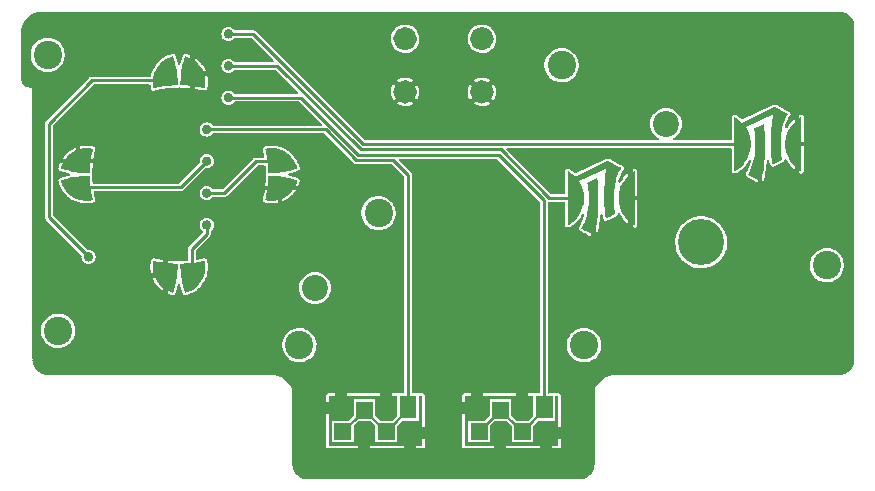
<source format=gbr>
%TF.GenerationSoftware,KiCad,Pcbnew,8.0.4*%
%TF.CreationDate,2024-08-10T15:07:54-04:00*%
%TF.ProjectId,sp-slab-osh,73702d73-6c61-4622-9d6f-73682e6b6963,rev?*%
%TF.SameCoordinates,Original*%
%TF.FileFunction,Copper,L1,Top*%
%TF.FilePolarity,Positive*%
%FSLAX46Y46*%
G04 Gerber Fmt 4.6, Leading zero omitted, Abs format (unit mm)*
G04 Created by KiCad (PCBNEW 8.0.4) date 2024-08-10 15:07:54*
%MOMM*%
%LPD*%
G01*
G04 APERTURE LIST*
%TA.AperFunction,NonConductor*%
%ADD10C,0.000000*%
%TD*%
%TA.AperFunction,NonConductor*%
%ADD11C,0.400000*%
%TD*%
%TA.AperFunction,NonConductor*%
%ADD12C,1.000000*%
%TD*%
%TA.AperFunction,ViaPad*%
%ADD13C,0.398790*%
%TD*%
%TA.AperFunction,ViaPad*%
%ADD14C,0.800000*%
%TD*%
%TA.AperFunction,ViaPad*%
%ADD15C,1.099830*%
%TD*%
%TA.AperFunction,ViaPad*%
%ADD16C,2.400310*%
%TD*%
%TA.AperFunction,ViaPad*%
%ADD17C,3.898910*%
%TD*%
%TA.AperFunction,ViaPad*%
%ADD18C,2.199650*%
%TD*%
%TA.AperFunction,Conductor*%
%ADD19C,0.250000*%
%TD*%
%TA.AperFunction,Conductor*%
%ADD20C,1.000000*%
%TD*%
G04 APERTURE END LIST*
D10*
%TA.AperFunction,NonConductor*%
G36*
X121541770Y-74381680D02*
G01*
X121625570Y-74431620D01*
X121683870Y-74509830D01*
X121707810Y-74604390D01*
X121693740Y-74700910D01*
X121643800Y-74784710D01*
X121565590Y-74843010D01*
X118979930Y-76073860D01*
X119047310Y-76177990D01*
X119155380Y-76382740D01*
X119245030Y-76596060D01*
X119315750Y-76816450D01*
X119367050Y-77042400D01*
X119398400Y-77272420D01*
X119409310Y-77505020D01*
X119399250Y-77738690D01*
X119367740Y-77971940D01*
X119336930Y-78116800D01*
X119271160Y-78341020D01*
X119184990Y-78559330D01*
X119079760Y-78769620D01*
X118956770Y-78969820D01*
X118817350Y-79157810D01*
X118662830Y-79331500D01*
X118494520Y-79488800D01*
X118446550Y-79528470D01*
X118404950Y-79560630D01*
X118355240Y-79597010D01*
X118300880Y-79635310D01*
X118245330Y-79673230D01*
X118192040Y-79708480D01*
X118144470Y-79738740D01*
X118106060Y-79761730D01*
X118080290Y-79775140D01*
X118068140Y-79777280D01*
X118018140Y-79777280D01*
X118018140Y-75227280D01*
X118071910Y-75228210D01*
X118088910Y-75234570D01*
X118120640Y-75252140D01*
X118163710Y-75278650D01*
X118214740Y-75311850D01*
X118270330Y-75349470D01*
X118327090Y-75389260D01*
X118381640Y-75428940D01*
X118430580Y-75466260D01*
X118441030Y-75474550D01*
X118617680Y-75630070D01*
X118658320Y-75673190D01*
X121350690Y-74391550D01*
X121445250Y-74367610D01*
X121541770Y-74381680D01*
G37*
%TD.AperFunction*%
D11*
X75384000Y-68173430D02*
G75*
G02*
X74984000Y-68173430I-200000J0D01*
G01*
X74984000Y-68173430D02*
G75*
G02*
X75384000Y-68173430I200000J0D01*
G01*
D10*
%TA.AperFunction,NonConductor*%
G36*
X100994250Y-99648800D02*
G01*
X100994250Y-100497030D01*
X100777010Y-100714410D01*
X100559770Y-100931780D01*
X99571430Y-100931780D01*
X99360100Y-100720430D01*
X99148780Y-100509080D01*
X99148780Y-99102190D01*
X97319190Y-99102190D01*
X97319190Y-100509140D01*
X97107840Y-100720460D01*
X96896490Y-100931780D01*
X95489590Y-100931780D01*
X95489590Y-102761370D01*
X97319190Y-102761370D01*
X97319190Y-101354420D01*
X97530540Y-101143100D01*
X97741890Y-100931780D01*
X98726140Y-100931780D01*
X98939440Y-101145110D01*
X99152750Y-101358450D01*
X99152750Y-102059910D01*
X99152750Y-102761370D01*
X100982340Y-102761370D01*
X100982340Y-101354420D01*
X101199650Y-101137150D01*
X101416950Y-100919870D01*
X102823840Y-100919870D01*
X102823840Y-98800560D01*
X103125470Y-98800560D01*
X103125470Y-103066970D01*
X99157380Y-103066970D01*
X98980060Y-103066970D01*
X98804670Y-103066960D01*
X98631380Y-103066940D01*
X98460350Y-103066930D01*
X98291750Y-103066900D01*
X98125750Y-103066880D01*
X97962520Y-103066840D01*
X97802220Y-103066810D01*
X97645030Y-103066770D01*
X97491110Y-103066720D01*
X97340630Y-103066670D01*
X97193760Y-103066620D01*
X97050670Y-103066560D01*
X96911530Y-103066500D01*
X96776490Y-103066440D01*
X96645740Y-103066370D01*
X96519440Y-103066300D01*
X96397760Y-103066220D01*
X96280860Y-103066140D01*
X96168920Y-103066060D01*
X96062100Y-103065970D01*
X95960570Y-103065890D01*
X95864500Y-103065800D01*
X95774050Y-103065700D01*
X95689410Y-103065610D01*
X95610720Y-103065510D01*
X95538170Y-103065410D01*
X95471920Y-103065300D01*
X95412130Y-103065200D01*
X95358980Y-103065090D01*
X95312640Y-103064980D01*
X95273270Y-103064870D01*
X95241040Y-103064760D01*
X95216120Y-103064640D01*
X95198670Y-103064530D01*
X95188870Y-103064410D01*
X95186640Y-103064320D01*
X95186480Y-103060230D01*
X95186330Y-103048430D01*
X95186170Y-103029150D01*
X95186020Y-103002620D01*
X95185870Y-102969080D01*
X95185720Y-102928740D01*
X95185580Y-102881850D01*
X95185440Y-102828630D01*
X95185310Y-102769300D01*
X95185180Y-102704110D01*
X95185060Y-102633280D01*
X95184940Y-102557030D01*
X95184830Y-102475600D01*
X95184720Y-102389230D01*
X95184620Y-102298130D01*
X95184520Y-102202540D01*
X95184440Y-102102690D01*
X95184360Y-101998800D01*
X95184280Y-101891110D01*
X95184220Y-101779850D01*
X95184160Y-101665250D01*
X95184110Y-101547530D01*
X95184070Y-101426930D01*
X95184040Y-101303670D01*
X95184020Y-101177990D01*
X95184000Y-101050110D01*
X95184000Y-100931120D01*
X95184000Y-98800560D01*
X100994250Y-98800560D01*
X100994250Y-99648800D01*
G37*
%TD.AperFunction*%
%TA.AperFunction,NonConductor*%
G36*
X126878230Y-66282520D02*
G01*
X126889640Y-66285140D01*
X126900520Y-66282680D01*
X126911670Y-66282700D01*
X126911660Y-66283200D01*
X126921570Y-66282480D01*
X127000220Y-66288670D01*
X127085600Y-66295390D01*
X127100940Y-66297820D01*
X127192540Y-66319820D01*
X127284150Y-66341810D01*
X127298920Y-66346610D01*
X127385960Y-66382660D01*
X127472990Y-66418710D01*
X127486830Y-66425760D01*
X127647480Y-66524210D01*
X127660050Y-66533340D01*
X127803310Y-66655700D01*
X127814300Y-66666690D01*
X127936660Y-66809950D01*
X127945790Y-66822520D01*
X128044240Y-66983170D01*
X128051290Y-66997010D01*
X128123390Y-67171080D01*
X128128190Y-67185850D01*
X128172180Y-67369060D01*
X128174610Y-67384400D01*
X128187480Y-67547920D01*
X128186760Y-67557630D01*
X128187380Y-67557630D01*
X128187360Y-67568770D01*
X128184860Y-67579640D01*
X128187320Y-67590520D01*
X128187560Y-67591580D01*
X128190000Y-67613430D01*
X128190000Y-95696040D01*
X128187480Y-95718230D01*
X128184860Y-95729640D01*
X128187320Y-95740520D01*
X128187300Y-95751670D01*
X128186800Y-95751660D01*
X128187520Y-95761570D01*
X128185500Y-95787240D01*
X128174610Y-95925600D01*
X128172180Y-95940940D01*
X128128190Y-96124150D01*
X128123390Y-96138920D01*
X128051290Y-96312990D01*
X128044240Y-96326830D01*
X127945790Y-96487480D01*
X127936660Y-96500050D01*
X127814300Y-96643310D01*
X127803310Y-96654300D01*
X127660050Y-96776660D01*
X127647480Y-96785790D01*
X127486830Y-96884240D01*
X127472990Y-96891290D01*
X127385960Y-96927340D01*
X127298920Y-96963390D01*
X127284150Y-96968190D01*
X127192540Y-96990180D01*
X127100940Y-97012180D01*
X127085600Y-97014610D01*
X126959780Y-97024510D01*
X126922080Y-97027480D01*
X126912370Y-97026760D01*
X126912370Y-97027380D01*
X126901230Y-97027360D01*
X126890360Y-97024860D01*
X126878610Y-97027520D01*
X126878420Y-97027560D01*
X126856570Y-97030000D01*
X107924220Y-97030000D01*
X107901870Y-97027440D01*
X107890720Y-97024860D01*
X107890000Y-97024860D01*
X107885030Y-97025990D01*
X107883890Y-97026100D01*
X107647450Y-97043010D01*
X107409830Y-97094700D01*
X107181990Y-97179680D01*
X106968560Y-97296220D01*
X106773890Y-97441950D01*
X106601950Y-97613890D01*
X106456220Y-97808560D01*
X106339680Y-98021990D01*
X106254700Y-98249830D01*
X106203010Y-98487450D01*
X106186270Y-98721450D01*
X106186210Y-98722260D01*
X106186030Y-98724240D01*
X106184860Y-98729280D01*
X106184860Y-98730000D01*
X106186100Y-98735450D01*
X106187520Y-98741680D01*
X106190000Y-98763700D01*
X106190000Y-104546040D01*
X106187480Y-104568230D01*
X106184860Y-104579640D01*
X106187320Y-104590520D01*
X106187300Y-104601670D01*
X106186800Y-104601660D01*
X106187520Y-104611570D01*
X106174610Y-104775600D01*
X106172180Y-104790940D01*
X106128190Y-104974150D01*
X106123390Y-104988920D01*
X106051290Y-105162990D01*
X106044240Y-105176830D01*
X105945790Y-105337480D01*
X105936660Y-105350050D01*
X105814300Y-105493310D01*
X105803310Y-105504300D01*
X105660050Y-105626660D01*
X105647480Y-105635790D01*
X105486830Y-105734240D01*
X105472990Y-105741290D01*
X105385950Y-105777340D01*
X105298920Y-105813390D01*
X105284150Y-105818190D01*
X105192540Y-105840180D01*
X105100940Y-105862180D01*
X105085600Y-105864610D01*
X104959780Y-105874510D01*
X104922080Y-105877480D01*
X104912370Y-105876760D01*
X104912370Y-105877380D01*
X104901230Y-105877360D01*
X104890360Y-105874860D01*
X104878610Y-105877520D01*
X104878420Y-105877560D01*
X104856570Y-105880000D01*
X81923960Y-105880000D01*
X81901770Y-105877480D01*
X81901750Y-105877480D01*
X81890360Y-105874860D01*
X81879480Y-105877320D01*
X81868340Y-105877300D01*
X81868340Y-105876800D01*
X81858430Y-105877520D01*
X81779780Y-105871330D01*
X81694400Y-105864610D01*
X81679060Y-105862180D01*
X81587460Y-105840180D01*
X81495850Y-105818190D01*
X81481080Y-105813390D01*
X81394050Y-105777340D01*
X81307010Y-105741290D01*
X81293170Y-105734240D01*
X81132520Y-105635790D01*
X81119950Y-105626660D01*
X80976690Y-105504300D01*
X80965700Y-105493310D01*
X80843340Y-105350050D01*
X80834210Y-105337480D01*
X80735760Y-105176830D01*
X80728710Y-105162990D01*
X80656610Y-104988920D01*
X80651810Y-104974150D01*
X80607820Y-104790940D01*
X80605390Y-104775600D01*
X80592520Y-104612080D01*
X80593240Y-104602370D01*
X80592620Y-104602370D01*
X80592640Y-104591230D01*
X80595140Y-104580360D01*
X80592440Y-104568420D01*
X80590000Y-104546570D01*
X80590000Y-98764220D01*
X80592560Y-98741870D01*
X80593880Y-98736180D01*
X80595140Y-98730720D01*
X80595140Y-98730000D01*
X80594010Y-98725030D01*
X80593900Y-98723880D01*
X80593730Y-98721450D01*
X80576990Y-98487450D01*
X80525300Y-98249830D01*
X80440320Y-98021990D01*
X80323780Y-97808560D01*
X80178060Y-97613890D01*
X80006110Y-97441950D01*
X79811440Y-97296220D01*
X79598010Y-97179680D01*
X79370170Y-97094700D01*
X79132550Y-97043010D01*
X78897720Y-97026210D01*
X78895760Y-97026030D01*
X78890720Y-97024860D01*
X78890000Y-97024860D01*
X78884550Y-97026100D01*
X78878320Y-97027520D01*
X78856300Y-97030000D01*
X59923960Y-97030000D01*
X59901770Y-97027480D01*
X59901750Y-97027480D01*
X59890360Y-97024860D01*
X59879480Y-97027320D01*
X59868340Y-97027300D01*
X59868340Y-97026800D01*
X59858430Y-97027520D01*
X59779780Y-97021330D01*
X59694400Y-97014610D01*
X59679060Y-97012180D01*
X59587460Y-96990180D01*
X59495850Y-96968190D01*
X59481080Y-96963390D01*
X59394050Y-96927340D01*
X59307010Y-96891290D01*
X59293170Y-96884240D01*
X59132520Y-96785790D01*
X59119950Y-96776660D01*
X58976690Y-96654300D01*
X58965700Y-96643310D01*
X58843340Y-96500050D01*
X58834210Y-96487480D01*
X58735760Y-96326830D01*
X58728710Y-96312990D01*
X58656610Y-96138920D01*
X58651810Y-96124150D01*
X58607820Y-95940940D01*
X58605390Y-95925600D01*
X58592520Y-95762080D01*
X58593240Y-95752370D01*
X58592620Y-95752370D01*
X58592640Y-95741230D01*
X58595140Y-95730360D01*
X58592440Y-95718420D01*
X58590000Y-95696570D01*
X58590000Y-93396880D01*
X59311100Y-93396880D01*
X59347180Y-93632650D01*
X59421290Y-93859370D01*
X59423160Y-93862970D01*
X59452750Y-93919810D01*
X59531420Y-94070940D01*
X59674630Y-94261680D01*
X59847070Y-94426460D01*
X59850420Y-94428750D01*
X59850430Y-94428750D01*
X60040760Y-94558590D01*
X60044110Y-94560880D01*
X60047790Y-94562580D01*
X60047800Y-94562590D01*
X60145140Y-94607770D01*
X60260460Y-94661300D01*
X60264370Y-94662390D01*
X60486380Y-94723950D01*
X60490300Y-94725040D01*
X60494350Y-94725470D01*
X60551770Y-94731610D01*
X60685020Y-94745850D01*
X60823490Y-94745850D01*
X60825520Y-94745680D01*
X60825530Y-94745680D01*
X60996700Y-94731610D01*
X61000750Y-94731280D01*
X61004680Y-94730290D01*
X61004690Y-94730290D01*
X61165050Y-94690010D01*
X61232080Y-94673170D01*
X61350850Y-94621530D01*
X79738070Y-94621530D01*
X79774150Y-94857300D01*
X79848260Y-95084020D01*
X79958390Y-95295590D01*
X80101600Y-95486330D01*
X80274040Y-95651110D01*
X80277390Y-95653400D01*
X80277400Y-95653400D01*
X80422480Y-95752370D01*
X80471080Y-95785530D01*
X80474760Y-95787230D01*
X80474770Y-95787240D01*
X80572110Y-95832420D01*
X80687430Y-95885950D01*
X80691340Y-95887040D01*
X80913350Y-95948600D01*
X80917270Y-95949690D01*
X80921320Y-95950120D01*
X80978740Y-95956260D01*
X81111990Y-95970500D01*
X81250460Y-95970500D01*
X81252490Y-95970330D01*
X81252500Y-95970330D01*
X81423670Y-95956260D01*
X81427720Y-95955930D01*
X81431650Y-95954940D01*
X81431660Y-95954940D01*
X81592020Y-95914660D01*
X81659050Y-95897820D01*
X81877780Y-95802710D01*
X82007530Y-95718780D01*
X82074640Y-95675360D01*
X82078050Y-95673160D01*
X82254460Y-95512630D01*
X82256980Y-95509440D01*
X82399780Y-95328630D01*
X82402290Y-95325450D01*
X82517560Y-95116630D01*
X82597180Y-94891790D01*
X82639010Y-94656970D01*
X82641930Y-94418470D01*
X82605850Y-94182700D01*
X82531750Y-93955980D01*
X82512920Y-93919810D01*
X82423490Y-93748020D01*
X82421610Y-93744410D01*
X82278400Y-93553680D01*
X82105960Y-93388890D01*
X82102610Y-93386600D01*
X82102600Y-93386600D01*
X81912270Y-93256760D01*
X81908920Y-93254480D01*
X81905240Y-93252770D01*
X81905230Y-93252760D01*
X81787000Y-93197880D01*
X81692570Y-93154050D01*
X81646190Y-93141190D01*
X81466650Y-93091400D01*
X81462730Y-93090310D01*
X81458680Y-93089880D01*
X81387380Y-93082260D01*
X81268010Y-93069500D01*
X81129540Y-93069500D01*
X81127510Y-93069670D01*
X81127500Y-93069670D01*
X80956330Y-93083740D01*
X80952280Y-93084070D01*
X80948350Y-93085060D01*
X80787980Y-93125340D01*
X80720950Y-93142180D01*
X80502220Y-93237290D01*
X80478290Y-93252760D01*
X80305370Y-93364640D01*
X80305360Y-93364640D01*
X80301950Y-93366850D01*
X80125540Y-93527370D01*
X80123020Y-93530560D01*
X79980220Y-93711370D01*
X79977710Y-93714560D01*
X79862440Y-93923370D01*
X79782820Y-94148210D01*
X79740990Y-94383030D01*
X79740940Y-94387090D01*
X79740460Y-94426460D01*
X79738070Y-94621530D01*
X61350850Y-94621530D01*
X61450810Y-94578060D01*
X61557800Y-94508850D01*
X61647670Y-94450710D01*
X61651080Y-94448510D01*
X61827490Y-94287980D01*
X61830010Y-94284790D01*
X61972810Y-94103980D01*
X61975320Y-94100800D01*
X62090590Y-93891980D01*
X62170210Y-93667140D01*
X62212040Y-93432320D01*
X62212540Y-93391690D01*
X62214430Y-93237290D01*
X62214960Y-93193820D01*
X62178880Y-92958050D01*
X62104780Y-92731330D01*
X61994640Y-92519760D01*
X61851430Y-92329030D01*
X61678990Y-92164240D01*
X61675640Y-92161950D01*
X61675630Y-92161950D01*
X61485300Y-92032110D01*
X61481950Y-92029830D01*
X61478270Y-92028120D01*
X61478260Y-92028110D01*
X61380920Y-91982930D01*
X61265600Y-91929400D01*
X61219220Y-91916540D01*
X61039680Y-91866750D01*
X61035760Y-91865660D01*
X61031710Y-91865230D01*
X60960410Y-91857610D01*
X60841040Y-91844850D01*
X60702570Y-91844850D01*
X60700540Y-91845020D01*
X60700530Y-91845020D01*
X60529360Y-91859090D01*
X60525310Y-91859420D01*
X60521380Y-91860410D01*
X60361010Y-91900690D01*
X60293980Y-91917530D01*
X60075250Y-92012640D01*
X60051320Y-92028110D01*
X59878400Y-92139990D01*
X59878390Y-92139990D01*
X59874980Y-92142200D01*
X59698570Y-92302720D01*
X59696050Y-92305910D01*
X59553250Y-92486720D01*
X59550740Y-92489910D01*
X59435470Y-92698720D01*
X59355850Y-92923560D01*
X59314020Y-93158380D01*
X59311100Y-93396880D01*
X58590000Y-93396880D01*
X58590000Y-90134260D01*
X58590000Y-88822470D01*
X68750970Y-88822470D01*
X68751340Y-88835250D01*
X68760860Y-88859660D01*
X68761470Y-88861170D01*
X68766410Y-88872630D01*
X68767140Y-88874240D01*
X68832490Y-89012520D01*
X68833260Y-89014100D01*
X68838970Y-89025150D01*
X68839790Y-89026680D01*
X68914970Y-89160760D01*
X68915820Y-89162230D01*
X68922300Y-89172890D01*
X68923210Y-89174340D01*
X69008260Y-89303980D01*
X69008780Y-89304750D01*
X69012690Y-89310470D01*
X69013160Y-89311140D01*
X69021740Y-89323190D01*
X69022310Y-89323980D01*
X69026350Y-89329420D01*
X69027030Y-89330320D01*
X69121300Y-89452450D01*
X69122340Y-89453750D01*
X69130300Y-89463350D01*
X69131450Y-89464680D01*
X69233490Y-89579420D01*
X69234600Y-89580630D01*
X69243150Y-89589600D01*
X69244340Y-89590810D01*
X69353860Y-89698040D01*
X69355030Y-89699150D01*
X69364160Y-89707500D01*
X69365410Y-89708600D01*
X69481810Y-89807880D01*
X69483130Y-89808960D01*
X69492780Y-89816640D01*
X69494060Y-89817620D01*
X69616880Y-89908600D01*
X69618290Y-89909610D01*
X69628420Y-89916580D01*
X69629830Y-89917520D01*
X69641840Y-89925200D01*
X69652860Y-89928070D01*
X69655050Y-89924650D01*
X69655050Y-88834960D01*
X69650930Y-88822270D01*
X69646810Y-88819280D01*
X68760780Y-88819280D01*
X68750970Y-88822470D01*
X58590000Y-88822470D01*
X58590000Y-87889230D01*
X68566930Y-87889230D01*
X68566940Y-87890710D01*
X68570480Y-88044080D01*
X68570550Y-88045770D01*
X68571280Y-88058340D01*
X68571410Y-88060030D01*
X68585610Y-88212080D01*
X68585790Y-88213750D01*
X68587400Y-88226220D01*
X68587640Y-88227880D01*
X68612370Y-88378200D01*
X68612680Y-88379870D01*
X68615140Y-88392160D01*
X68615500Y-88393790D01*
X68617930Y-88404020D01*
X68624860Y-88415410D01*
X68634120Y-88419280D01*
X69639370Y-88419280D01*
X69652050Y-88415160D01*
X69655050Y-88411030D01*
X69655050Y-87379190D01*
X70055050Y-87379190D01*
X70055050Y-90134260D01*
X70060140Y-90149940D01*
X70065950Y-90154700D01*
X70072510Y-90157430D01*
X70074160Y-90158090D01*
X70217790Y-90212120D01*
X70218670Y-90212440D01*
X70225450Y-90214840D01*
X70226390Y-90215160D01*
X70240490Y-90219830D01*
X70242590Y-90220510D01*
X70243070Y-90220660D01*
X70275120Y-90230840D01*
X70275550Y-90230970D01*
X70277620Y-90231620D01*
X70278190Y-90231790D01*
X70311540Y-90241900D01*
X70311790Y-90241980D01*
X70313990Y-90242630D01*
X70314000Y-90242630D01*
X70346870Y-90252180D01*
X70347350Y-90252320D01*
X70349380Y-90252890D01*
X70349690Y-90252980D01*
X70379880Y-90261340D01*
X70380280Y-90261450D01*
X70383220Y-90262240D01*
X70383460Y-90262300D01*
X70408850Y-90268880D01*
X70409640Y-90269080D01*
X70414450Y-90270260D01*
X70415160Y-90270420D01*
X70433190Y-90274560D01*
X70435100Y-90274960D01*
X70448850Y-90277550D01*
X70450780Y-90277880D01*
X70457720Y-90278910D01*
X70463490Y-90279420D01*
X70500350Y-90280550D01*
X70515570Y-90278620D01*
X70575150Y-90261310D01*
X70592130Y-90252490D01*
X70642820Y-90211890D01*
X70649280Y-90205580D01*
X70652470Y-90201240D01*
X70677410Y-90162300D01*
X70680490Y-90156720D01*
X70685640Y-90145790D01*
X70686270Y-90144400D01*
X70690740Y-90134070D01*
X70691330Y-90132670D01*
X70700110Y-90110530D01*
X70700280Y-90110080D01*
X70702180Y-90105090D01*
X70702390Y-90104530D01*
X70713390Y-90074280D01*
X70713430Y-90074180D01*
X70714460Y-90071250D01*
X70714660Y-90070680D01*
X70727220Y-90034260D01*
X70727400Y-90033750D01*
X70728080Y-90031740D01*
X70728110Y-90031630D01*
X70742090Y-89989520D01*
X70742220Y-89989110D01*
X70742730Y-89987550D01*
X70757790Y-89940760D01*
X70757850Y-89940580D01*
X70758260Y-89939280D01*
X70758270Y-89939270D01*
X70773970Y-89889180D01*
X70774030Y-89888970D01*
X70774380Y-89887850D01*
X70774390Y-89887810D01*
X70790400Y-89835500D01*
X70790430Y-89835400D01*
X70790790Y-89834200D01*
X70790800Y-89834160D01*
X70806780Y-89780650D01*
X70806820Y-89780510D01*
X70807180Y-89779300D01*
X70807180Y-89779280D01*
X70807220Y-89779150D01*
X70822810Y-89725610D01*
X70823220Y-89724180D01*
X70823280Y-89723990D01*
X70838130Y-89671520D01*
X70838180Y-89671340D01*
X70838620Y-89669760D01*
X70838730Y-89669360D01*
X70852490Y-89619090D01*
X70852610Y-89618640D01*
X70853110Y-89616780D01*
X70853120Y-89616730D01*
X70865670Y-89568960D01*
X70865940Y-89567880D01*
X70866010Y-89567620D01*
X70866510Y-89565680D01*
X70866600Y-89565330D01*
X70867320Y-89562380D01*
X70867410Y-89562040D01*
X70907160Y-89394830D01*
X70939010Y-89342590D01*
X70995490Y-89319050D01*
X71055020Y-89333210D01*
X71094860Y-89379650D01*
X71100150Y-89396380D01*
X71115790Y-89467230D01*
X71115810Y-89467280D01*
X71115890Y-89467670D01*
X71117730Y-89475280D01*
X71180140Y-89714000D01*
X71180180Y-89714150D01*
X71180200Y-89714220D01*
X71181210Y-89717910D01*
X71181250Y-89718060D01*
X71182440Y-89722270D01*
X71182830Y-89723630D01*
X71194270Y-89762940D01*
X71194850Y-89764870D01*
X71199570Y-89780510D01*
X71207660Y-89807340D01*
X71207690Y-89807420D01*
X71208100Y-89808770D01*
X71208160Y-89808950D01*
X71221980Y-89853470D01*
X71222350Y-89854660D01*
X71222390Y-89854780D01*
X71232880Y-89887810D01*
X71236770Y-89900040D01*
X71237150Y-89901240D01*
X71237210Y-89901430D01*
X71249500Y-89939270D01*
X71251670Y-89945970D01*
X71252040Y-89947120D01*
X71252070Y-89947180D01*
X71252070Y-89947190D01*
X71266310Y-89990140D01*
X71266750Y-89991470D01*
X71280210Y-90031160D01*
X71280290Y-90031380D01*
X71280820Y-90032940D01*
X71280850Y-90033000D01*
X71293250Y-90068590D01*
X71293260Y-90068630D01*
X71293970Y-90070620D01*
X71294050Y-90070860D01*
X71304850Y-90100730D01*
X71304880Y-90100800D01*
X71304930Y-90100930D01*
X71306260Y-90104530D01*
X71315180Y-90127800D01*
X71318230Y-90135320D01*
X71324760Y-90150540D01*
X71339750Y-90179030D01*
X71343480Y-90184950D01*
X71345570Y-90187450D01*
X71364330Y-90209970D01*
X71377860Y-90226210D01*
X71445950Y-90267760D01*
X71477950Y-90272770D01*
X71519950Y-90279340D01*
X71519960Y-90279340D01*
X71524760Y-90280090D01*
X71533000Y-90279750D01*
X71534860Y-90279540D01*
X71561710Y-90276400D01*
X71561720Y-90276390D01*
X71563550Y-90276180D01*
X71580600Y-90272870D01*
X71581080Y-90272770D01*
X71589050Y-90271030D01*
X71589060Y-90271030D01*
X71589570Y-90270920D01*
X71600210Y-90268350D01*
X71613410Y-90265170D01*
X71613490Y-90265150D01*
X71613700Y-90265100D01*
X71618370Y-90263910D01*
X71647860Y-90256060D01*
X71648050Y-90256010D01*
X71648100Y-90256000D01*
X71650840Y-90255240D01*
X71650880Y-90255230D01*
X71651130Y-90255160D01*
X71661910Y-90252100D01*
X71684100Y-90245800D01*
X71684150Y-90245780D01*
X71684260Y-90245750D01*
X71687040Y-90244940D01*
X71694740Y-90242630D01*
X71721890Y-90234500D01*
X71721960Y-90234480D01*
X71722100Y-90234440D01*
X71723130Y-90234120D01*
X71724720Y-90233630D01*
X71724760Y-90233620D01*
X71724890Y-90233580D01*
X71734820Y-90230450D01*
X71760030Y-90222500D01*
X71760110Y-90222480D01*
X71760160Y-90222460D01*
X71760230Y-90222440D01*
X71760280Y-90222420D01*
X71761180Y-90222130D01*
X71763370Y-90221420D01*
X71797140Y-90210160D01*
X71805580Y-90207140D01*
X71946330Y-90153250D01*
X71959290Y-90147770D01*
X72099090Y-90082890D01*
X72099830Y-90082510D01*
X72110950Y-90076870D01*
X72110970Y-90076860D01*
X72111700Y-90076490D01*
X72112420Y-90076090D01*
X72112450Y-90076080D01*
X72245260Y-90002870D01*
X72245270Y-90002870D01*
X72246020Y-90002460D01*
X72258080Y-89995260D01*
X72332690Y-89947180D01*
X72385810Y-89912950D01*
X72385830Y-89912940D01*
X72386520Y-89912490D01*
X72397980Y-89904550D01*
X72404030Y-89900040D01*
X72519490Y-89813960D01*
X72519500Y-89813950D01*
X72520160Y-89813460D01*
X72520810Y-89812940D01*
X72520820Y-89812930D01*
X72530330Y-89805330D01*
X72530350Y-89805310D01*
X72530990Y-89804790D01*
X72559160Y-89780650D01*
X72645850Y-89706370D01*
X72646510Y-89705810D01*
X72656700Y-89696450D01*
X72657310Y-89695860D01*
X72657320Y-89695840D01*
X72677720Y-89675820D01*
X81155930Y-89675820D01*
X81176520Y-89911220D01*
X81237680Y-90139480D01*
X81337550Y-90353640D01*
X81473090Y-90547220D01*
X81640190Y-90714310D01*
X81833760Y-90849850D01*
X82047920Y-90949720D01*
X82276180Y-91010880D01*
X82361020Y-91018300D01*
X82450460Y-91026130D01*
X82450470Y-91026130D01*
X82452620Y-91026320D01*
X82570550Y-91026320D01*
X82572710Y-91026130D01*
X82572720Y-91026130D01*
X82662160Y-91018300D01*
X82747000Y-91010880D01*
X82975250Y-90949720D01*
X83189420Y-90849850D01*
X83382990Y-90714310D01*
X83550080Y-90547220D01*
X83683140Y-90357190D01*
X83685620Y-90353650D01*
X83785490Y-90139480D01*
X83846650Y-89911220D01*
X83867250Y-89675820D01*
X83846650Y-89440410D01*
X83785490Y-89212150D01*
X83685620Y-88997990D01*
X83550080Y-88804410D01*
X83382990Y-88637320D01*
X83189420Y-88501780D01*
X82975250Y-88401910D01*
X82747000Y-88340750D01*
X82662160Y-88333330D01*
X82572720Y-88325500D01*
X82572710Y-88325500D01*
X82570550Y-88325320D01*
X82452620Y-88325320D01*
X82450470Y-88325500D01*
X82450460Y-88325500D01*
X82361020Y-88333330D01*
X82276180Y-88340750D01*
X82047920Y-88401910D01*
X81833760Y-88501780D01*
X81640190Y-88637320D01*
X81473090Y-88804410D01*
X81412000Y-88891670D01*
X81340030Y-88994440D01*
X81337550Y-88997990D01*
X81237680Y-89212150D01*
X81176520Y-89440410D01*
X81155930Y-89675820D01*
X72677720Y-89675820D01*
X72764570Y-89590550D01*
X72764590Y-89590540D01*
X72765150Y-89589980D01*
X72774680Y-89579970D01*
X72867400Y-89475740D01*
X72875080Y-89467100D01*
X72875100Y-89467080D01*
X72875670Y-89466440D01*
X72884520Y-89455790D01*
X72886100Y-89453750D01*
X72977130Y-89336280D01*
X72977650Y-89335610D01*
X72985780Y-89324350D01*
X73070660Y-89197940D01*
X73071200Y-89197080D01*
X73077590Y-89186820D01*
X73077600Y-89186800D01*
X73078050Y-89186080D01*
X73085660Y-89172890D01*
X73153860Y-89054600D01*
X73154280Y-89053860D01*
X73160880Y-89041440D01*
X73207540Y-88945880D01*
X73227680Y-88904610D01*
X73227690Y-88904600D01*
X73228070Y-88903820D01*
X73233850Y-88890860D01*
X73291590Y-88748270D01*
X73291880Y-88747470D01*
X73296180Y-88735670D01*
X73296190Y-88735640D01*
X73296490Y-88734820D01*
X73327240Y-88640370D01*
X73344170Y-88588350D01*
X73344180Y-88588320D01*
X73344390Y-88587670D01*
X73347920Y-88575580D01*
X73349160Y-88570770D01*
X73379350Y-88454050D01*
X73379550Y-88453300D01*
X73382230Y-88441500D01*
X73404170Y-88329760D01*
X73408130Y-88309570D01*
X73408130Y-88309550D01*
X73408280Y-88308800D01*
X73410420Y-88295650D01*
X73427670Y-88162330D01*
X73428940Y-88149200D01*
X73437700Y-88012880D01*
X73438120Y-88000580D01*
X73438680Y-87858900D01*
X73438620Y-87853090D01*
X73438440Y-87845830D01*
X73438370Y-87843440D01*
X73438230Y-87839750D01*
X73435810Y-87772890D01*
X73435810Y-87772830D01*
X73435800Y-87772450D01*
X73435740Y-87771340D01*
X73435540Y-87767230D01*
X73435530Y-87767220D01*
X73435520Y-87766830D01*
X73435330Y-87763990D01*
X73431460Y-87703180D01*
X73431420Y-87702690D01*
X73430870Y-87695790D01*
X73428720Y-87673870D01*
X73424940Y-87635200D01*
X73424930Y-87635170D01*
X73424890Y-87634720D01*
X73424070Y-87627650D01*
X73415850Y-87565870D01*
X73414950Y-87559850D01*
X73404110Y-87493580D01*
X73403460Y-87489790D01*
X73398170Y-87460880D01*
X73397660Y-87458220D01*
X73393390Y-87436500D01*
X73391300Y-87425860D01*
X73391280Y-87425750D01*
X73391240Y-87425570D01*
X73390700Y-87422900D01*
X73384230Y-87392180D01*
X73383580Y-87389190D01*
X73377470Y-87362190D01*
X73376470Y-87358000D01*
X73376420Y-87357790D01*
X73376400Y-87357720D01*
X73371260Y-87337020D01*
X73371250Y-87336990D01*
X73371130Y-87336500D01*
X73368880Y-87328200D01*
X73364710Y-87313990D01*
X73351020Y-87279400D01*
X73348430Y-87274260D01*
X73347750Y-87273080D01*
X73347740Y-87273060D01*
X73340230Y-87260050D01*
X73337110Y-87254650D01*
X73281300Y-87197660D01*
X73207930Y-87166380D01*
X73186570Y-87166150D01*
X73133030Y-87165600D01*
X73128170Y-87165550D01*
X73125210Y-87166100D01*
X73123710Y-87166420D01*
X73117350Y-87167750D01*
X73117320Y-87167760D01*
X73116870Y-87167860D01*
X73116350Y-87167980D01*
X73106750Y-87170200D01*
X73105030Y-87170600D01*
X73104770Y-87170660D01*
X73102950Y-87171090D01*
X73102790Y-87171130D01*
X73084250Y-87175650D01*
X73083040Y-87175950D01*
X73060230Y-87181650D01*
X73059860Y-87181750D01*
X73057870Y-87182250D01*
X73057010Y-87182460D01*
X72993590Y-87197790D01*
X72992170Y-87198120D01*
X72920670Y-87214300D01*
X72919560Y-87214550D01*
X72885190Y-87221910D01*
X72841240Y-87231320D01*
X72840400Y-87231500D01*
X72757910Y-87248310D01*
X72757300Y-87248430D01*
X72673300Y-87264730D01*
X72672510Y-87264880D01*
X72589760Y-87280110D01*
X72588720Y-87280290D01*
X72546420Y-87287610D01*
X72485860Y-87278890D01*
X72441980Y-87236240D01*
X72430550Y-87190060D01*
X72430550Y-86540880D01*
X72449460Y-86482690D01*
X72459540Y-86470880D01*
X73559070Y-85371350D01*
X73565420Y-85365530D01*
X73595190Y-85340550D01*
X73614640Y-85306870D01*
X73619260Y-85299620D01*
X73636590Y-85274870D01*
X73641550Y-85267780D01*
X73643800Y-85259420D01*
X73646260Y-85254140D01*
X73648260Y-85248640D01*
X73652590Y-85241140D01*
X73659340Y-85202870D01*
X73661210Y-85194440D01*
X73669020Y-85165270D01*
X73671260Y-85156900D01*
X73667880Y-85118200D01*
X73667500Y-85109570D01*
X73667500Y-84903680D01*
X73686410Y-84845490D01*
X73706230Y-84825140D01*
X73706590Y-84824870D01*
X73770280Y-84776000D01*
X73866540Y-84650560D01*
X73920830Y-84519470D01*
X73924560Y-84510470D01*
X73927040Y-84504480D01*
X73947680Y-84347710D01*
X73927040Y-84190950D01*
X73866540Y-84044870D01*
X73770280Y-83919430D01*
X73644840Y-83823180D01*
X73525990Y-83773950D01*
X73504760Y-83765150D01*
X73498760Y-83762670D01*
X73342000Y-83742030D01*
X73185240Y-83762670D01*
X73179240Y-83765150D01*
X73158020Y-83773950D01*
X73039160Y-83823180D01*
X72913720Y-83919430D01*
X72817460Y-84044870D01*
X72756960Y-84190950D01*
X72736320Y-84347710D01*
X72756960Y-84504480D01*
X72759440Y-84510470D01*
X72763170Y-84519470D01*
X72817460Y-84650560D01*
X72913720Y-84776000D01*
X72977410Y-84824870D01*
X72977770Y-84825140D01*
X73012420Y-84875570D01*
X73016500Y-84903680D01*
X73016500Y-84952260D01*
X72997590Y-85010450D01*
X72987500Y-85022270D01*
X71887990Y-86121780D01*
X71881620Y-86127610D01*
X71851850Y-86152590D01*
X71847530Y-86160090D01*
X71832420Y-86186250D01*
X71827780Y-86193540D01*
X71805490Y-86225360D01*
X71803250Y-86233730D01*
X71800790Y-86239020D01*
X71798790Y-86244500D01*
X71794460Y-86252000D01*
X71792960Y-86260530D01*
X71787710Y-86290260D01*
X71785840Y-86298700D01*
X71775780Y-86336240D01*
X71776540Y-86344870D01*
X71779170Y-86374950D01*
X71779550Y-86383580D01*
X71779550Y-87292460D01*
X71760640Y-87350650D01*
X71711140Y-87386610D01*
X71686880Y-87391260D01*
X71518690Y-87402030D01*
X71516770Y-87402130D01*
X71453530Y-87404920D01*
X71305490Y-87411460D01*
X71304580Y-87411490D01*
X71118230Y-87418000D01*
X71114310Y-87418140D01*
X71110460Y-87418900D01*
X71059670Y-87428840D01*
X71059660Y-87428840D01*
X71051030Y-87430530D01*
X71043510Y-87435110D01*
X71043290Y-87435200D01*
X70982200Y-87438660D01*
X70969390Y-87434330D01*
X70959630Y-87430260D01*
X70895940Y-87417490D01*
X70886310Y-87416530D01*
X70845600Y-87416460D01*
X70844970Y-87416460D01*
X70833610Y-87416370D01*
X70832420Y-87416350D01*
X70801550Y-87415730D01*
X70800660Y-87415710D01*
X70760720Y-87414550D01*
X70760140Y-87414530D01*
X70712610Y-87412870D01*
X70712170Y-87412850D01*
X70660860Y-87410830D01*
X70660490Y-87410820D01*
X70605450Y-87408440D01*
X70605100Y-87408430D01*
X70549980Y-87405860D01*
X70549620Y-87405840D01*
X70495190Y-87403100D01*
X70494770Y-87403070D01*
X70443550Y-87400270D01*
X70443010Y-87400240D01*
X70396910Y-87397470D01*
X70396530Y-87397450D01*
X70391520Y-87397130D01*
X70389930Y-87397010D01*
X70104520Y-87374110D01*
X70101390Y-87373810D01*
X70070630Y-87370360D01*
X70057560Y-87373030D01*
X70056010Y-87374730D01*
X70055050Y-87379190D01*
X69655050Y-87379190D01*
X69655050Y-87333900D01*
X69650930Y-87321210D01*
X69644750Y-87316720D01*
X69544730Y-87302190D01*
X69541480Y-87301670D01*
X69272890Y-87253480D01*
X69269550Y-87252820D01*
X69004370Y-87195780D01*
X69002870Y-87195440D01*
X68991840Y-87192890D01*
X68990280Y-87192530D01*
X68957300Y-87185170D01*
X68957120Y-87185140D01*
X68954710Y-87184610D01*
X68954560Y-87184580D01*
X68926110Y-87178610D01*
X68925640Y-87178520D01*
X68922630Y-87177910D01*
X68921990Y-87177790D01*
X68899850Y-87173550D01*
X68898940Y-87173390D01*
X68893090Y-87172370D01*
X68892180Y-87172220D01*
X68878900Y-87170140D01*
X68875550Y-87169730D01*
X68851470Y-87167610D01*
X68848520Y-87167450D01*
X68838450Y-87168290D01*
X68770750Y-87181120D01*
X68752560Y-87188580D01*
X68702930Y-87221910D01*
X68689440Y-87235470D01*
X68653480Y-87289550D01*
X68648960Y-87298050D01*
X68647890Y-87300920D01*
X68640420Y-87323080D01*
X68639480Y-87326200D01*
X68635990Y-87339340D01*
X68635760Y-87340230D01*
X68634220Y-87346490D01*
X68634020Y-87347310D01*
X68629030Y-87369240D01*
X68628860Y-87369990D01*
X68628230Y-87372870D01*
X68628130Y-87373320D01*
X68622190Y-87401650D01*
X68621780Y-87403670D01*
X68621700Y-87404050D01*
X68615270Y-87436500D01*
X68614930Y-87438280D01*
X68614910Y-87438390D01*
X68608340Y-87473160D01*
X68608300Y-87473380D01*
X68608020Y-87474880D01*
X68608010Y-87474940D01*
X68601640Y-87510310D01*
X68601360Y-87511890D01*
X68601280Y-87512350D01*
X68595470Y-87546380D01*
X68595080Y-87548750D01*
X68595040Y-87548990D01*
X68590170Y-87579780D01*
X68590110Y-87580140D01*
X68589640Y-87583280D01*
X68589550Y-87583880D01*
X68585930Y-87609650D01*
X68585850Y-87610250D01*
X68585350Y-87614130D01*
X68585290Y-87614580D01*
X68582540Y-87637830D01*
X68582500Y-87638120D01*
X68582220Y-87640680D01*
X68582160Y-87641250D01*
X68578040Y-87681110D01*
X68577790Y-87683680D01*
X68577750Y-87684140D01*
X68574110Y-87725040D01*
X68573850Y-87728250D01*
X68573830Y-87728570D01*
X68571270Y-87763990D01*
X68571210Y-87764960D01*
X68570860Y-87771340D01*
X68570820Y-87772270D01*
X68567030Y-87877190D01*
X68567000Y-87878640D01*
X68566930Y-87889230D01*
X58590000Y-87889230D01*
X58590000Y-83700240D01*
X58590000Y-75731190D01*
X59640740Y-75731190D01*
X59641490Y-75739820D01*
X59644120Y-75769910D01*
X59644500Y-75778530D01*
X59644500Y-83652890D01*
X59644120Y-83661520D01*
X59640740Y-83700240D01*
X59642980Y-83708600D01*
X59650800Y-83737780D01*
X59652670Y-83746210D01*
X59654160Y-83754670D01*
X59659410Y-83784470D01*
X59663740Y-83791970D01*
X59665740Y-83797460D01*
X59668200Y-83802740D01*
X59670450Y-83811110D01*
X59682090Y-83827750D01*
X59692730Y-83842940D01*
X59697370Y-83850220D01*
X59716810Y-83883880D01*
X59742230Y-83905210D01*
X59746570Y-83908860D01*
X59752940Y-83914690D01*
X62718710Y-86880460D01*
X62746480Y-86934980D01*
X62746860Y-86963380D01*
X62736320Y-87043430D01*
X62756960Y-87200190D01*
X62817460Y-87346270D01*
X62913720Y-87471710D01*
X63039160Y-87567960D01*
X63185240Y-87628470D01*
X63342000Y-87649110D01*
X63498760Y-87628470D01*
X63644840Y-87567960D01*
X63770280Y-87471710D01*
X63866540Y-87346270D01*
X63927040Y-87200190D01*
X63947680Y-87043430D01*
X63927040Y-86886670D01*
X63866540Y-86740590D01*
X63770280Y-86615150D01*
X63644840Y-86518890D01*
X63498760Y-86458380D01*
X63342000Y-86437750D01*
X63261960Y-86448280D01*
X63201800Y-86437130D01*
X63179030Y-86420140D01*
X60324500Y-83565600D01*
X60296720Y-83511080D01*
X60295500Y-83495590D01*
X60295500Y-83443760D01*
X86439000Y-83443760D01*
X86475080Y-83679530D01*
X86499500Y-83754250D01*
X86547760Y-83901890D01*
X86549180Y-83906250D01*
X86551050Y-83909850D01*
X86620050Y-84042380D01*
X86659320Y-84117820D01*
X86717500Y-84195310D01*
X86781670Y-84280780D01*
X86802530Y-84308560D01*
X86974970Y-84473340D01*
X86978320Y-84475630D01*
X87137020Y-84583890D01*
X87172010Y-84607760D01*
X87175690Y-84609460D01*
X87175690Y-84609470D01*
X87262930Y-84649960D01*
X87388350Y-84708180D01*
X87392270Y-84709270D01*
X87614270Y-84770830D01*
X87614280Y-84770830D01*
X87618200Y-84771920D01*
X87622250Y-84772350D01*
X87679660Y-84778490D01*
X87812910Y-84792730D01*
X87951390Y-84792730D01*
X87953420Y-84792560D01*
X88124590Y-84778490D01*
X88124600Y-84778490D01*
X88128640Y-84778160D01*
X88132580Y-84777170D01*
X88332770Y-84726880D01*
X88359970Y-84720050D01*
X88521170Y-84649960D01*
X88574980Y-84626560D01*
X88578710Y-84624940D01*
X88716920Y-84535530D01*
X88775560Y-84497590D01*
X88778970Y-84495390D01*
X88785720Y-84489250D01*
X88950460Y-84339340D01*
X88955390Y-84334860D01*
X88957910Y-84331670D01*
X89100700Y-84150860D01*
X89100710Y-84150860D01*
X89103220Y-84147680D01*
X89156660Y-84050870D01*
X89216530Y-83942420D01*
X89218490Y-83938860D01*
X89220130Y-83934230D01*
X89288220Y-83741950D01*
X89298110Y-83714020D01*
X89339940Y-83479200D01*
X89340270Y-83452160D01*
X89341510Y-83350610D01*
X89342850Y-83240700D01*
X89306770Y-83004930D01*
X89248740Y-82827380D01*
X89233930Y-82782070D01*
X89232670Y-82778210D01*
X89151670Y-82622610D01*
X89124410Y-82570250D01*
X89122540Y-82566640D01*
X89023860Y-82435220D01*
X88981760Y-82379150D01*
X88979320Y-82375910D01*
X88806880Y-82211120D01*
X88803530Y-82208830D01*
X88613200Y-82078990D01*
X88613190Y-82078990D01*
X88609840Y-82076710D01*
X88606160Y-82075000D01*
X88606160Y-82074990D01*
X88508820Y-82029810D01*
X88393500Y-81976280D01*
X88286420Y-81946590D01*
X88167580Y-81913630D01*
X88167570Y-81913630D01*
X88163650Y-81912540D01*
X88159610Y-81912110D01*
X88159600Y-81912110D01*
X88088300Y-81904490D01*
X87968940Y-81891730D01*
X87830460Y-81891730D01*
X87828430Y-81891900D01*
X87657260Y-81905970D01*
X87657250Y-81905970D01*
X87653210Y-81906300D01*
X87649280Y-81907290D01*
X87649270Y-81907290D01*
X87521800Y-81939310D01*
X87421880Y-81964410D01*
X87374750Y-81984900D01*
X87207050Y-82057820D01*
X87203140Y-82059520D01*
X87164930Y-82084240D01*
X87006290Y-82186870D01*
X87002880Y-82189080D01*
X86999870Y-82191810D01*
X86952890Y-82234560D01*
X86826460Y-82349600D01*
X86823950Y-82352790D01*
X86823940Y-82352790D01*
X86681150Y-82533600D01*
X86678630Y-82536790D01*
X86563360Y-82745600D01*
X86483740Y-82970440D01*
X86441910Y-83205260D01*
X86441860Y-83209320D01*
X86440620Y-83311190D01*
X86439000Y-83443760D01*
X60295500Y-83443760D01*
X60295500Y-79564580D01*
X60793780Y-79564580D01*
X60795710Y-79579800D01*
X60813020Y-79639380D01*
X60821830Y-79656360D01*
X60862440Y-79707050D01*
X60868740Y-79713500D01*
X60873090Y-79716700D01*
X60912020Y-79741640D01*
X60917600Y-79744720D01*
X60928540Y-79749870D01*
X60929920Y-79750500D01*
X60940250Y-79754970D01*
X60941660Y-79755560D01*
X60963800Y-79764340D01*
X60964250Y-79764510D01*
X60969230Y-79766410D01*
X60969710Y-79766580D01*
X60999950Y-79777590D01*
X61000150Y-79777660D01*
X61003070Y-79778690D01*
X61003570Y-79778870D01*
X61040030Y-79791440D01*
X61040580Y-79791630D01*
X61042420Y-79792250D01*
X61042700Y-79792340D01*
X61084810Y-79806320D01*
X61085210Y-79806450D01*
X61086770Y-79806960D01*
X61133560Y-79822020D01*
X61135000Y-79822480D01*
X61135050Y-79822500D01*
X61185100Y-79838180D01*
X61185140Y-79838200D01*
X61186480Y-79838610D01*
X61238710Y-79854590D01*
X61238930Y-79854660D01*
X61240130Y-79855020D01*
X61293580Y-79870980D01*
X61293800Y-79871050D01*
X61295020Y-79871410D01*
X61295040Y-79871410D01*
X61295180Y-79871450D01*
X61348600Y-79887000D01*
X61348710Y-79887040D01*
X61350140Y-79887450D01*
X61350340Y-79887510D01*
X61402810Y-79902360D01*
X61402990Y-79902410D01*
X61404560Y-79902850D01*
X61404850Y-79902920D01*
X61455200Y-79916710D01*
X61455690Y-79916840D01*
X61457500Y-79917330D01*
X61457550Y-79917340D01*
X61505370Y-79929900D01*
X61506440Y-79930170D01*
X61506700Y-79930240D01*
X61508640Y-79930740D01*
X61509000Y-79930820D01*
X61511950Y-79931550D01*
X61512280Y-79931630D01*
X61679490Y-79971390D01*
X61731730Y-80003240D01*
X61755270Y-80059720D01*
X61741120Y-80119250D01*
X61694680Y-80159090D01*
X61677950Y-80164370D01*
X61665310Y-80167170D01*
X61607100Y-80180020D01*
X61607050Y-80180040D01*
X61606660Y-80180120D01*
X61599040Y-80181960D01*
X61598610Y-80182070D01*
X61598580Y-80182080D01*
X61481950Y-80212570D01*
X61360330Y-80244370D01*
X61360170Y-80244410D01*
X61360110Y-80244430D01*
X61356420Y-80245440D01*
X61356270Y-80245480D01*
X61352060Y-80246670D01*
X61350700Y-80247060D01*
X61311390Y-80258500D01*
X61311320Y-80258530D01*
X61311250Y-80258550D01*
X61309460Y-80259080D01*
X61266910Y-80271920D01*
X61265380Y-80272390D01*
X61220850Y-80286210D01*
X61219540Y-80286620D01*
X61174290Y-80301000D01*
X61173080Y-80301380D01*
X61128350Y-80315900D01*
X61127140Y-80316300D01*
X61084190Y-80330530D01*
X61082850Y-80330980D01*
X61042940Y-80344520D01*
X61042800Y-80344570D01*
X61042780Y-80344580D01*
X61041390Y-80345050D01*
X61041190Y-80345120D01*
X61037800Y-80346300D01*
X61005700Y-80357490D01*
X61003470Y-80358280D01*
X61003410Y-80358300D01*
X61003390Y-80358310D01*
X60993080Y-80362040D01*
X60973390Y-80369160D01*
X60973170Y-80369240D01*
X60973140Y-80369250D01*
X60973120Y-80369260D01*
X60969800Y-80370490D01*
X60946520Y-80379410D01*
X60939000Y-80382460D01*
X60938560Y-80382650D01*
X60931000Y-80385890D01*
X60923780Y-80388990D01*
X60895290Y-80403980D01*
X60889380Y-80407710D01*
X60848120Y-80442090D01*
X60806570Y-80510180D01*
X60805060Y-80519810D01*
X60795490Y-80580980D01*
X60794230Y-80588980D01*
X60794570Y-80597230D01*
X60794790Y-80599090D01*
X60797880Y-80625480D01*
X60798150Y-80627780D01*
X60801460Y-80644830D01*
X60803410Y-80653800D01*
X60803530Y-80654330D01*
X60809160Y-80677640D01*
X60809170Y-80677720D01*
X60809220Y-80677930D01*
X60810410Y-80682600D01*
X60818260Y-80712090D01*
X60818310Y-80712280D01*
X60818330Y-80712330D01*
X60818840Y-80714180D01*
X60819160Y-80715360D01*
X60819260Y-80715710D01*
X60828500Y-80748240D01*
X60828580Y-80748490D01*
X60829390Y-80751270D01*
X60836610Y-80775370D01*
X60839890Y-80786330D01*
X60840750Y-80789120D01*
X60851860Y-80824390D01*
X60852900Y-80827600D01*
X60864160Y-80861370D01*
X60867190Y-80869810D01*
X60921080Y-81010560D01*
X60926560Y-81023520D01*
X60991440Y-81163320D01*
X60997840Y-81175930D01*
X60998230Y-81176650D01*
X60998250Y-81176680D01*
X61023510Y-81222510D01*
X61071870Y-81310250D01*
X61079060Y-81322310D01*
X61096370Y-81349160D01*
X61158710Y-81445910D01*
X61161830Y-81450750D01*
X61169780Y-81462210D01*
X61170260Y-81462860D01*
X61170270Y-81462870D01*
X61260370Y-81583710D01*
X61260870Y-81584390D01*
X61261390Y-81585030D01*
X61261400Y-81585050D01*
X61269000Y-81594550D01*
X61269020Y-81594580D01*
X61269530Y-81595220D01*
X61270090Y-81595870D01*
X61270090Y-81595880D01*
X61319900Y-81653990D01*
X61368520Y-81710740D01*
X61377870Y-81720930D01*
X61378470Y-81721540D01*
X61378480Y-81721550D01*
X61483770Y-81828800D01*
X61483790Y-81828820D01*
X61484340Y-81829380D01*
X61494350Y-81838910D01*
X61522600Y-81864040D01*
X61607220Y-81939310D01*
X61607240Y-81939330D01*
X61607890Y-81939900D01*
X61608550Y-81940460D01*
X61608570Y-81940470D01*
X61615130Y-81945920D01*
X61618530Y-81948740D01*
X61619200Y-81949260D01*
X61619210Y-81949270D01*
X61664440Y-81984320D01*
X61738720Y-82041880D01*
X61749980Y-82050010D01*
X61876390Y-82134890D01*
X61877090Y-82135330D01*
X61877100Y-82135340D01*
X61887510Y-82141820D01*
X61887520Y-82141830D01*
X61888240Y-82142280D01*
X61888970Y-82142700D01*
X61888980Y-82142700D01*
X61975180Y-82192400D01*
X62020470Y-82218510D01*
X62032890Y-82225110D01*
X62067150Y-82241840D01*
X62137950Y-82276400D01*
X62170510Y-82292300D01*
X62171290Y-82292650D01*
X62171310Y-82292650D01*
X62178800Y-82295990D01*
X62183460Y-82298080D01*
X62326060Y-82355820D01*
X62326850Y-82356110D01*
X62326860Y-82356110D01*
X62338660Y-82360410D01*
X62338690Y-82360420D01*
X62339510Y-82360720D01*
X62386150Y-82375910D01*
X62485970Y-82408400D01*
X62486010Y-82408410D01*
X62486660Y-82408620D01*
X62498750Y-82412150D01*
X62499500Y-82412340D01*
X62499520Y-82412350D01*
X62553980Y-82426440D01*
X62621020Y-82443770D01*
X62625030Y-82444690D01*
X62632140Y-82446300D01*
X62632160Y-82446310D01*
X62632830Y-82446460D01*
X62709430Y-82461500D01*
X62764760Y-82472360D01*
X62764780Y-82472360D01*
X62765530Y-82472510D01*
X62778670Y-82474650D01*
X62912000Y-82491900D01*
X62912790Y-82491980D01*
X62915110Y-82492200D01*
X62925130Y-82493170D01*
X63061450Y-82501930D01*
X63073750Y-82502350D01*
X63215420Y-82502900D01*
X63215810Y-82502900D01*
X63215830Y-82502900D01*
X63218650Y-82502870D01*
X63221240Y-82502850D01*
X63225330Y-82502750D01*
X63228390Y-82502670D01*
X63228440Y-82502670D01*
X63228500Y-82502670D01*
X63229690Y-82502630D01*
X63230830Y-82502600D01*
X63231010Y-82502590D01*
X63301440Y-82500040D01*
X63301490Y-82500040D01*
X63301870Y-82500030D01*
X63302260Y-82500010D01*
X63302320Y-82500000D01*
X63307090Y-82499760D01*
X63307110Y-82499760D01*
X63307490Y-82499740D01*
X63307840Y-82499720D01*
X63307870Y-82499720D01*
X63361540Y-82496300D01*
X63371630Y-82495650D01*
X63372090Y-82495620D01*
X63372100Y-82495620D01*
X63373560Y-82495500D01*
X63378530Y-82495100D01*
X63378900Y-82495060D01*
X63378930Y-82495060D01*
X63439130Y-82489170D01*
X63439150Y-82489160D01*
X63439600Y-82489120D01*
X63440020Y-82489070D01*
X63440060Y-82489070D01*
X63446300Y-82488350D01*
X63446310Y-82488350D01*
X63446680Y-82488300D01*
X63508460Y-82480080D01*
X63514480Y-82479180D01*
X63514820Y-82479130D01*
X63514860Y-82479120D01*
X63580530Y-82468380D01*
X63580750Y-82468340D01*
X63584530Y-82467690D01*
X63613440Y-82462400D01*
X63614770Y-82462140D01*
X63615990Y-82461910D01*
X63616070Y-82461900D01*
X63616100Y-82461890D01*
X63616140Y-82461890D01*
X63616280Y-82461860D01*
X63644030Y-82456400D01*
X63648750Y-82455470D01*
X63651420Y-82454930D01*
X63682140Y-82448460D01*
X63682170Y-82448450D01*
X63682180Y-82448450D01*
X63683150Y-82448240D01*
X63685130Y-82447810D01*
X63691780Y-82446300D01*
X63711770Y-82441780D01*
X63711790Y-82441780D01*
X63712140Y-82441700D01*
X63716330Y-82440700D01*
X63716530Y-82440650D01*
X63716610Y-82440630D01*
X63737310Y-82435490D01*
X63737330Y-82435480D01*
X63737830Y-82435360D01*
X63738310Y-82435230D01*
X63738340Y-82435220D01*
X63743200Y-82433910D01*
X63746130Y-82433110D01*
X63760340Y-82428940D01*
X63794930Y-82415250D01*
X63800060Y-82412660D01*
X63801240Y-82411980D01*
X63801260Y-82411970D01*
X63810590Y-82406590D01*
X63819680Y-82401340D01*
X63876660Y-82345530D01*
X63907950Y-82272160D01*
X63908260Y-82241840D01*
X63908730Y-82197260D01*
X63908780Y-82192400D01*
X63908220Y-82189440D01*
X63906470Y-82181100D01*
X63903730Y-82169260D01*
X63903190Y-82167020D01*
X63898680Y-82148480D01*
X63898380Y-82147270D01*
X63892670Y-82124450D01*
X63892580Y-82124090D01*
X63892080Y-82122100D01*
X63891870Y-82121240D01*
X63876530Y-82057820D01*
X63876200Y-82056400D01*
X63860020Y-81984900D01*
X63859780Y-81983790D01*
X63843010Y-81905530D01*
X63842810Y-81904570D01*
X63840250Y-81892010D01*
X63826010Y-81822130D01*
X63825890Y-81821530D01*
X63809590Y-81737530D01*
X63809450Y-81736740D01*
X63794220Y-81653990D01*
X63794030Y-81652940D01*
X63793870Y-81652000D01*
X72736320Y-81652000D01*
X72756960Y-81808760D01*
X72817460Y-81954840D01*
X72913720Y-82080280D01*
X73039160Y-82176540D01*
X73185240Y-82237040D01*
X73342000Y-82257680D01*
X73498760Y-82237040D01*
X73525880Y-82225810D01*
X78103220Y-82225810D01*
X78104060Y-82235880D01*
X78116890Y-82303580D01*
X78124360Y-82321760D01*
X78157680Y-82371390D01*
X78171240Y-82384890D01*
X78225320Y-82420850D01*
X78233820Y-82425360D01*
X78236690Y-82426440D01*
X78258850Y-82433910D01*
X78261970Y-82434840D01*
X78275180Y-82438350D01*
X78276010Y-82438560D01*
X78282260Y-82440110D01*
X78283080Y-82440300D01*
X78305060Y-82445310D01*
X78305760Y-82445470D01*
X78308640Y-82446100D01*
X78309090Y-82446190D01*
X78337330Y-82452120D01*
X78337480Y-82452150D01*
X78339440Y-82452550D01*
X78339820Y-82452620D01*
X78372270Y-82459050D01*
X78373960Y-82459380D01*
X78374160Y-82459420D01*
X78408930Y-82465990D01*
X78409150Y-82466030D01*
X78410560Y-82466290D01*
X78410720Y-82466320D01*
X78446080Y-82472690D01*
X78447660Y-82472970D01*
X78448120Y-82473050D01*
X78481920Y-82478810D01*
X78482300Y-82478880D01*
X78484440Y-82479230D01*
X78484640Y-82479260D01*
X78515550Y-82484160D01*
X78515910Y-82484220D01*
X78519060Y-82484690D01*
X78519580Y-82484760D01*
X78545430Y-82488390D01*
X78546020Y-82488480D01*
X78549900Y-82488980D01*
X78550420Y-82489040D01*
X78573600Y-82491790D01*
X78573890Y-82491820D01*
X78576520Y-82492120D01*
X78577030Y-82492170D01*
X78616730Y-82496270D01*
X78617000Y-82496300D01*
X78619560Y-82496540D01*
X78619910Y-82496580D01*
X78660740Y-82500210D01*
X78660910Y-82500220D01*
X78664020Y-82500470D01*
X78664340Y-82500500D01*
X78699760Y-82503060D01*
X78700730Y-82503120D01*
X78707110Y-82503470D01*
X78708040Y-82503510D01*
X78812960Y-82507290D01*
X78814430Y-82507330D01*
X78825000Y-82507390D01*
X78826480Y-82507380D01*
X78979860Y-82503850D01*
X78981540Y-82503780D01*
X78994120Y-82503050D01*
X78995810Y-82502920D01*
X79147850Y-82488720D01*
X79149520Y-82488530D01*
X79162000Y-82486920D01*
X79163650Y-82486680D01*
X79313970Y-82461950D01*
X79315640Y-82461650D01*
X79327930Y-82459180D01*
X79329560Y-82458830D01*
X79339790Y-82456400D01*
X79351180Y-82449460D01*
X79355050Y-82440210D01*
X79355050Y-82313540D01*
X79355050Y-81434960D01*
X79352634Y-81427520D01*
X79755050Y-81427520D01*
X79755050Y-82313540D01*
X79758240Y-82323360D01*
X79771030Y-82322990D01*
X79795430Y-82313470D01*
X79796940Y-82312850D01*
X79808410Y-82307910D01*
X79810010Y-82307190D01*
X79948290Y-82241840D01*
X79949870Y-82241060D01*
X79960920Y-82235360D01*
X79962450Y-82234530D01*
X80096530Y-82159360D01*
X80098000Y-82158500D01*
X80108660Y-82152030D01*
X80110110Y-82151110D01*
X80239750Y-82066060D01*
X80240520Y-82065550D01*
X80246240Y-82061640D01*
X80246910Y-82061170D01*
X80258970Y-82052580D01*
X80259750Y-82052010D01*
X80265190Y-82047980D01*
X80266090Y-82047300D01*
X80388220Y-81953020D01*
X80389520Y-81951980D01*
X80399120Y-81944030D01*
X80400460Y-81942880D01*
X80515190Y-81840840D01*
X80516400Y-81839720D01*
X80525380Y-81831170D01*
X80526580Y-81829990D01*
X80633810Y-81720470D01*
X80634920Y-81719300D01*
X80643270Y-81710170D01*
X80644370Y-81708920D01*
X80743650Y-81592510D01*
X80744730Y-81591200D01*
X80752410Y-81581540D01*
X80753390Y-81580270D01*
X80844370Y-81457440D01*
X80845380Y-81456030D01*
X80852360Y-81445910D01*
X80853290Y-81444500D01*
X80860970Y-81432490D01*
X80863840Y-81421460D01*
X80860420Y-81419280D01*
X79770730Y-81419280D01*
X79758040Y-81423400D01*
X79755050Y-81427520D01*
X79352634Y-81427520D01*
X79350930Y-81422270D01*
X79346810Y-81419280D01*
X78269670Y-81419280D01*
X78256990Y-81423400D01*
X78252490Y-81429580D01*
X78237960Y-81529600D01*
X78237440Y-81532850D01*
X78189250Y-81801440D01*
X78188590Y-81804780D01*
X78131550Y-82069960D01*
X78131210Y-82071460D01*
X78128660Y-82082490D01*
X78128300Y-82084050D01*
X78128260Y-82084220D01*
X78120920Y-82117120D01*
X78120370Y-82119670D01*
X78120320Y-82119920D01*
X78114390Y-82148220D01*
X78114310Y-82148580D01*
X78113690Y-82151700D01*
X78113540Y-82152420D01*
X78109320Y-82174480D01*
X78109160Y-82175380D01*
X78108140Y-82181230D01*
X78107990Y-82182140D01*
X78105910Y-82195420D01*
X78105500Y-82198780D01*
X78103380Y-82222850D01*
X78103220Y-82225810D01*
X73525880Y-82225810D01*
X73644840Y-82176540D01*
X73770280Y-82080280D01*
X73819430Y-82016230D01*
X73869850Y-81981580D01*
X73897970Y-81977500D01*
X74793470Y-81977500D01*
X74802100Y-81977880D01*
X74840810Y-81981260D01*
X74878350Y-81971200D01*
X74886780Y-81969330D01*
X74916520Y-81964090D01*
X74925050Y-81962590D01*
X74932540Y-81958260D01*
X74938030Y-81956260D01*
X74943320Y-81953800D01*
X74951680Y-81951550D01*
X74983510Y-81929270D01*
X74990800Y-81924630D01*
X75009850Y-81913630D01*
X75024460Y-81905190D01*
X75049430Y-81875430D01*
X75055270Y-81869060D01*
X77600550Y-79323770D01*
X77655070Y-79296000D01*
X77670560Y-79294780D01*
X78228230Y-79294780D01*
X78286420Y-79313680D01*
X78322390Y-79363180D01*
X78327030Y-79387450D01*
X78337800Y-79555610D01*
X78337900Y-79557550D01*
X78339730Y-79598820D01*
X78347230Y-79768840D01*
X78347260Y-79769740D01*
X78353240Y-79940640D01*
X78353910Y-79960020D01*
X78354670Y-79963870D01*
X78360290Y-79992590D01*
X78366300Y-80023300D01*
X78370890Y-80030810D01*
X78370970Y-80031040D01*
X78374430Y-80092120D01*
X78370100Y-80104930D01*
X78366030Y-80114700D01*
X78353260Y-80178380D01*
X78352300Y-80188010D01*
X78352230Y-80228720D01*
X78352230Y-80229360D01*
X78352140Y-80240720D01*
X78352120Y-80241910D01*
X78351500Y-80272780D01*
X78351480Y-80273670D01*
X78350320Y-80313600D01*
X78350300Y-80314180D01*
X78348640Y-80361600D01*
X78348630Y-80362040D01*
X78346610Y-80413360D01*
X78346590Y-80413730D01*
X78344220Y-80468880D01*
X78344200Y-80469230D01*
X78341630Y-80524340D01*
X78341610Y-80524710D01*
X78338870Y-80579130D01*
X78338840Y-80579550D01*
X78336040Y-80630770D01*
X78336010Y-80631310D01*
X78333240Y-80677410D01*
X78333220Y-80677790D01*
X78332900Y-80682810D01*
X78332780Y-80684400D01*
X78309880Y-80969810D01*
X78309580Y-80972940D01*
X78306130Y-81003700D01*
X78308810Y-81016760D01*
X78310510Y-81018310D01*
X78314960Y-81019280D01*
X81070030Y-81019280D01*
X81085710Y-81014180D01*
X81090470Y-81008370D01*
X81093200Y-81001820D01*
X81093860Y-81000160D01*
X81147890Y-80856540D01*
X81148210Y-80855660D01*
X81150610Y-80848870D01*
X81150930Y-80847940D01*
X81155600Y-80833830D01*
X81156280Y-80831730D01*
X81156470Y-80831150D01*
X81166610Y-80799200D01*
X81166740Y-80798780D01*
X81166750Y-80798780D01*
X81167390Y-80796710D01*
X81167570Y-80796110D01*
X81177720Y-80762620D01*
X81177750Y-80762540D01*
X81178400Y-80760330D01*
X81178410Y-80760310D01*
X81187950Y-80727450D01*
X81188090Y-80726970D01*
X81188730Y-80724730D01*
X81188750Y-80724640D01*
X81197110Y-80694440D01*
X81197220Y-80694050D01*
X81198030Y-80691030D01*
X81198070Y-80690870D01*
X81204650Y-80665480D01*
X81204850Y-80664690D01*
X81206030Y-80659880D01*
X81206200Y-80659170D01*
X81210330Y-80641130D01*
X81210730Y-80639230D01*
X81213320Y-80625480D01*
X81213650Y-80623540D01*
X81214680Y-80616610D01*
X81215190Y-80610840D01*
X81216320Y-80573980D01*
X81214390Y-80558750D01*
X81197080Y-80499170D01*
X81188260Y-80482200D01*
X81147660Y-80431510D01*
X81141350Y-80425050D01*
X81137010Y-80421860D01*
X81098070Y-80396920D01*
X81092490Y-80393840D01*
X81081560Y-80388680D01*
X81080170Y-80388060D01*
X81069840Y-80383580D01*
X81068440Y-80383000D01*
X81046300Y-80374220D01*
X81045850Y-80374040D01*
X81040860Y-80372150D01*
X81040380Y-80371970D01*
X81010140Y-80360970D01*
X81009950Y-80360900D01*
X81007020Y-80359860D01*
X81006520Y-80359690D01*
X80970060Y-80347110D01*
X80969520Y-80346930D01*
X80967680Y-80346300D01*
X80967400Y-80346210D01*
X80925290Y-80332240D01*
X80924880Y-80332100D01*
X80923320Y-80331590D01*
X80876530Y-80316530D01*
X80875100Y-80316080D01*
X80875040Y-80316060D01*
X80824960Y-80300360D01*
X80823620Y-80299940D01*
X80823580Y-80299930D01*
X80771390Y-80283970D01*
X80771170Y-80283900D01*
X80769970Y-80283540D01*
X80716510Y-80267570D01*
X80716280Y-80267500D01*
X80715070Y-80267150D01*
X80715050Y-80267140D01*
X80714920Y-80267100D01*
X80661500Y-80251550D01*
X80661390Y-80251520D01*
X80661380Y-80251520D01*
X80659960Y-80251110D01*
X80659760Y-80251050D01*
X80607290Y-80236200D01*
X80607110Y-80236150D01*
X80605530Y-80235710D01*
X80605250Y-80235630D01*
X80554890Y-80221850D01*
X80554410Y-80221710D01*
X80552550Y-80221220D01*
X80504730Y-80208660D01*
X80503650Y-80208380D01*
X80503390Y-80208320D01*
X80503390Y-80208310D01*
X80501450Y-80207820D01*
X80501100Y-80207730D01*
X80498150Y-80207000D01*
X80497810Y-80206920D01*
X80330600Y-80167170D01*
X80278360Y-80135310D01*
X80254820Y-80078830D01*
X80268980Y-80019310D01*
X80315420Y-79979470D01*
X80332150Y-79974180D01*
X80354120Y-79969330D01*
X80403000Y-79958530D01*
X80403050Y-79958520D01*
X80403440Y-79958430D01*
X80411050Y-79956600D01*
X80411490Y-79956480D01*
X80411510Y-79956480D01*
X80559340Y-79917830D01*
X80649770Y-79894180D01*
X80649920Y-79894140D01*
X80649990Y-79894120D01*
X80653680Y-79893120D01*
X80653700Y-79893110D01*
X80653830Y-79893080D01*
X80658040Y-79891880D01*
X80659400Y-79891490D01*
X80698710Y-79880050D01*
X80698780Y-79880030D01*
X80698850Y-79880010D01*
X80700640Y-79879480D01*
X80743190Y-79866640D01*
X80744720Y-79866170D01*
X80789250Y-79852350D01*
X80790550Y-79851940D01*
X80835810Y-79837560D01*
X80835910Y-79837530D01*
X80836060Y-79837480D01*
X80837010Y-79837170D01*
X80845310Y-79834480D01*
X80881550Y-79822720D01*
X80881630Y-79822690D01*
X80881740Y-79822660D01*
X80882960Y-79822260D01*
X80925910Y-79808020D01*
X80927240Y-79807570D01*
X80967160Y-79794040D01*
X80967320Y-79793980D01*
X80968710Y-79793500D01*
X80968910Y-79793430D01*
X81004400Y-79781060D01*
X81006630Y-79780270D01*
X81007760Y-79779860D01*
X81036500Y-79769470D01*
X81036580Y-79769450D01*
X81036700Y-79769400D01*
X81036910Y-79769320D01*
X81036960Y-79769310D01*
X81038260Y-79768820D01*
X81040300Y-79768060D01*
X81063570Y-79759150D01*
X81071090Y-79756100D01*
X81071530Y-79755910D01*
X81084530Y-79750330D01*
X81086320Y-79749560D01*
X81114810Y-79734580D01*
X81120720Y-79730850D01*
X81136440Y-79717750D01*
X81155730Y-79701670D01*
X81161980Y-79696460D01*
X81203530Y-79628370D01*
X81210740Y-79582310D01*
X81215110Y-79554370D01*
X81215860Y-79549570D01*
X81215520Y-79541330D01*
X81214710Y-79534340D01*
X81212170Y-79512620D01*
X81212170Y-79512610D01*
X81211950Y-79510780D01*
X81208640Y-79493720D01*
X81206690Y-79484750D01*
X81203880Y-79473080D01*
X81200940Y-79460910D01*
X81200920Y-79460840D01*
X81200870Y-79460630D01*
X81199690Y-79455950D01*
X81191830Y-79426470D01*
X81190930Y-79423200D01*
X81181520Y-79390070D01*
X81180710Y-79387280D01*
X81170210Y-79352230D01*
X81169350Y-79349430D01*
X81161260Y-79323770D01*
X81158270Y-79314290D01*
X81158190Y-79314040D01*
X81157900Y-79313150D01*
X81157190Y-79310960D01*
X81145930Y-79277190D01*
X81142910Y-79268740D01*
X81089020Y-79127990D01*
X81083540Y-79115030D01*
X81018660Y-78975240D01*
X81012260Y-78962620D01*
X81011870Y-78961900D01*
X81011850Y-78961880D01*
X80950670Y-78850890D01*
X80938230Y-78828300D01*
X80931030Y-78816250D01*
X80879410Y-78736130D01*
X80848720Y-78688510D01*
X80848710Y-78688490D01*
X80848260Y-78687800D01*
X80840320Y-78676350D01*
X80839080Y-78674690D01*
X80749730Y-78554840D01*
X80749720Y-78554830D01*
X80749230Y-78554170D01*
X80742730Y-78546040D01*
X80741100Y-78544000D01*
X80741080Y-78543980D01*
X80740560Y-78543330D01*
X80691210Y-78485740D01*
X80642140Y-78428480D01*
X80642140Y-78428470D01*
X80641580Y-78427820D01*
X80632230Y-78417630D01*
X80631630Y-78417020D01*
X80631610Y-78417000D01*
X80526330Y-78309760D01*
X80526310Y-78309740D01*
X80525750Y-78309170D01*
X80515750Y-78299650D01*
X80451130Y-78242170D01*
X80402870Y-78199240D01*
X80402850Y-78199230D01*
X80402210Y-78198650D01*
X80397240Y-78194530D01*
X80392220Y-78190360D01*
X80391560Y-78189810D01*
X80346340Y-78154770D01*
X80272060Y-78097200D01*
X80271380Y-78096680D01*
X80260120Y-78088550D01*
X80133710Y-78003660D01*
X80133010Y-78003230D01*
X80133000Y-78003220D01*
X80122590Y-77996730D01*
X80122570Y-77996730D01*
X80121850Y-77996280D01*
X80111090Y-77990070D01*
X79990370Y-77920470D01*
X79989630Y-77920050D01*
X79977210Y-77913440D01*
X79839590Y-77846260D01*
X79838800Y-77845910D01*
X79838790Y-77845900D01*
X79827440Y-77840840D01*
X79826630Y-77840480D01*
X79684040Y-77782740D01*
X79683240Y-77782450D01*
X79671440Y-77778140D01*
X79671410Y-77778130D01*
X79670590Y-77777830D01*
X79596350Y-77753670D01*
X79524120Y-77730160D01*
X79524090Y-77730140D01*
X79523440Y-77729930D01*
X79511350Y-77726400D01*
X79510600Y-77726210D01*
X79510580Y-77726200D01*
X79430850Y-77705590D01*
X79389070Y-77694780D01*
X79385070Y-77693870D01*
X79377960Y-77692250D01*
X79377930Y-77692250D01*
X79377270Y-77692100D01*
X79295960Y-77676130D01*
X79245340Y-77666200D01*
X79245320Y-77666190D01*
X79244570Y-77666050D01*
X79231430Y-77663910D01*
X79098100Y-77646650D01*
X79097310Y-77646580D01*
X79097300Y-77646580D01*
X79094990Y-77646350D01*
X79084970Y-77645380D01*
X78948650Y-77636630D01*
X78936350Y-77636210D01*
X78794670Y-77635650D01*
X78794280Y-77635650D01*
X78794270Y-77635650D01*
X78791450Y-77635680D01*
X78788860Y-77635710D01*
X78784760Y-77635810D01*
X78781710Y-77635880D01*
X78781660Y-77635890D01*
X78781600Y-77635890D01*
X78780400Y-77635920D01*
X78779260Y-77635960D01*
X78779090Y-77635960D01*
X78708660Y-77638510D01*
X78708600Y-77638520D01*
X78708220Y-77638530D01*
X78707840Y-77638550D01*
X78707780Y-77638550D01*
X78703000Y-77638790D01*
X78702990Y-77638790D01*
X78702610Y-77638810D01*
X78702260Y-77638830D01*
X78702230Y-77638830D01*
X78652940Y-77641980D01*
X78638460Y-77642900D01*
X78638000Y-77642940D01*
X78637990Y-77642940D01*
X78636540Y-77643060D01*
X78631560Y-77643460D01*
X78631200Y-77643490D01*
X78631160Y-77643500D01*
X78570970Y-77649390D01*
X78570940Y-77649390D01*
X78570490Y-77649440D01*
X78570080Y-77649480D01*
X78570040Y-77649490D01*
X78564920Y-77650080D01*
X78563420Y-77650250D01*
X78501640Y-77658480D01*
X78495620Y-77659370D01*
X78495280Y-77659430D01*
X78495240Y-77659430D01*
X78454820Y-77666050D01*
X78429350Y-77670210D01*
X78425570Y-77670870D01*
X78396650Y-77676160D01*
X78395320Y-77676410D01*
X78394100Y-77676640D01*
X78394020Y-77676660D01*
X78393990Y-77676660D01*
X78393960Y-77676670D01*
X78393820Y-77676700D01*
X78373200Y-77680750D01*
X78361340Y-77683080D01*
X78358670Y-77683630D01*
X78327950Y-77690100D01*
X78327930Y-77690100D01*
X78327910Y-77690100D01*
X78326950Y-77690320D01*
X78324970Y-77690750D01*
X78324800Y-77690790D01*
X78324790Y-77690790D01*
X78307890Y-77694610D01*
X78297960Y-77696860D01*
X78293770Y-77697850D01*
X78293560Y-77697900D01*
X78293490Y-77697920D01*
X78272790Y-77703070D01*
X78272760Y-77703070D01*
X78272270Y-77703200D01*
X78271790Y-77703320D01*
X78271760Y-77703330D01*
X78268070Y-77704330D01*
X78263970Y-77705440D01*
X78249760Y-77709620D01*
X78215170Y-77723300D01*
X78210030Y-77725900D01*
X78208850Y-77726580D01*
X78208830Y-77726590D01*
X78202650Y-77730160D01*
X78190420Y-77737210D01*
X78133430Y-77793030D01*
X78102150Y-77866400D01*
X78102050Y-77876150D01*
X78101390Y-77939730D01*
X78101320Y-77946160D01*
X78101880Y-77949110D01*
X78102190Y-77950610D01*
X78103410Y-77956410D01*
X78103630Y-77957460D01*
X78106370Y-77969290D01*
X78106430Y-77969560D01*
X78106860Y-77971370D01*
X78106900Y-77971540D01*
X78106960Y-77971780D01*
X78111420Y-77990070D01*
X78111720Y-77991280D01*
X78117380Y-78013910D01*
X78117410Y-78014020D01*
X78117430Y-78014100D01*
X78117520Y-78014470D01*
X78118000Y-78016390D01*
X78118230Y-78017320D01*
X78133560Y-78080740D01*
X78133900Y-78082150D01*
X78150070Y-78153650D01*
X78150320Y-78154770D01*
X78167080Y-78233020D01*
X78167270Y-78233930D01*
X78182490Y-78308610D01*
X78184070Y-78316350D01*
X78184200Y-78317020D01*
X78200500Y-78401030D01*
X78200650Y-78401820D01*
X78215880Y-78484560D01*
X78216060Y-78485610D01*
X78223380Y-78527910D01*
X78214660Y-78588470D01*
X78172010Y-78632340D01*
X78125830Y-78643780D01*
X77513250Y-78643780D01*
X77504620Y-78643400D01*
X77501300Y-78643110D01*
X77465920Y-78640010D01*
X77457550Y-78642260D01*
X77428380Y-78650070D01*
X77419950Y-78651940D01*
X77381680Y-78658690D01*
X77374180Y-78663020D01*
X77368680Y-78665020D01*
X77363400Y-78667480D01*
X77355040Y-78669720D01*
X77347950Y-78674690D01*
X77323200Y-78692020D01*
X77315940Y-78696640D01*
X77282270Y-78716080D01*
X77276700Y-78722720D01*
X77257300Y-78745840D01*
X77251460Y-78752210D01*
X75970050Y-80033620D01*
X74706170Y-81297500D01*
X74651650Y-81325280D01*
X74636170Y-81326500D01*
X73897970Y-81326500D01*
X73839780Y-81307590D01*
X73819430Y-81287770D01*
X73774240Y-81228870D01*
X73770280Y-81223720D01*
X73644840Y-81127460D01*
X73498760Y-81066960D01*
X73342000Y-81046320D01*
X73185240Y-81066960D01*
X73039160Y-81127460D01*
X72913720Y-81223720D01*
X72817460Y-81349160D01*
X72756960Y-81495240D01*
X72736320Y-81652000D01*
X63793870Y-81652000D01*
X63786720Y-81610650D01*
X63795430Y-81550080D01*
X63838080Y-81506210D01*
X63884270Y-81494780D01*
X71110480Y-81494780D01*
X71119100Y-81495150D01*
X71157820Y-81498540D01*
X71195360Y-81488480D01*
X71203790Y-81486610D01*
X71233530Y-81481370D01*
X71242050Y-81479870D01*
X71249550Y-81475540D01*
X71255040Y-81473540D01*
X71260330Y-81471070D01*
X71268690Y-81468830D01*
X71300520Y-81446550D01*
X71307800Y-81441900D01*
X71323010Y-81433130D01*
X71341460Y-81422470D01*
X71366440Y-81392710D01*
X71372270Y-81386340D01*
X73179030Y-79579580D01*
X73233550Y-79551800D01*
X73261960Y-79551430D01*
X73342000Y-79561970D01*
X73498760Y-79541330D01*
X73644840Y-79480820D01*
X73770280Y-79384570D01*
X73866540Y-79259130D01*
X73923420Y-79121790D01*
X73924560Y-79119050D01*
X73927040Y-79113050D01*
X73947680Y-78956290D01*
X73927040Y-78799520D01*
X73866540Y-78653450D01*
X73770280Y-78528000D01*
X73644840Y-78431750D01*
X73498760Y-78371240D01*
X73342000Y-78350600D01*
X73185240Y-78371240D01*
X73039160Y-78431750D01*
X72913720Y-78528000D01*
X72817460Y-78653450D01*
X72756960Y-78799520D01*
X72736320Y-78956290D01*
X72746860Y-79036330D01*
X72735710Y-79096490D01*
X72718710Y-79119250D01*
X71023180Y-80814780D01*
X70968660Y-80842560D01*
X70953180Y-80843780D01*
X63781870Y-80843780D01*
X63723680Y-80824870D01*
X63687710Y-80775370D01*
X63683070Y-80751110D01*
X63683020Y-80750360D01*
X63672300Y-80582920D01*
X63672190Y-80580980D01*
X63672110Y-80579130D01*
X63668580Y-80499170D01*
X63662870Y-80369720D01*
X63662830Y-80368810D01*
X63656320Y-80182460D01*
X63656180Y-80178540D01*
X63653450Y-80164550D01*
X63645490Y-80123890D01*
X63643800Y-80115260D01*
X63639210Y-80107740D01*
X63639120Y-80107520D01*
X63635670Y-80046430D01*
X63640000Y-80033620D01*
X63644060Y-80023850D01*
X63656840Y-79960170D01*
X63657800Y-79950540D01*
X63657860Y-79909830D01*
X63657870Y-79909190D01*
X63657960Y-79897840D01*
X63657980Y-79896650D01*
X63658590Y-79865780D01*
X63658620Y-79864880D01*
X63659780Y-79824950D01*
X63659800Y-79824370D01*
X63661460Y-79776810D01*
X63661480Y-79776380D01*
X63663490Y-79725190D01*
X63663500Y-79724820D01*
X63665890Y-79669570D01*
X63665900Y-79669220D01*
X63668470Y-79614210D01*
X63668490Y-79613840D01*
X63671230Y-79559420D01*
X63671250Y-79559000D01*
X63674050Y-79507780D01*
X63674080Y-79507240D01*
X63676860Y-79461140D01*
X63676880Y-79460760D01*
X63677200Y-79455750D01*
X63677320Y-79454160D01*
X63700220Y-79168750D01*
X63700520Y-79165610D01*
X63703970Y-79134860D01*
X63701290Y-79121790D01*
X63699590Y-79120240D01*
X63695140Y-79119280D01*
X60940060Y-79119280D01*
X60924380Y-79124370D01*
X60919630Y-79130180D01*
X60916890Y-79136740D01*
X60916240Y-79138390D01*
X60862220Y-79282000D01*
X60861890Y-79282900D01*
X60859490Y-79289680D01*
X60859170Y-79290620D01*
X60854500Y-79304720D01*
X60853820Y-79306820D01*
X60853630Y-79307410D01*
X60843480Y-79339350D01*
X60843350Y-79339780D01*
X60842710Y-79341840D01*
X60842530Y-79342450D01*
X60832370Y-79375930D01*
X60831690Y-79378230D01*
X60822180Y-79410990D01*
X60822010Y-79411580D01*
X60821370Y-79413820D01*
X60812990Y-79444110D01*
X60812880Y-79444510D01*
X60812090Y-79447450D01*
X60812030Y-79447690D01*
X60805440Y-79473080D01*
X60805240Y-79473870D01*
X60804070Y-79478680D01*
X60803900Y-79479390D01*
X60799760Y-79497420D01*
X60799370Y-79499330D01*
X60796770Y-79513080D01*
X60796450Y-79515010D01*
X60795420Y-79521950D01*
X60794900Y-79527720D01*
X60793780Y-79564580D01*
X60295500Y-79564580D01*
X60295500Y-78717090D01*
X61146260Y-78717090D01*
X61149680Y-78719280D01*
X62239370Y-78719280D01*
X62252050Y-78715160D01*
X62255050Y-78711030D01*
X62255050Y-78703600D01*
X62255050Y-77825010D01*
X62251860Y-77815190D01*
X62239070Y-77815560D01*
X62214670Y-77825080D01*
X62213160Y-77825700D01*
X62201690Y-77830640D01*
X62200080Y-77831370D01*
X62061810Y-77896720D01*
X62060230Y-77897490D01*
X62049180Y-77903200D01*
X62047640Y-77904020D01*
X61913560Y-77979200D01*
X61912100Y-77980050D01*
X61901440Y-77986530D01*
X61899990Y-77987440D01*
X61770340Y-78072490D01*
X61769580Y-78073010D01*
X61763860Y-78076920D01*
X61763180Y-78077390D01*
X61751130Y-78085970D01*
X61750350Y-78086540D01*
X61744900Y-78090580D01*
X61744010Y-78091260D01*
X61621880Y-78185530D01*
X61620580Y-78186570D01*
X61610980Y-78194530D01*
X61609640Y-78195670D01*
X61494910Y-78297710D01*
X61493690Y-78298830D01*
X61484720Y-78307380D01*
X61483520Y-78308570D01*
X61376290Y-78418080D01*
X61375180Y-78419260D01*
X61366830Y-78428390D01*
X61365730Y-78429640D01*
X61266450Y-78546040D01*
X61265360Y-78547360D01*
X61257690Y-78557010D01*
X61256710Y-78558290D01*
X61165720Y-78681110D01*
X61164720Y-78682520D01*
X61157740Y-78692650D01*
X61156810Y-78694060D01*
X61149130Y-78706070D01*
X61146260Y-78717090D01*
X60295500Y-78717090D01*
X60295500Y-77698350D01*
X62655050Y-77698350D01*
X62655050Y-78703600D01*
X62659170Y-78716280D01*
X62663290Y-78719280D01*
X63740430Y-78719280D01*
X63753110Y-78715160D01*
X63757600Y-78708970D01*
X63772130Y-78608960D01*
X63772660Y-78605710D01*
X63820850Y-78337120D01*
X63821510Y-78333780D01*
X63878550Y-78068600D01*
X63878890Y-78067100D01*
X63881440Y-78056070D01*
X63881790Y-78054510D01*
X63881830Y-78054330D01*
X63889170Y-78021430D01*
X63889190Y-78021350D01*
X63889730Y-78018880D01*
X63889780Y-78018630D01*
X63895730Y-77990260D01*
X63895810Y-77989870D01*
X63896410Y-77986860D01*
X63896550Y-77986130D01*
X63900770Y-77964080D01*
X63900940Y-77963170D01*
X63901960Y-77957280D01*
X63902110Y-77956410D01*
X63904190Y-77943130D01*
X63904600Y-77939780D01*
X63906720Y-77915700D01*
X63906880Y-77912740D01*
X63906040Y-77902670D01*
X63893200Y-77834980D01*
X63885740Y-77816790D01*
X63852420Y-77767160D01*
X63838860Y-77753670D01*
X63784770Y-77717710D01*
X63776280Y-77713190D01*
X63773410Y-77712120D01*
X63751250Y-77704650D01*
X63748130Y-77703710D01*
X63734920Y-77700200D01*
X63734090Y-77699990D01*
X63727840Y-77698450D01*
X63727020Y-77698250D01*
X63705040Y-77693250D01*
X63704330Y-77693090D01*
X63701450Y-77692460D01*
X63701000Y-77692360D01*
X63672770Y-77686440D01*
X63672620Y-77686410D01*
X63670660Y-77686010D01*
X63670270Y-77685930D01*
X63637830Y-77679500D01*
X63636140Y-77679170D01*
X63635940Y-77679130D01*
X63601160Y-77672570D01*
X63600940Y-77672520D01*
X63599540Y-77672270D01*
X63599380Y-77672240D01*
X63564020Y-77665870D01*
X63562440Y-77665590D01*
X63561980Y-77665510D01*
X63528170Y-77659740D01*
X63527800Y-77659680D01*
X63525660Y-77659330D01*
X63525460Y-77659290D01*
X63494550Y-77654390D01*
X63494190Y-77654340D01*
X63491040Y-77653870D01*
X63490520Y-77653790D01*
X63464670Y-77650160D01*
X63464080Y-77650080D01*
X63460190Y-77649580D01*
X63459680Y-77649510D01*
X63436500Y-77646760D01*
X63436210Y-77646730D01*
X63433570Y-77646440D01*
X63433070Y-77646380D01*
X63393360Y-77642280D01*
X63393100Y-77642260D01*
X63390530Y-77642010D01*
X63390190Y-77641980D01*
X63349360Y-77638350D01*
X63349180Y-77638330D01*
X63346080Y-77638080D01*
X63345750Y-77638060D01*
X63310340Y-77635500D01*
X63309360Y-77635430D01*
X63302990Y-77635090D01*
X63302050Y-77635050D01*
X63197130Y-77631260D01*
X63195670Y-77631230D01*
X63185100Y-77631160D01*
X63183620Y-77631170D01*
X63030240Y-77634710D01*
X63028560Y-77634780D01*
X63015980Y-77635510D01*
X63014290Y-77635640D01*
X62862250Y-77649840D01*
X62860580Y-77650020D01*
X62848100Y-77651630D01*
X62846440Y-77651870D01*
X62696120Y-77676600D01*
X62694460Y-77676910D01*
X62682170Y-77679370D01*
X62680540Y-77679730D01*
X62670300Y-77682160D01*
X62658910Y-77689090D01*
X62655050Y-77698350D01*
X60295500Y-77698350D01*
X60295500Y-76260570D01*
X72736320Y-76260570D01*
X72756960Y-76417330D01*
X72817460Y-76563410D01*
X72913720Y-76688850D01*
X73039160Y-76785110D01*
X73185240Y-76845620D01*
X73342000Y-76866250D01*
X73498760Y-76845620D01*
X73644840Y-76785110D01*
X73770280Y-76688850D01*
X73819430Y-76624810D01*
X73869850Y-76590150D01*
X73897970Y-76586070D01*
X83247590Y-76586070D01*
X83305780Y-76604980D01*
X83317590Y-76615070D01*
X85765420Y-79062900D01*
X85771250Y-79069260D01*
X85796230Y-79099030D01*
X85825260Y-79115790D01*
X85829890Y-79118470D01*
X85837180Y-79123110D01*
X85869000Y-79145390D01*
X85877370Y-79147630D01*
X85882650Y-79150100D01*
X85888140Y-79152100D01*
X85895640Y-79156430D01*
X85919800Y-79160690D01*
X85933910Y-79163170D01*
X85942340Y-79165040D01*
X85965830Y-79171340D01*
X85979880Y-79175100D01*
X86018600Y-79171720D01*
X86027230Y-79171340D01*
X88980000Y-79171340D01*
X89038200Y-79190250D01*
X89050010Y-79200330D01*
X90033250Y-80183580D01*
X90061030Y-80238090D01*
X90062250Y-80253580D01*
X90062250Y-98538650D01*
X90043340Y-98596840D01*
X89993840Y-98602800D01*
X89963250Y-98586850D01*
X89750170Y-98586850D01*
X89691980Y-98602800D01*
X89662000Y-98602800D01*
X89658110Y-98602800D01*
X89613800Y-98602800D01*
X89547480Y-98611890D01*
X89537910Y-98609990D01*
X89504820Y-98603410D01*
X89469250Y-98596330D01*
X83659000Y-98596330D01*
X83623420Y-98603410D01*
X83590330Y-98609990D01*
X83580760Y-98611890D01*
X83514440Y-98656210D01*
X83470130Y-98722530D01*
X83468230Y-98732090D01*
X83467410Y-98736180D01*
X83454570Y-98800760D01*
X83454570Y-100931320D01*
X83454570Y-101050320D01*
X83454570Y-101050330D01*
X83454580Y-101178210D01*
X83454580Y-101178220D01*
X83454610Y-101303900D01*
X83454610Y-101303920D01*
X83454640Y-101427180D01*
X83454640Y-101427190D01*
X83454680Y-101547800D01*
X83454680Y-101547810D01*
X83454730Y-101665530D01*
X83454730Y-101665550D01*
X83454790Y-101780150D01*
X83454790Y-101780170D01*
X83454850Y-101891430D01*
X83454850Y-101891450D01*
X83454930Y-101999140D01*
X83454930Y-101999150D01*
X83455010Y-102103040D01*
X83455010Y-102103060D01*
X83455090Y-102202910D01*
X83455090Y-102202940D01*
X83455190Y-102298530D01*
X83455190Y-102298550D01*
X83455290Y-102389650D01*
X83455290Y-102389680D01*
X83455390Y-102476050D01*
X83455390Y-102476090D01*
X83455510Y-102557510D01*
X83455510Y-102557540D01*
X83455620Y-102633790D01*
X83455620Y-102633830D01*
X83455750Y-102704660D01*
X83455750Y-102704710D01*
X83455880Y-102769900D01*
X83455880Y-102769960D01*
X83456010Y-102828860D01*
X83456010Y-102829350D01*
X83456150Y-102882580D01*
X83456150Y-102882660D01*
X83456290Y-102929560D01*
X83456290Y-102929680D01*
X83456440Y-102970010D01*
X83456440Y-102970180D01*
X83456590Y-103003730D01*
X83456590Y-103004000D01*
X83456740Y-103030530D01*
X83456740Y-103030910D01*
X83456710Y-103031000D01*
X83456740Y-103031000D01*
X83456900Y-103050280D01*
X83456910Y-103051260D01*
X83456910Y-103051360D01*
X83457060Y-103062310D01*
X83457070Y-103063160D01*
X83457080Y-103063560D01*
X83457170Y-103066970D01*
X83457210Y-103068460D01*
X83457370Y-103072550D01*
X83458130Y-103076360D01*
X83468120Y-103126530D01*
X83469870Y-103135330D01*
X83511560Y-103203330D01*
X83519450Y-103209050D01*
X83551020Y-103231980D01*
X83576110Y-103250190D01*
X83629080Y-103262890D01*
X83648940Y-103267660D01*
X83653670Y-103268790D01*
X83655900Y-103268880D01*
X83661430Y-103269020D01*
X83671230Y-103269140D01*
X83671330Y-103269140D01*
X83672310Y-103269150D01*
X83689750Y-103269260D01*
X83689750Y-103269290D01*
X83689910Y-103269260D01*
X83690170Y-103269260D01*
X83690300Y-103269270D01*
X83690310Y-103269270D01*
X83715090Y-103269380D01*
X83715320Y-103269380D01*
X83747550Y-103269490D01*
X83747690Y-103269490D01*
X83787060Y-103269600D01*
X83787150Y-103269600D01*
X83833470Y-103269710D01*
X83833510Y-103269710D01*
X83833570Y-103269710D01*
X83886710Y-103269820D01*
X83886760Y-103269820D01*
X83946550Y-103269930D01*
X83946590Y-103269930D01*
X84012850Y-103270030D01*
X84012880Y-103270030D01*
X84085430Y-103270130D01*
X84085460Y-103270130D01*
X84164150Y-103270230D01*
X84164170Y-103270230D01*
X84248820Y-103270330D01*
X84248840Y-103270330D01*
X84339280Y-103270420D01*
X84339300Y-103270420D01*
X84435370Y-103270510D01*
X84435390Y-103270510D01*
X84536910Y-103270600D01*
X84536930Y-103270600D01*
X84643750Y-103270680D01*
X84643760Y-103270680D01*
X84755710Y-103270760D01*
X84755720Y-103270760D01*
X84872610Y-103270840D01*
X84872620Y-103270840D01*
X84994310Y-103270920D01*
X84994320Y-103270920D01*
X85120620Y-103270990D01*
X85120630Y-103270990D01*
X85251380Y-103271060D01*
X85251390Y-103271060D01*
X85386420Y-103271120D01*
X85386430Y-103271120D01*
X85525580Y-103271190D01*
X85525590Y-103271190D01*
X85668680Y-103271240D01*
X85668690Y-103271240D01*
X85815560Y-103271300D01*
X85966040Y-103271350D01*
X85966050Y-103271350D01*
X86119970Y-103271390D01*
X86277160Y-103271430D01*
X86277170Y-103271430D01*
X86437470Y-103271470D01*
X86600700Y-103271500D01*
X86600710Y-103271500D01*
X86766710Y-103271530D01*
X86766720Y-103271530D01*
X86935320Y-103271550D01*
X87106350Y-103271570D01*
X87106360Y-103271570D01*
X87279650Y-103271580D01*
X87279660Y-103271580D01*
X87455050Y-103271590D01*
X87455060Y-103271590D01*
X87632370Y-103271590D01*
X91600460Y-103271590D01*
X91636040Y-103264520D01*
X91669130Y-103257930D01*
X91678690Y-103256030D01*
X91745020Y-103211720D01*
X91789330Y-103145400D01*
X91791270Y-103135640D01*
X91803060Y-103076360D01*
X91804890Y-103067160D01*
X91804890Y-98800760D01*
X91792050Y-98736180D01*
X91791230Y-98732090D01*
X91789330Y-98722530D01*
X91745020Y-98656210D01*
X91678690Y-98611890D01*
X91669130Y-98609990D01*
X91636040Y-98603410D01*
X91600460Y-98596330D01*
X91298840Y-98596330D01*
X91263260Y-98603410D01*
X91230170Y-98609990D01*
X91220610Y-98611890D01*
X91154290Y-98552000D01*
X91135200Y-98552000D01*
X91108490Y-98552000D01*
X91069640Y-98552000D01*
X91017910Y-98586850D01*
X90812250Y-98586850D01*
X90754050Y-98602800D01*
X90718090Y-98569250D01*
X90713250Y-98538650D01*
X90713250Y-80096280D01*
X90713620Y-80087650D01*
X90716250Y-80057570D01*
X90717010Y-80048940D01*
X90714590Y-80039920D01*
X90706950Y-80011400D01*
X90705080Y-80002960D01*
X90704430Y-79999290D01*
X90702580Y-79988770D01*
X90699840Y-79973230D01*
X90698330Y-79964700D01*
X90694000Y-79957200D01*
X90692010Y-79951720D01*
X90689540Y-79946430D01*
X90687300Y-79938060D01*
X90665010Y-79906230D01*
X90660370Y-79898950D01*
X90658490Y-79895690D01*
X90640940Y-79865290D01*
X90611170Y-79840310D01*
X90604810Y-79834480D01*
X89661150Y-78890820D01*
X89633370Y-78836310D01*
X89642940Y-78775870D01*
X89686210Y-78732610D01*
X89731150Y-78721820D01*
X97874770Y-78721820D01*
X97932960Y-78740730D01*
X97944770Y-78750810D01*
X101558250Y-82364290D01*
X101586030Y-82418810D01*
X101587250Y-82434300D01*
X101587250Y-98538460D01*
X101568340Y-98596650D01*
X101518840Y-98602800D01*
X101488250Y-98586660D01*
X101275170Y-98586660D01*
X101216980Y-98602800D01*
X101184620Y-98602800D01*
X101183110Y-98602800D01*
X101138800Y-98605210D01*
X101072480Y-98611700D01*
X101062910Y-98609800D01*
X101062910Y-98609790D01*
X101029820Y-98603210D01*
X100994250Y-98596140D01*
X95184000Y-98596140D01*
X95148420Y-98603210D01*
X95115330Y-98609790D01*
X95115330Y-98609800D01*
X95105760Y-98611700D01*
X95039440Y-98656010D01*
X94995130Y-98722330D01*
X94993230Y-98731900D01*
X94992520Y-98735450D01*
X94979570Y-98800560D01*
X94979570Y-100931130D01*
X94979570Y-101050120D01*
X94979570Y-101050150D01*
X94979580Y-101178000D01*
X94979580Y-101178050D01*
X94979610Y-101303690D01*
X94979610Y-101303750D01*
X94979640Y-101426960D01*
X94979640Y-101427030D01*
X94979680Y-101547570D01*
X94979680Y-101547660D01*
X94979730Y-101665290D01*
X94979730Y-101665400D01*
X94979790Y-101779910D01*
X94979790Y-101780030D01*
X94979850Y-101891180D01*
X94979850Y-101891320D01*
X94979930Y-101998880D01*
X94979930Y-101999040D01*
X94980010Y-102102770D01*
X94980010Y-102102950D01*
X94980090Y-102202630D01*
X94980090Y-102202840D01*
X94980190Y-102298240D01*
X94980190Y-102298470D01*
X94980290Y-102389350D01*
X94980290Y-102389600D01*
X94980390Y-102475740D01*
X94980390Y-102476030D01*
X94980510Y-102557180D01*
X94980510Y-102557500D01*
X94980620Y-102633440D01*
X94980620Y-102633800D01*
X94980750Y-102704290D01*
X94980750Y-102704710D01*
X94980830Y-102747250D01*
X94980880Y-102769710D01*
X94980880Y-102769760D01*
X94981010Y-102828860D01*
X94981010Y-102829160D01*
X94981150Y-102882380D01*
X94981150Y-102882470D01*
X94981290Y-102929360D01*
X94981290Y-102929490D01*
X94981440Y-102969820D01*
X94981440Y-102969990D01*
X94981590Y-103003530D01*
X94981590Y-103003800D01*
X94981740Y-103030330D01*
X94981740Y-103030710D01*
X94981710Y-103030810D01*
X94981740Y-103030810D01*
X94981900Y-103050090D01*
X94981910Y-103051170D01*
X94982060Y-103062110D01*
X94982070Y-103062970D01*
X94982210Y-103068270D01*
X94982370Y-103072360D01*
X94994870Y-103135130D01*
X95036560Y-103203130D01*
X95044450Y-103208860D01*
X95076020Y-103231790D01*
X95101110Y-103250000D01*
X95154080Y-103262700D01*
X95173940Y-103267460D01*
X95178670Y-103268600D01*
X95180900Y-103268680D01*
X95186430Y-103268820D01*
X95196230Y-103268940D01*
X95196330Y-103268940D01*
X95197310Y-103268950D01*
X95214750Y-103269070D01*
X95214750Y-103269090D01*
X95214910Y-103269070D01*
X95215170Y-103269070D01*
X95215300Y-103269070D01*
X95215310Y-103269070D01*
X95240090Y-103269190D01*
X95240320Y-103269190D01*
X95272550Y-103269300D01*
X95272690Y-103269300D01*
X95312060Y-103269410D01*
X95312150Y-103269410D01*
X95358470Y-103269520D01*
X95358510Y-103269520D01*
X95358570Y-103269520D01*
X95411710Y-103269630D01*
X95411760Y-103269630D01*
X95471550Y-103269730D01*
X95471590Y-103269730D01*
X95537850Y-103269840D01*
X95537880Y-103269840D01*
X95610430Y-103269940D01*
X95610460Y-103269940D01*
X95689150Y-103270040D01*
X95689170Y-103270040D01*
X95773820Y-103270130D01*
X95773840Y-103270130D01*
X95864280Y-103270230D01*
X95864300Y-103270230D01*
X95960370Y-103270320D01*
X95960390Y-103270320D01*
X96061910Y-103270400D01*
X96061930Y-103270400D01*
X96168750Y-103270490D01*
X96168760Y-103270490D01*
X96280710Y-103270570D01*
X96280720Y-103270570D01*
X96397610Y-103270650D01*
X96397620Y-103270650D01*
X96519310Y-103270730D01*
X96519320Y-103270730D01*
X96645620Y-103270800D01*
X96645630Y-103270800D01*
X96776380Y-103270870D01*
X96776390Y-103270870D01*
X96911420Y-103270930D01*
X96911430Y-103270930D01*
X97050580Y-103270990D01*
X97050590Y-103270990D01*
X97193680Y-103271050D01*
X97193690Y-103271050D01*
X97340560Y-103271100D01*
X97491040Y-103271150D01*
X97491050Y-103271150D01*
X97644970Y-103271200D01*
X97802160Y-103271240D01*
X97802170Y-103271240D01*
X97962470Y-103271270D01*
X98125700Y-103271310D01*
X98125710Y-103271310D01*
X98291710Y-103271330D01*
X98291720Y-103271330D01*
X98460320Y-103271360D01*
X98631350Y-103271370D01*
X98631360Y-103271370D01*
X98804650Y-103271390D01*
X98804660Y-103271390D01*
X98980050Y-103271400D01*
X98980060Y-103271400D01*
X99157370Y-103271400D01*
X103125460Y-103271400D01*
X103161040Y-103264320D01*
X103194130Y-103257740D01*
X103203690Y-103255840D01*
X103270020Y-103211520D01*
X103314330Y-103145200D01*
X103318010Y-103126720D01*
X103328820Y-103072360D01*
X103329890Y-103066970D01*
X103329890Y-98800560D01*
X103316940Y-98735450D01*
X103316230Y-98731900D01*
X103314330Y-98722330D01*
X103270020Y-98656010D01*
X103203690Y-98611700D01*
X103194130Y-98609800D01*
X103194130Y-98609790D01*
X103161040Y-98603210D01*
X103125460Y-98596140D01*
X102823840Y-98596140D01*
X102788260Y-98603210D01*
X102755170Y-98609790D01*
X102755170Y-98609800D01*
X102745610Y-98611700D01*
X102717600Y-98602800D01*
X102717600Y-98552000D01*
X102666800Y-98552000D01*
X102542910Y-98586660D01*
X102337250Y-98586660D01*
X102279050Y-98618550D01*
X102243090Y-98569050D01*
X102238250Y-98552000D01*
X102238250Y-94621530D01*
X103838070Y-94621530D01*
X103874150Y-94857300D01*
X103948260Y-95084020D01*
X104058390Y-95295590D01*
X104201600Y-95486330D01*
X104374040Y-95651110D01*
X104377390Y-95653400D01*
X104377400Y-95653400D01*
X104522480Y-95752370D01*
X104571080Y-95785530D01*
X104574760Y-95787230D01*
X104574770Y-95787240D01*
X104672110Y-95832420D01*
X104787430Y-95885950D01*
X104791340Y-95887040D01*
X105013350Y-95948600D01*
X105017270Y-95949690D01*
X105021320Y-95950120D01*
X105078740Y-95956260D01*
X105211990Y-95970500D01*
X105350460Y-95970500D01*
X105352490Y-95970330D01*
X105352500Y-95970330D01*
X105523670Y-95956260D01*
X105527720Y-95955930D01*
X105531650Y-95954940D01*
X105531660Y-95954940D01*
X105692020Y-95914660D01*
X105759050Y-95897820D01*
X105977780Y-95802710D01*
X106107530Y-95718780D01*
X106174640Y-95675360D01*
X106178050Y-95673160D01*
X106354460Y-95512630D01*
X106356980Y-95509440D01*
X106499780Y-95328630D01*
X106502290Y-95325450D01*
X106617560Y-95116630D01*
X106697180Y-94891790D01*
X106739010Y-94656970D01*
X106741930Y-94418470D01*
X106705850Y-94182700D01*
X106631750Y-93955980D01*
X106612920Y-93919810D01*
X106523490Y-93748020D01*
X106521610Y-93744410D01*
X106378400Y-93553680D01*
X106205960Y-93388890D01*
X106202610Y-93386600D01*
X106202600Y-93386600D01*
X106012270Y-93256760D01*
X106008920Y-93254480D01*
X106005240Y-93252770D01*
X106005230Y-93252760D01*
X105887000Y-93197880D01*
X105792570Y-93154050D01*
X105746190Y-93141190D01*
X105566650Y-93091400D01*
X105562730Y-93090310D01*
X105558680Y-93089880D01*
X105487380Y-93082260D01*
X105368010Y-93069500D01*
X105229540Y-93069500D01*
X105227510Y-93069670D01*
X105227500Y-93069670D01*
X105056330Y-93083740D01*
X105052280Y-93084070D01*
X105048350Y-93085060D01*
X104887980Y-93125340D01*
X104820950Y-93142180D01*
X104602220Y-93237290D01*
X104578290Y-93252760D01*
X104405370Y-93364640D01*
X104405360Y-93364640D01*
X104401950Y-93366850D01*
X104225540Y-93527370D01*
X104223020Y-93530560D01*
X104080220Y-93711370D01*
X104077710Y-93714560D01*
X103962440Y-93923370D01*
X103882820Y-94148210D01*
X103840990Y-94383030D01*
X103840940Y-94387090D01*
X103840460Y-94426460D01*
X103838070Y-94621530D01*
X102238250Y-94621530D01*
X102238250Y-85851760D01*
X113010020Y-85851760D01*
X113035500Y-86142970D01*
X113061780Y-86260530D01*
X113097450Y-86420140D01*
X113099270Y-86428260D01*
X113200210Y-86702600D01*
X113235480Y-86769510D01*
X113335010Y-86958290D01*
X113335020Y-86958300D01*
X113336540Y-86961190D01*
X113505880Y-87199470D01*
X113705250Y-87413260D01*
X113707780Y-87415340D01*
X113928590Y-87596720D01*
X113928600Y-87596730D01*
X113931130Y-87598810D01*
X114179580Y-87752850D01*
X114182580Y-87754200D01*
X114339550Y-87824740D01*
X114446210Y-87872680D01*
X114726350Y-87956190D01*
X114729590Y-87956710D01*
X114729600Y-87956710D01*
X114818040Y-87970710D01*
X115015080Y-88001920D01*
X115084430Y-88005070D01*
X115105410Y-88006020D01*
X115106510Y-88006070D01*
X115289110Y-88006070D01*
X115506640Y-87991630D01*
X115651670Y-87962380D01*
X115789970Y-87934500D01*
X115789980Y-87934500D01*
X115793200Y-87933850D01*
X115882460Y-87903110D01*
X115997010Y-87863670D01*
X124390880Y-87863670D01*
X124426960Y-88099440D01*
X124447260Y-88161530D01*
X124495640Y-88309570D01*
X124501060Y-88326160D01*
X124502940Y-88329760D01*
X124591540Y-88499950D01*
X124611200Y-88537730D01*
X124754410Y-88728460D01*
X124926850Y-88893250D01*
X124930200Y-88895540D01*
X124930210Y-88895540D01*
X125120200Y-89025150D01*
X125123890Y-89027660D01*
X125127570Y-89029370D01*
X125127580Y-89029380D01*
X125181910Y-89054600D01*
X125340240Y-89128090D01*
X125344150Y-89129170D01*
X125566160Y-89190740D01*
X125570080Y-89191830D01*
X125574130Y-89192260D01*
X125631550Y-89198400D01*
X125764800Y-89212640D01*
X125903270Y-89212640D01*
X125905300Y-89212470D01*
X125905310Y-89212470D01*
X126076480Y-89198400D01*
X126080530Y-89198070D01*
X126084460Y-89197080D01*
X126244830Y-89156800D01*
X126311860Y-89139960D01*
X126530590Y-89044850D01*
X126664990Y-88957910D01*
X126727440Y-88917500D01*
X126727450Y-88917500D01*
X126730860Y-88915290D01*
X126775980Y-88874240D01*
X126836380Y-88819280D01*
X126907270Y-88754770D01*
X126909790Y-88751580D01*
X127052590Y-88570770D01*
X127055100Y-88567580D01*
X127129470Y-88432860D01*
X127168410Y-88362330D01*
X127170370Y-88358770D01*
X127249990Y-88133930D01*
X127291820Y-87899110D01*
X127292130Y-87873620D01*
X127293360Y-87772890D01*
X127294740Y-87660610D01*
X127258660Y-87424840D01*
X127216390Y-87295510D01*
X127185820Y-87201980D01*
X127185810Y-87201970D01*
X127184550Y-87198120D01*
X127176400Y-87182460D01*
X127076300Y-86990160D01*
X127076290Y-86990160D01*
X127074420Y-86986550D01*
X126931210Y-86795810D01*
X126758770Y-86631030D01*
X126755420Y-86628740D01*
X126755410Y-86628740D01*
X126565080Y-86498900D01*
X126561730Y-86496610D01*
X126558050Y-86494910D01*
X126558040Y-86494900D01*
X126434910Y-86437750D01*
X126345380Y-86396190D01*
X126302570Y-86384320D01*
X126119460Y-86333540D01*
X126115540Y-86332450D01*
X126111490Y-86332020D01*
X126040180Y-86324400D01*
X125920820Y-86311640D01*
X125782350Y-86311640D01*
X125780320Y-86311810D01*
X125780310Y-86311810D01*
X125609140Y-86325880D01*
X125605090Y-86326210D01*
X125601160Y-86327200D01*
X125601150Y-86327200D01*
X125440790Y-86367480D01*
X125373760Y-86384320D01*
X125280060Y-86425060D01*
X125203420Y-86458380D01*
X125155030Y-86479430D01*
X125087910Y-86522840D01*
X124958170Y-86606780D01*
X124954760Y-86608980D01*
X124778350Y-86769510D01*
X124775830Y-86772700D01*
X124633030Y-86953510D01*
X124630520Y-86956690D01*
X124628550Y-86960250D01*
X124535310Y-87129170D01*
X124515250Y-87165510D01*
X124513890Y-87169330D01*
X124513890Y-87169340D01*
X124468310Y-87298050D01*
X124435630Y-87390350D01*
X124393800Y-87625170D01*
X124393750Y-87629230D01*
X124392580Y-87725040D01*
X124390880Y-87863670D01*
X115997010Y-87863670D01*
X116066490Y-87839750D01*
X116066490Y-87839740D01*
X116069600Y-87838670D01*
X116148620Y-87799100D01*
X116244690Y-87751000D01*
X116330980Y-87707780D01*
X116572760Y-87543470D01*
X116648600Y-87475660D01*
X116788230Y-87350820D01*
X116790680Y-87348630D01*
X116797840Y-87340270D01*
X116872230Y-87253480D01*
X116980920Y-87126680D01*
X117140130Y-86881510D01*
X117226540Y-86699520D01*
X117264110Y-86620410D01*
X117264110Y-86620400D01*
X117265510Y-86617440D01*
X117354880Y-86339110D01*
X117356080Y-86332450D01*
X117382380Y-86186250D01*
X117406640Y-86051410D01*
X117419900Y-85759390D01*
X117394430Y-85468170D01*
X117353890Y-85286830D01*
X117331370Y-85186090D01*
X117331370Y-85186080D01*
X117330660Y-85182890D01*
X117229720Y-84908550D01*
X117168330Y-84792120D01*
X117094910Y-84652860D01*
X117094910Y-84652850D01*
X117093380Y-84649960D01*
X116924040Y-84411680D01*
X116724680Y-84197890D01*
X116659220Y-84144120D01*
X116501330Y-84014430D01*
X116501330Y-84014420D01*
X116498790Y-84012340D01*
X116307180Y-83893540D01*
X116253140Y-83860030D01*
X116250350Y-83858300D01*
X116247350Y-83856950D01*
X116062650Y-83773950D01*
X115983710Y-83738470D01*
X115703570Y-83654950D01*
X115700330Y-83654440D01*
X115586910Y-83636480D01*
X115414850Y-83609230D01*
X115345490Y-83606080D01*
X115324520Y-83605120D01*
X115324510Y-83605120D01*
X115323420Y-83605070D01*
X115140810Y-83605070D01*
X114923280Y-83619520D01*
X114778250Y-83648760D01*
X114639950Y-83676650D01*
X114636720Y-83677300D01*
X114633610Y-83678370D01*
X114363440Y-83771400D01*
X114363430Y-83771400D01*
X114360330Y-83772470D01*
X114357390Y-83773950D01*
X114357380Y-83773950D01*
X114251180Y-83827130D01*
X114098940Y-83903360D01*
X113857170Y-84067670D01*
X113854720Y-84069860D01*
X113667850Y-84236950D01*
X113639250Y-84262520D01*
X113637110Y-84265010D01*
X113623600Y-84280780D01*
X113449010Y-84484470D01*
X113289800Y-84729640D01*
X113220510Y-84875570D01*
X113182530Y-84955540D01*
X113164410Y-84993700D01*
X113075050Y-85272030D01*
X113074470Y-85275260D01*
X113074470Y-85275270D01*
X113057180Y-85371350D01*
X113023280Y-85559740D01*
X113010020Y-85851760D01*
X102238250Y-85851760D01*
X102238250Y-82499740D01*
X102257150Y-82441550D01*
X102306650Y-82405590D01*
X102333560Y-82402520D01*
X102333470Y-82401540D01*
X102372180Y-82398160D01*
X102380800Y-82397780D01*
X103604680Y-82397780D01*
X103662870Y-82416690D01*
X103698840Y-82466190D01*
X103703680Y-82496780D01*
X103703680Y-84352280D01*
X103708700Y-84377500D01*
X103716030Y-84414360D01*
X103719240Y-84430510D01*
X103763560Y-84496830D01*
X103829880Y-84541150D01*
X103839440Y-84543050D01*
X103872530Y-84549630D01*
X103908110Y-84556710D01*
X103958110Y-84556710D01*
X103960240Y-84556520D01*
X103960250Y-84556520D01*
X103979300Y-84554850D01*
X103993590Y-84553600D01*
X104005740Y-84551460D01*
X104064600Y-84531490D01*
X104090380Y-84518080D01*
X104091030Y-84517720D01*
X104091050Y-84517710D01*
X104096640Y-84514580D01*
X104101030Y-84512130D01*
X104103800Y-84510470D01*
X104139140Y-84489320D01*
X104139430Y-84489140D01*
X104139660Y-84489010D01*
X104139710Y-84488980D01*
X104143890Y-84486400D01*
X104143940Y-84486360D01*
X104144160Y-84486220D01*
X104160810Y-84475630D01*
X104191600Y-84456050D01*
X104191680Y-84456000D01*
X104191740Y-84455960D01*
X104192340Y-84455570D01*
X104194700Y-84454040D01*
X104194850Y-84453940D01*
X104201420Y-84449590D01*
X104248070Y-84418740D01*
X104250560Y-84417070D01*
X104306110Y-84379150D01*
X104308600Y-84377420D01*
X104362960Y-84339120D01*
X104363150Y-84338980D01*
X104363220Y-84338930D01*
X104365720Y-84337140D01*
X104365800Y-84337080D01*
X104365950Y-84336970D01*
X104404770Y-84308560D01*
X104415370Y-84300800D01*
X104415420Y-84300760D01*
X104415650Y-84300590D01*
X104419950Y-84297360D01*
X104461550Y-84265200D01*
X104464900Y-84262520D01*
X104466440Y-84261290D01*
X104466480Y-84261250D01*
X104466770Y-84261020D01*
X104514750Y-84221360D01*
X104524080Y-84213160D01*
X104692390Y-84055860D01*
X104703100Y-84044870D01*
X104704760Y-84043170D01*
X104704780Y-84043160D01*
X104705540Y-84042380D01*
X104860060Y-83868680D01*
X104871520Y-83854580D01*
X104880160Y-83842940D01*
X105010290Y-83667470D01*
X105010300Y-83667450D01*
X105010940Y-83666590D01*
X105020920Y-83651820D01*
X105027030Y-83641880D01*
X105143580Y-83452160D01*
X105190150Y-83412480D01*
X105251160Y-83407750D01*
X105303290Y-83439770D01*
X105326640Y-83496330D01*
X105324140Y-83527360D01*
X105313970Y-83569180D01*
X105312370Y-83574990D01*
X105240840Y-83806850D01*
X105238690Y-83813060D01*
X105156610Y-84027440D01*
X105153790Y-84034090D01*
X105061960Y-84229850D01*
X105058270Y-84236950D01*
X104953770Y-84419720D01*
X104951820Y-84422990D01*
X104935220Y-84449590D01*
X104933860Y-84451800D01*
X104933650Y-84452140D01*
X104911560Y-84488630D01*
X104911190Y-84489250D01*
X104909080Y-84492830D01*
X104908800Y-84493300D01*
X104894100Y-84518910D01*
X104893160Y-84520620D01*
X104886540Y-84533290D01*
X104885680Y-84535010D01*
X104881280Y-84544330D01*
X104879720Y-84548010D01*
X104871200Y-84570600D01*
X104868200Y-84583890D01*
X104862970Y-84646600D01*
X104865130Y-84665610D01*
X104883420Y-84722820D01*
X104892690Y-84739550D01*
X104934640Y-84789140D01*
X104941120Y-84795420D01*
X104942050Y-84796110D01*
X104960870Y-84809220D01*
X104963520Y-84810940D01*
X104981730Y-84821960D01*
X104982300Y-84822300D01*
X104986090Y-84824530D01*
X104986670Y-84824870D01*
X105023350Y-84845820D01*
X105024890Y-84846690D01*
X105024970Y-84846740D01*
X105077050Y-84875860D01*
X105077280Y-84876000D01*
X105077900Y-84876340D01*
X105078100Y-84876450D01*
X105143800Y-84912760D01*
X105144280Y-84913020D01*
X105144410Y-84913100D01*
X105221740Y-84955490D01*
X105221820Y-84955540D01*
X105222250Y-84955770D01*
X105309440Y-85003280D01*
X105309470Y-85003300D01*
X105309870Y-85003510D01*
X105405140Y-85055150D01*
X105405150Y-85055150D01*
X105405430Y-85055300D01*
X105405460Y-85055320D01*
X105405520Y-85055350D01*
X105507020Y-85110090D01*
X105507240Y-85110210D01*
X105563410Y-85140410D01*
X105563380Y-85140460D01*
X105563470Y-85140560D01*
X105563520Y-85140470D01*
X105662100Y-85193400D01*
X105662130Y-85193410D01*
X105662290Y-85193500D01*
X105753800Y-85242530D01*
X105753850Y-85242580D01*
X105753860Y-85242570D01*
X105753890Y-85242580D01*
X105754070Y-85242680D01*
X105836660Y-85286830D01*
X105836880Y-85286940D01*
X105837020Y-85287020D01*
X105874270Y-85306870D01*
X105885490Y-85308860D01*
X105888110Y-85303950D01*
X105888110Y-82631280D01*
X105907020Y-82573090D01*
X105956520Y-82537120D01*
X105987110Y-82532280D01*
X106189110Y-82532280D01*
X106247300Y-82551190D01*
X106283260Y-82600690D01*
X106288110Y-82631280D01*
X106288110Y-85349870D01*
X106291470Y-85360220D01*
X106296430Y-85357160D01*
X106316110Y-85337330D01*
X106322220Y-85329830D01*
X106322340Y-85329640D01*
X106324880Y-85325360D01*
X106341700Y-85293370D01*
X106343800Y-85288840D01*
X106352300Y-85267750D01*
X106352750Y-85266590D01*
X106355840Y-85258330D01*
X106356250Y-85257180D01*
X106369040Y-85220300D01*
X106369220Y-85219770D01*
X106370770Y-85215100D01*
X106371000Y-85214380D01*
X106385670Y-85168030D01*
X106385860Y-85167420D01*
X106386900Y-85164020D01*
X106387060Y-85163490D01*
X106408050Y-85092160D01*
X106408250Y-85091450D01*
X106409890Y-85085530D01*
X106410090Y-85084770D01*
X106472120Y-84844320D01*
X106472400Y-84843210D01*
X106474240Y-84835340D01*
X106474490Y-84834200D01*
X106529490Y-84572600D01*
X106529690Y-84571580D01*
X106531000Y-84564690D01*
X106531170Y-84563770D01*
X106543250Y-84492570D01*
X106579180Y-84280780D01*
X106579300Y-84280030D01*
X106580220Y-84273960D01*
X106580350Y-84273080D01*
X106621310Y-83969020D01*
X106621410Y-83968230D01*
X106622030Y-83963050D01*
X106622140Y-83962100D01*
X106656010Y-83637190D01*
X106656080Y-83636480D01*
X106656510Y-83631690D01*
X106656560Y-83631100D01*
X106667650Y-83487930D01*
X106690990Y-83431370D01*
X106743120Y-83399340D01*
X106804130Y-83404060D01*
X106850700Y-83443740D01*
X106865000Y-83487150D01*
X106867440Y-83515730D01*
X106868420Y-83527200D01*
X106868950Y-83532630D01*
X106874140Y-83578800D01*
X106875370Y-83587870D01*
X106875450Y-83588390D01*
X106875450Y-83588400D01*
X106880120Y-83617980D01*
X106881250Y-83625140D01*
X106883590Y-83637450D01*
X106890700Y-83669590D01*
X106890900Y-83670360D01*
X106892390Y-83676210D01*
X106893880Y-83682070D01*
X106894090Y-83682800D01*
X106894100Y-83682830D01*
X106896630Y-83691610D01*
X106902770Y-83712860D01*
X106905450Y-83721440D01*
X106905620Y-83721950D01*
X106905620Y-83721960D01*
X106913790Y-83746210D01*
X106916640Y-83754670D01*
X106917750Y-83757880D01*
X106917830Y-83758100D01*
X106917850Y-83758170D01*
X106923640Y-83774460D01*
X106926220Y-83781690D01*
X106927100Y-83784140D01*
X106941350Y-83822660D01*
X106943200Y-83827470D01*
X106943290Y-83827710D01*
X106943310Y-83827750D01*
X106953350Y-83852920D01*
X106953360Y-83852940D01*
X106953790Y-83854020D01*
X106962000Y-83872020D01*
X106967100Y-83881920D01*
X106969150Y-83884790D01*
X106969150Y-83884800D01*
X106993850Y-83919430D01*
X107000950Y-83929390D01*
X107007850Y-83934230D01*
X107058260Y-83969610D01*
X107058260Y-83969620D01*
X107066240Y-83975220D01*
X107075760Y-83977340D01*
X107082330Y-83978800D01*
X107144090Y-83992570D01*
X107153690Y-83990880D01*
X107153700Y-83990880D01*
X107217870Y-83979640D01*
X107222660Y-83978800D01*
X107223920Y-83978310D01*
X107226340Y-83977280D01*
X107235690Y-83973290D01*
X107235700Y-83973290D01*
X107236460Y-83972970D01*
X107253000Y-83965250D01*
X107255000Y-83964300D01*
X107255010Y-83964300D01*
X107288940Y-83948020D01*
X107289000Y-83947990D01*
X107289040Y-83947980D01*
X107289570Y-83947720D01*
X107338730Y-83923930D01*
X107339060Y-83923770D01*
X107401260Y-83893540D01*
X107401480Y-83893430D01*
X107474540Y-83857800D01*
X107474720Y-83857720D01*
X107556460Y-83817760D01*
X107556620Y-83817690D01*
X107644860Y-83774460D01*
X107644970Y-83774410D01*
X107661810Y-83766140D01*
X107662060Y-83766020D01*
X107761590Y-83717020D01*
X107761840Y-83716900D01*
X107762110Y-83716770D01*
X107762170Y-83716740D01*
X107762330Y-83716660D01*
X107843460Y-83676310D01*
X107844800Y-83675640D01*
X107909260Y-83643000D01*
X107911640Y-83641770D01*
X107911780Y-83641700D01*
X107960850Y-83616040D01*
X107960910Y-83616010D01*
X107961140Y-83615890D01*
X107965430Y-83613580D01*
X108001690Y-83593500D01*
X108009740Y-83588800D01*
X108025070Y-83579370D01*
X108033470Y-83574210D01*
X108033480Y-83574200D01*
X108034480Y-83573590D01*
X108050710Y-83562490D01*
X108051670Y-83561770D01*
X108051680Y-83561760D01*
X108063310Y-83552960D01*
X108065640Y-83551210D01*
X108067730Y-83549190D01*
X108067740Y-83549190D01*
X108098130Y-83520000D01*
X108098140Y-83520000D01*
X108100230Y-83517980D01*
X108107070Y-83509670D01*
X108116230Y-83495590D01*
X108127630Y-83478080D01*
X108131790Y-83471690D01*
X108151140Y-83401660D01*
X108184860Y-83350610D01*
X108242150Y-83329120D01*
X108301130Y-83345420D01*
X108334140Y-83381870D01*
X108341630Y-83396080D01*
X108342740Y-83398070D01*
X108461610Y-83600400D01*
X108462840Y-83602380D01*
X108471760Y-83616080D01*
X108473060Y-83617980D01*
X108610100Y-83808820D01*
X108611450Y-83810610D01*
X108621560Y-83823410D01*
X108623000Y-83825150D01*
X108777450Y-84003460D01*
X108778930Y-84005100D01*
X108790110Y-84016880D01*
X108791670Y-84018450D01*
X108962740Y-84183160D01*
X108964400Y-84184690D01*
X108976480Y-84195310D01*
X108978180Y-84196740D01*
X108995880Y-84210960D01*
X109006530Y-84214990D01*
X109007810Y-84213400D01*
X109008110Y-84211780D01*
X109008110Y-82280520D01*
X109408110Y-82280520D01*
X109408110Y-84492570D01*
X109414090Y-84510960D01*
X109416750Y-84513400D01*
X109426950Y-84519470D01*
X109427300Y-84519680D01*
X109429430Y-84520930D01*
X109453350Y-84534770D01*
X109454270Y-84535290D01*
X109454720Y-84535530D01*
X109461950Y-84539920D01*
X109463000Y-84540620D01*
X109467120Y-84543080D01*
X109493640Y-84557240D01*
X109507220Y-84562100D01*
X109568550Y-84574300D01*
X109587670Y-84574300D01*
X109646580Y-84562580D01*
X109664250Y-84555260D01*
X109714190Y-84521890D01*
X109727720Y-84508360D01*
X109761090Y-84458420D01*
X109768410Y-84440750D01*
X109781080Y-84377040D01*
X109782030Y-84367420D01*
X109782030Y-82287960D01*
X109777900Y-82275270D01*
X109773780Y-82272280D01*
X109423790Y-82272280D01*
X109411100Y-82276400D01*
X109408110Y-82280520D01*
X109008110Y-82280520D01*
X109008110Y-81856600D01*
X109008110Y-79951470D01*
X109004590Y-79940640D01*
X109003840Y-79940640D01*
X109000470Y-79942570D01*
X108890660Y-80039920D01*
X108889160Y-80041310D01*
X108878310Y-80051770D01*
X108876810Y-80053280D01*
X108718920Y-80218950D01*
X108717500Y-80220490D01*
X108707630Y-80231760D01*
X108706330Y-80233310D01*
X108563020Y-80411330D01*
X108561730Y-80412990D01*
X108552630Y-80425350D01*
X108551430Y-80427040D01*
X108425120Y-80614790D01*
X108423920Y-80616660D01*
X108415500Y-80630490D01*
X108414390Y-80632400D01*
X108376300Y-80701810D01*
X108331720Y-80743720D01*
X108271020Y-80751430D01*
X108217390Y-80721990D01*
X108191300Y-80666650D01*
X108193880Y-80628550D01*
X108204620Y-80588480D01*
X108229630Y-80495160D01*
X108231280Y-80489650D01*
X108301080Y-80279130D01*
X108303260Y-80273210D01*
X108305710Y-80267150D01*
X108381430Y-80079730D01*
X108384300Y-80073290D01*
X108390940Y-80059720D01*
X108469650Y-79898890D01*
X108473460Y-79891850D01*
X108476310Y-79887040D01*
X108568240Y-79732300D01*
X108570590Y-79728540D01*
X108617366Y-79657300D01*
X109408110Y-79657300D01*
X109408110Y-81856600D01*
X109412230Y-81869280D01*
X109416350Y-81872280D01*
X109766350Y-81872280D01*
X109779030Y-81868160D01*
X109782030Y-81864040D01*
X109782030Y-79784700D01*
X109781790Y-79779860D01*
X109778860Y-79749970D01*
X109775370Y-79735970D01*
X109751500Y-79678180D01*
X109740890Y-79662270D01*
X109698470Y-79619750D01*
X109682580Y-79609110D01*
X109627110Y-79586060D01*
X109608350Y-79582310D01*
X109548290Y-79582250D01*
X109529530Y-79585960D01*
X109469500Y-79610750D01*
X109460950Y-79615310D01*
X109447920Y-79623990D01*
X109442480Y-79627370D01*
X109421220Y-79639630D01*
X109408800Y-79653910D01*
X109408110Y-79657300D01*
X108617366Y-79657300D01*
X108632540Y-79634190D01*
X108636040Y-79628370D01*
X108637960Y-79625170D01*
X108637970Y-79625160D01*
X108640980Y-79620150D01*
X108643100Y-79613410D01*
X108661970Y-79553350D01*
X108664900Y-79544050D01*
X108660770Y-79497420D01*
X108658730Y-79474310D01*
X108657870Y-79464600D01*
X108620980Y-79393880D01*
X108613500Y-79387620D01*
X108563550Y-79345790D01*
X108563550Y-79345780D01*
X108559830Y-79342670D01*
X108555560Y-79340330D01*
X108478520Y-79298150D01*
X108478200Y-79297980D01*
X108428780Y-79271040D01*
X108428300Y-79270780D01*
X108361610Y-79234650D01*
X108361270Y-79234470D01*
X108285390Y-79193550D01*
X108285380Y-79193540D01*
X108285140Y-79193420D01*
X108202300Y-79148890D01*
X108202100Y-79148780D01*
X108114540Y-79101840D01*
X108114370Y-79101750D01*
X108024330Y-79053590D01*
X108024170Y-79053510D01*
X107933880Y-79005310D01*
X107933720Y-79005230D01*
X107845420Y-78958200D01*
X107845260Y-78958110D01*
X107841830Y-78956290D01*
X107796820Y-78932370D01*
X107761190Y-78913430D01*
X107760990Y-78913320D01*
X107683380Y-78872180D01*
X107683350Y-78872170D01*
X107683340Y-78872160D01*
X107683130Y-78872050D01*
X107682980Y-78871970D01*
X107669590Y-78864900D01*
X107649540Y-78850890D01*
X107623470Y-78827380D01*
X107618370Y-78824340D01*
X107566670Y-78793530D01*
X107538040Y-78776460D01*
X107462870Y-78749780D01*
X107426180Y-78744430D01*
X107417330Y-78743140D01*
X107411500Y-78741870D01*
X107408520Y-78741560D01*
X107400040Y-78739100D01*
X107395000Y-78739470D01*
X107393220Y-78738670D01*
X107393090Y-78739600D01*
X107364460Y-78735430D01*
X107359590Y-78735680D01*
X107289650Y-78739290D01*
X107284800Y-78739540D01*
X107280090Y-78740740D01*
X107215070Y-78757200D01*
X107215060Y-78757200D01*
X107212720Y-78757790D01*
X107210440Y-78758610D01*
X107196330Y-78763700D01*
X107175020Y-78771380D01*
X107172840Y-78772420D01*
X107172840Y-78772430D01*
X106996490Y-78856370D01*
X104646540Y-79975010D01*
X104585870Y-79982950D01*
X104538570Y-79959930D01*
X104538390Y-79959770D01*
X104466080Y-79896110D01*
X104465610Y-79895710D01*
X104465580Y-79895690D01*
X104458490Y-79889760D01*
X104458000Y-79889350D01*
X104447560Y-79881070D01*
X104447410Y-79880960D01*
X104447360Y-79880920D01*
X104444630Y-79878800D01*
X104444600Y-79878780D01*
X104444510Y-79878710D01*
X104395560Y-79841380D01*
X104391870Y-79838630D01*
X104391620Y-79838450D01*
X104391550Y-79838400D01*
X104337530Y-79799100D01*
X104337470Y-79799060D01*
X104337320Y-79798950D01*
X104337220Y-79798870D01*
X104337150Y-79798820D01*
X104334490Y-79796930D01*
X104334390Y-79796850D01*
X104334330Y-79796810D01*
X104334280Y-79796770D01*
X104277840Y-79757220D01*
X104277630Y-79757070D01*
X104274880Y-79755170D01*
X104267720Y-79750330D01*
X104219580Y-79717750D01*
X104219510Y-79717700D01*
X104219290Y-79717550D01*
X104219180Y-79717480D01*
X104219130Y-79717450D01*
X104216360Y-79715610D01*
X104216200Y-79715500D01*
X104165170Y-79682300D01*
X104160850Y-79679560D01*
X104117780Y-79653050D01*
X104109620Y-79648290D01*
X104099340Y-79642590D01*
X104079490Y-79631610D01*
X104079490Y-79631600D01*
X104077890Y-79630720D01*
X104076240Y-79629960D01*
X104076230Y-79629960D01*
X104052160Y-79618860D01*
X104052140Y-79618860D01*
X104050490Y-79618100D01*
X104033490Y-79611740D01*
X104029360Y-79610950D01*
X103969570Y-79599600D01*
X103965430Y-79598820D01*
X103931560Y-79598230D01*
X103916730Y-79597970D01*
X103911660Y-79597880D01*
X103829880Y-79613410D01*
X103821590Y-79618950D01*
X103790100Y-79639990D01*
X103763560Y-79657730D01*
X103719240Y-79724050D01*
X103717340Y-79733610D01*
X103714090Y-79749970D01*
X103703680Y-79802280D01*
X103703680Y-81647780D01*
X103684770Y-81705970D01*
X103635270Y-81741930D01*
X103604680Y-81746780D01*
X102538110Y-81746780D01*
X102479920Y-81727870D01*
X102468110Y-81717780D01*
X100605350Y-79855020D01*
X98742110Y-77991780D01*
X98714330Y-77937270D01*
X98723900Y-77876830D01*
X98767170Y-77833570D01*
X98812110Y-77822780D01*
X117714710Y-77822780D01*
X117772910Y-77841690D01*
X117808870Y-77891190D01*
X117813710Y-77921780D01*
X117813710Y-79777280D01*
X117818730Y-79802500D01*
X117826250Y-79840310D01*
X117829280Y-79855510D01*
X117873590Y-79921830D01*
X117939910Y-79966150D01*
X117949470Y-79968050D01*
X117949480Y-79968050D01*
X117980310Y-79974180D01*
X118018140Y-79981710D01*
X118068140Y-79981710D01*
X118070280Y-79981520D01*
X118070290Y-79981520D01*
X118090650Y-79979740D01*
X118103630Y-79978600D01*
X118115770Y-79976460D01*
X118174640Y-79956490D01*
X118200410Y-79943080D01*
X118201070Y-79942720D01*
X118201080Y-79942710D01*
X118206680Y-79939580D01*
X118211060Y-79937130D01*
X118222690Y-79930170D01*
X118249170Y-79914320D01*
X118249470Y-79914140D01*
X118249690Y-79914010D01*
X118249740Y-79913980D01*
X118253920Y-79911390D01*
X118253980Y-79911360D01*
X118254200Y-79911220D01*
X118256380Y-79909830D01*
X118301630Y-79881050D01*
X118301710Y-79881000D01*
X118301770Y-79880960D01*
X118303120Y-79880080D01*
X118304740Y-79879040D01*
X118304880Y-79878940D01*
X118311460Y-79874590D01*
X118358100Y-79843740D01*
X118360590Y-79842070D01*
X118416140Y-79804150D01*
X118418640Y-79802420D01*
X118472990Y-79764120D01*
X118473180Y-79763980D01*
X118473250Y-79763930D01*
X118475750Y-79762130D01*
X118475830Y-79762080D01*
X118475980Y-79761970D01*
X118511510Y-79735970D01*
X118525400Y-79725800D01*
X118525450Y-79725760D01*
X118525690Y-79725590D01*
X118529980Y-79722360D01*
X118571580Y-79690200D01*
X118572820Y-79689210D01*
X118576480Y-79686280D01*
X118576520Y-79686250D01*
X118576800Y-79686020D01*
X118624780Y-79646360D01*
X118634110Y-79638150D01*
X118802420Y-79480850D01*
X118804540Y-79478680D01*
X118814800Y-79468170D01*
X118814810Y-79468160D01*
X118815570Y-79467380D01*
X118970090Y-79293680D01*
X118973350Y-79289680D01*
X118980870Y-79280420D01*
X118980880Y-79280410D01*
X118981560Y-79279580D01*
X118982790Y-79277920D01*
X119120320Y-79092460D01*
X119120340Y-79092450D01*
X119120970Y-79091590D01*
X119130960Y-79076820D01*
X119135600Y-79069260D01*
X119253620Y-78877160D01*
X119300190Y-78837480D01*
X119361190Y-78832740D01*
X119413320Y-78864770D01*
X119436670Y-78921330D01*
X119434170Y-78952360D01*
X119424010Y-78994180D01*
X119422410Y-78999990D01*
X119350870Y-79231850D01*
X119348730Y-79238060D01*
X119266650Y-79452440D01*
X119263820Y-79459080D01*
X119171990Y-79654850D01*
X119168300Y-79661950D01*
X119063800Y-79844720D01*
X119061850Y-79847990D01*
X119045250Y-79874590D01*
X119043900Y-79876800D01*
X119043690Y-79877140D01*
X119021590Y-79913630D01*
X119021220Y-79914250D01*
X119019110Y-79917830D01*
X119018840Y-79918300D01*
X119004130Y-79943910D01*
X119003190Y-79945620D01*
X118996580Y-79958280D01*
X118995720Y-79960010D01*
X118991310Y-79969330D01*
X118989750Y-79973010D01*
X118981230Y-79995590D01*
X118978240Y-80008890D01*
X118973000Y-80071600D01*
X118975160Y-80090600D01*
X118993460Y-80147820D01*
X119002720Y-80164550D01*
X119044680Y-80214140D01*
X119051150Y-80220420D01*
X119052080Y-80221110D01*
X119070910Y-80234220D01*
X119073550Y-80235940D01*
X119091760Y-80246960D01*
X119092330Y-80247300D01*
X119096130Y-80249530D01*
X119096710Y-80249870D01*
X119133380Y-80270820D01*
X119134920Y-80271690D01*
X119135010Y-80271740D01*
X119187080Y-80300860D01*
X119187320Y-80301000D01*
X119187940Y-80301340D01*
X119188140Y-80301450D01*
X119253840Y-80337760D01*
X119254310Y-80338020D01*
X119254440Y-80338090D01*
X119331770Y-80380490D01*
X119331850Y-80380540D01*
X119332280Y-80380770D01*
X119419470Y-80428280D01*
X119419510Y-80428300D01*
X119419910Y-80428510D01*
X119515180Y-80480150D01*
X119515460Y-80480300D01*
X119515490Y-80480320D01*
X119515550Y-80480350D01*
X119617060Y-80535090D01*
X119617280Y-80535210D01*
X119673440Y-80565410D01*
X119673410Y-80565460D01*
X119673510Y-80565560D01*
X119673550Y-80565470D01*
X119772130Y-80618400D01*
X119772160Y-80618410D01*
X119772330Y-80618500D01*
X119863830Y-80667530D01*
X119863880Y-80667580D01*
X119863890Y-80667570D01*
X119863930Y-80667580D01*
X119864100Y-80667680D01*
X119946700Y-80711830D01*
X119946910Y-80711940D01*
X119947060Y-80712020D01*
X119984300Y-80731870D01*
X119995520Y-80733860D01*
X119998140Y-80728950D01*
X119998140Y-78056280D01*
X120017050Y-77998090D01*
X120066550Y-77962120D01*
X120097140Y-77957280D01*
X120299140Y-77957280D01*
X120357330Y-77976190D01*
X120393300Y-78025690D01*
X120398140Y-78056280D01*
X120398140Y-80774870D01*
X120401500Y-80785220D01*
X120406470Y-80782160D01*
X120426140Y-80762330D01*
X120432250Y-80754830D01*
X120432370Y-80754640D01*
X120434910Y-80750360D01*
X120451730Y-80718370D01*
X120453830Y-80713840D01*
X120462320Y-80692770D01*
X120462780Y-80691590D01*
X120465870Y-80683340D01*
X120466290Y-80682180D01*
X120479080Y-80645290D01*
X120479260Y-80644770D01*
X120480800Y-80640100D01*
X120481070Y-80639280D01*
X120495710Y-80593020D01*
X120495900Y-80592420D01*
X120496940Y-80588980D01*
X120497090Y-80588480D01*
X120518090Y-80517160D01*
X120518290Y-80516450D01*
X120519920Y-80510530D01*
X120520130Y-80509770D01*
X120582160Y-80269320D01*
X120582430Y-80268210D01*
X120584270Y-80260340D01*
X120584540Y-80259160D01*
X120639520Y-79997600D01*
X120639730Y-79996580D01*
X120641040Y-79989690D01*
X120641200Y-79988770D01*
X120653280Y-79917570D01*
X120689210Y-79705780D01*
X120689330Y-79705030D01*
X120690260Y-79698960D01*
X120690390Y-79698070D01*
X120731340Y-79394020D01*
X120731440Y-79393230D01*
X120732060Y-79388050D01*
X120732170Y-79387100D01*
X120766040Y-79062180D01*
X120766110Y-79061480D01*
X120766550Y-79056690D01*
X120766600Y-79056100D01*
X120777680Y-78912930D01*
X120801030Y-78856370D01*
X120853160Y-78824340D01*
X120914160Y-78829060D01*
X120960740Y-78868740D01*
X120975030Y-78912140D01*
X120977470Y-78940730D01*
X120978450Y-78952200D01*
X120978990Y-78957630D01*
X120979020Y-78957920D01*
X120979020Y-78957930D01*
X120979550Y-78962620D01*
X120984180Y-79003800D01*
X120985400Y-79012860D01*
X120985480Y-79013390D01*
X120985490Y-79013400D01*
X120990160Y-79042980D01*
X120991290Y-79050140D01*
X120991420Y-79050820D01*
X120991420Y-79050840D01*
X120991940Y-79053590D01*
X120993620Y-79062450D01*
X120993780Y-79063180D01*
X120993790Y-79063200D01*
X120996590Y-79075880D01*
X121000740Y-79094590D01*
X121000930Y-79095360D01*
X121002420Y-79101210D01*
X121003920Y-79107070D01*
X121004130Y-79107790D01*
X121004130Y-79107830D01*
X121007200Y-79118470D01*
X121012800Y-79137860D01*
X121015480Y-79146440D01*
X121015650Y-79146950D01*
X121015660Y-79146960D01*
X121021120Y-79163170D01*
X121026670Y-79179670D01*
X121027790Y-79182880D01*
X121027860Y-79183100D01*
X121027890Y-79183170D01*
X121033680Y-79199460D01*
X121036250Y-79206690D01*
X121037140Y-79209140D01*
X121051380Y-79247650D01*
X121053230Y-79252470D01*
X121053330Y-79252710D01*
X121053340Y-79252750D01*
X121063380Y-79277920D01*
X121063390Y-79277940D01*
X121063820Y-79279020D01*
X121072030Y-79297020D01*
X121077140Y-79306920D01*
X121079190Y-79309790D01*
X121079190Y-79309800D01*
X121104850Y-79345790D01*
X121110990Y-79354390D01*
X121117880Y-79359230D01*
X121168290Y-79394610D01*
X121176270Y-79400210D01*
X121185790Y-79402340D01*
X121192360Y-79403800D01*
X121254130Y-79417560D01*
X121263730Y-79415880D01*
X121327900Y-79404640D01*
X121332690Y-79403800D01*
X121333950Y-79403310D01*
X121336370Y-79402280D01*
X121345720Y-79398290D01*
X121345730Y-79398290D01*
X121346490Y-79397960D01*
X121363040Y-79390250D01*
X121365030Y-79389300D01*
X121365040Y-79389300D01*
X121398970Y-79373020D01*
X121399030Y-79372990D01*
X121399070Y-79372980D01*
X121399600Y-79372720D01*
X121448760Y-79348930D01*
X121449090Y-79348770D01*
X121511290Y-79318540D01*
X121511520Y-79318430D01*
X121584580Y-79282800D01*
X121584750Y-79282720D01*
X121666490Y-79242760D01*
X121666650Y-79242680D01*
X121754890Y-79199460D01*
X121755000Y-79199410D01*
X121771840Y-79191140D01*
X121772100Y-79191020D01*
X121871630Y-79142020D01*
X121871880Y-79141900D01*
X121872140Y-79141770D01*
X121872200Y-79141740D01*
X121872360Y-79141660D01*
X121953500Y-79101310D01*
X121954830Y-79100640D01*
X121963040Y-79096490D01*
X121975300Y-79090280D01*
X122019290Y-79068000D01*
X122021670Y-79066770D01*
X122023250Y-79065950D01*
X122070890Y-79041030D01*
X122070940Y-79041000D01*
X122071170Y-79040890D01*
X122075460Y-79038580D01*
X122111720Y-79018500D01*
X122119780Y-79013790D01*
X122133570Y-79005310D01*
X122143500Y-78999210D01*
X122143520Y-78999200D01*
X122144510Y-78998580D01*
X122160740Y-78987490D01*
X122161700Y-78986770D01*
X122161720Y-78986760D01*
X122173350Y-78977960D01*
X122175670Y-78976200D01*
X122177760Y-78974190D01*
X122177770Y-78974190D01*
X122208170Y-78945000D01*
X122210270Y-78942980D01*
X122217100Y-78934670D01*
X122231250Y-78912930D01*
X122237670Y-78903070D01*
X122241820Y-78896690D01*
X122261170Y-78826660D01*
X122294900Y-78775600D01*
X122352190Y-78754120D01*
X122411160Y-78770420D01*
X122444180Y-78806860D01*
X122451670Y-78821080D01*
X122452780Y-78823070D01*
X122571650Y-79025400D01*
X122572870Y-79027380D01*
X122581790Y-79041080D01*
X122583090Y-79042980D01*
X122720130Y-79233820D01*
X122721480Y-79235610D01*
X122731590Y-79248410D01*
X122733030Y-79250150D01*
X122887490Y-79428460D01*
X122888970Y-79430100D01*
X122900150Y-79441880D01*
X122901710Y-79443450D01*
X123072770Y-79608150D01*
X123074430Y-79609690D01*
X123086510Y-79620310D01*
X123088220Y-79621740D01*
X123105920Y-79635950D01*
X123116570Y-79639990D01*
X123117840Y-79638400D01*
X123118140Y-79636780D01*
X123118140Y-77705520D01*
X123518140Y-77705520D01*
X123518140Y-79917570D01*
X123524120Y-79935960D01*
X123526790Y-79938400D01*
X123536990Y-79944470D01*
X123537330Y-79944680D01*
X123539470Y-79945930D01*
X123563390Y-79959770D01*
X123564310Y-79960290D01*
X123564750Y-79960530D01*
X123571990Y-79964920D01*
X123573030Y-79965610D01*
X123577150Y-79968080D01*
X123603680Y-79982240D01*
X123617250Y-79987100D01*
X123678580Y-79999290D01*
X123697700Y-79999290D01*
X123756620Y-79987580D01*
X123774280Y-79980260D01*
X123824220Y-79946890D01*
X123837750Y-79933360D01*
X123871120Y-79883420D01*
X123878440Y-79865750D01*
X123891110Y-79802040D01*
X123892060Y-79792420D01*
X123892060Y-77712960D01*
X123887940Y-77700270D01*
X123883820Y-77697280D01*
X123533820Y-77697280D01*
X123521140Y-77701400D01*
X123518140Y-77705520D01*
X123118140Y-77705520D01*
X123118140Y-77281600D01*
X123118140Y-75376470D01*
X123114620Y-75365640D01*
X123113870Y-75365640D01*
X123110500Y-75367570D01*
X123000690Y-75464920D01*
X122999190Y-75466310D01*
X122988340Y-75476770D01*
X122986840Y-75478280D01*
X122828950Y-75643940D01*
X122827540Y-75645490D01*
X122817660Y-75656760D01*
X122816360Y-75658310D01*
X122673050Y-75836330D01*
X122671770Y-75837990D01*
X122662660Y-75850350D01*
X122661470Y-75852040D01*
X122535150Y-76039790D01*
X122533950Y-76041660D01*
X122525530Y-76055480D01*
X122524420Y-76057400D01*
X122486330Y-76126810D01*
X122441760Y-76168720D01*
X122381060Y-76176430D01*
X122327420Y-76146990D01*
X122301330Y-76091640D01*
X122303920Y-76053550D01*
X122329590Y-75957730D01*
X122339660Y-75920160D01*
X122341310Y-75914650D01*
X122411120Y-75704130D01*
X122413290Y-75698210D01*
X122415140Y-75693650D01*
X122491470Y-75504720D01*
X122494330Y-75498290D01*
X122528700Y-75428080D01*
X122579680Y-75323890D01*
X122583490Y-75316840D01*
X122583620Y-75316630D01*
X122678270Y-75157300D01*
X122680630Y-75153540D01*
X122687710Y-75142750D01*
X122727405Y-75082300D01*
X123518140Y-75082300D01*
X123518140Y-77281600D01*
X123522260Y-77294280D01*
X123526390Y-77297280D01*
X123876380Y-77297280D01*
X123889070Y-77293160D01*
X123892060Y-77289040D01*
X123892060Y-75209700D01*
X123891820Y-75204860D01*
X123888900Y-75174970D01*
X123885400Y-75160970D01*
X123861540Y-75103180D01*
X123850930Y-75087270D01*
X123808500Y-75044750D01*
X123792610Y-75034110D01*
X123737140Y-75011060D01*
X123718390Y-75007310D01*
X123658320Y-75007250D01*
X123639560Y-75010960D01*
X123579530Y-75035750D01*
X123570980Y-75040310D01*
X123557960Y-75048990D01*
X123552510Y-75052370D01*
X123531250Y-75064630D01*
X123518830Y-75078910D01*
X123518140Y-75082300D01*
X122727405Y-75082300D01*
X122742580Y-75059190D01*
X122745120Y-75054950D01*
X122748000Y-75050170D01*
X122748000Y-75050160D01*
X122751010Y-75045150D01*
X122753130Y-75038410D01*
X122772010Y-74978350D01*
X122774930Y-74969050D01*
X122767900Y-74889600D01*
X122731010Y-74818880D01*
X122723540Y-74812620D01*
X122723530Y-74812620D01*
X122673590Y-74770790D01*
X122673580Y-74770780D01*
X122669860Y-74767660D01*
X122665600Y-74765330D01*
X122588550Y-74723150D01*
X122588230Y-74722980D01*
X122538810Y-74696040D01*
X122538330Y-74695780D01*
X122471640Y-74659650D01*
X122471310Y-74659470D01*
X122395420Y-74618550D01*
X122395410Y-74618540D01*
X122395170Y-74618410D01*
X122312330Y-74573890D01*
X122312140Y-74573780D01*
X122224580Y-74526840D01*
X122224400Y-74526750D01*
X122134360Y-74478590D01*
X122134210Y-74478500D01*
X122043910Y-74430310D01*
X122043760Y-74430230D01*
X121955460Y-74383190D01*
X121955290Y-74383110D01*
X121871220Y-74338420D01*
X121871020Y-74338320D01*
X121793410Y-74297180D01*
X121793390Y-74297170D01*
X121793380Y-74297160D01*
X121793160Y-74297050D01*
X121793010Y-74296970D01*
X121779630Y-74289900D01*
X121759570Y-74275890D01*
X121733510Y-74252380D01*
X121723950Y-74246680D01*
X121676740Y-74218550D01*
X121648070Y-74201460D01*
X121572910Y-74174780D01*
X121536220Y-74169430D01*
X121527370Y-74168140D01*
X121521530Y-74166870D01*
X121518550Y-74166560D01*
X121510080Y-74164100D01*
X121505030Y-74164460D01*
X121503260Y-74163670D01*
X121503120Y-74164600D01*
X121474490Y-74160430D01*
X121469630Y-74160680D01*
X121399690Y-74164290D01*
X121399680Y-74164290D01*
X121394830Y-74164540D01*
X121390120Y-74165730D01*
X121325100Y-74182190D01*
X121325090Y-74182200D01*
X121322750Y-74182790D01*
X121320480Y-74183610D01*
X121320470Y-74183610D01*
X121306370Y-74188700D01*
X121285060Y-74196380D01*
X121282870Y-74197420D01*
X121115650Y-74277030D01*
X118756570Y-75400010D01*
X118695910Y-75407950D01*
X118648600Y-75384930D01*
X118576590Y-75321530D01*
X118576120Y-75321110D01*
X118575640Y-75320710D01*
X118575610Y-75320690D01*
X118568520Y-75314760D01*
X118568030Y-75314350D01*
X118557590Y-75306070D01*
X118557450Y-75305960D01*
X118557390Y-75305920D01*
X118554660Y-75303790D01*
X118554640Y-75303780D01*
X118554540Y-75303700D01*
X118505600Y-75266380D01*
X118501910Y-75263630D01*
X118501650Y-75263440D01*
X118501590Y-75263400D01*
X118447570Y-75224100D01*
X118447510Y-75224050D01*
X118447360Y-75223950D01*
X118447260Y-75223870D01*
X118447180Y-75223820D01*
X118444530Y-75221930D01*
X118444420Y-75221850D01*
X118444370Y-75221810D01*
X118444310Y-75221770D01*
X118387880Y-75182220D01*
X118387660Y-75182070D01*
X118384910Y-75180170D01*
X118377220Y-75174970D01*
X118329610Y-75142750D01*
X118329550Y-75142700D01*
X118329320Y-75142550D01*
X118329220Y-75142480D01*
X118329170Y-75142450D01*
X118326400Y-75140610D01*
X118326230Y-75140500D01*
X118275210Y-75107300D01*
X118270880Y-75104560D01*
X118227810Y-75078050D01*
X118219660Y-75073290D01*
X118204020Y-75064630D01*
X118189530Y-75056610D01*
X118189520Y-75056600D01*
X118187930Y-75055720D01*
X118186270Y-75054960D01*
X118186270Y-75054950D01*
X118162190Y-75043860D01*
X118162180Y-75043860D01*
X118160530Y-75043100D01*
X118143530Y-75036740D01*
X118139390Y-75035950D01*
X118079610Y-75024600D01*
X118079600Y-75024600D01*
X118075470Y-75023820D01*
X118041590Y-75023230D01*
X118026770Y-75022970D01*
X118021690Y-75022880D01*
X117939910Y-75038410D01*
X117931630Y-75043950D01*
X117931620Y-75043950D01*
X117888140Y-75073000D01*
X117873590Y-75082730D01*
X117829280Y-75149050D01*
X117813710Y-75227280D01*
X117813710Y-77072780D01*
X117794810Y-77130970D01*
X117745310Y-77166930D01*
X117714710Y-77171780D01*
X112907900Y-77171780D01*
X112849710Y-77152870D01*
X112813750Y-77103370D01*
X112813750Y-77042190D01*
X112849710Y-76992690D01*
X112866060Y-76983060D01*
X112920730Y-76957560D01*
X113114300Y-76822020D01*
X113281390Y-76654930D01*
X113414450Y-76464900D01*
X113416930Y-76461360D01*
X113516800Y-76247190D01*
X113577960Y-76018940D01*
X113598560Y-75783530D01*
X113577960Y-75548120D01*
X113516800Y-75319870D01*
X113416930Y-75105700D01*
X113404030Y-75087270D01*
X113283870Y-74915670D01*
X113281390Y-74912130D01*
X113114300Y-74745030D01*
X112933650Y-74618540D01*
X112924270Y-74611980D01*
X112924270Y-74611970D01*
X112920730Y-74609490D01*
X112706560Y-74509630D01*
X112478310Y-74448470D01*
X112393470Y-74441040D01*
X112304030Y-74433220D01*
X112304020Y-74433220D01*
X112301860Y-74433030D01*
X112183930Y-74433030D01*
X112181780Y-74433220D01*
X112181770Y-74433220D01*
X112092330Y-74441040D01*
X112007490Y-74448470D01*
X111779240Y-74509630D01*
X111565070Y-74609490D01*
X111561530Y-74611970D01*
X111561520Y-74611980D01*
X111552150Y-74618540D01*
X111371500Y-74745030D01*
X111204400Y-74912130D01*
X111158030Y-74978350D01*
X111071350Y-75102150D01*
X111071340Y-75102160D01*
X111068860Y-75105700D01*
X110969000Y-75319870D01*
X110907840Y-75548120D01*
X110887240Y-75783530D01*
X110907840Y-76018940D01*
X110969000Y-76247190D01*
X111068860Y-76461360D01*
X111204400Y-76654930D01*
X111371500Y-76822020D01*
X111565070Y-76957560D01*
X111619740Y-76983060D01*
X111664480Y-77024780D01*
X111676160Y-77084840D01*
X111650300Y-77140300D01*
X111596790Y-77169960D01*
X111577900Y-77171780D01*
X86743110Y-77171780D01*
X86684920Y-77152870D01*
X86673110Y-77142780D01*
X83583810Y-74053490D01*
X89449380Y-74053490D01*
X89449390Y-74053530D01*
X89454910Y-74059750D01*
X89561190Y-74130760D01*
X89569140Y-74135080D01*
X89763420Y-74218550D01*
X89772030Y-74221350D01*
X89978280Y-74268020D01*
X89987240Y-74269200D01*
X90198550Y-74277500D01*
X90207560Y-74277030D01*
X90416860Y-74246680D01*
X90425640Y-74244570D01*
X90625890Y-74176600D01*
X90634140Y-74172920D01*
X90818650Y-74069590D01*
X90825760Y-74064700D01*
X90832820Y-74053520D01*
X90832810Y-74053490D01*
X95949380Y-74053490D01*
X95949390Y-74053530D01*
X95954910Y-74059750D01*
X96061190Y-74130760D01*
X96069140Y-74135080D01*
X96263420Y-74218550D01*
X96272030Y-74221350D01*
X96478280Y-74268020D01*
X96487240Y-74269200D01*
X96698550Y-74277500D01*
X96707560Y-74277030D01*
X96916860Y-74246680D01*
X96925640Y-74244570D01*
X97125890Y-74176600D01*
X97134140Y-74172920D01*
X97318650Y-74069590D01*
X97325760Y-74064700D01*
X97332820Y-74053520D01*
X97332630Y-74050690D01*
X97330630Y-74047650D01*
X96651090Y-73368120D01*
X96639210Y-73362060D01*
X96634180Y-73362860D01*
X95955430Y-74041600D01*
X95949380Y-74053490D01*
X90832810Y-74053490D01*
X90832630Y-74050690D01*
X90830630Y-74047650D01*
X90151090Y-73368120D01*
X90139210Y-73362060D01*
X90134180Y-73362860D01*
X89455430Y-74041600D01*
X89449380Y-74053490D01*
X83583810Y-74053490D01*
X82577490Y-73047170D01*
X88935580Y-73047170D01*
X88949410Y-73258190D01*
X88950820Y-73267110D01*
X89002870Y-73472070D01*
X89005890Y-73480600D01*
X89094420Y-73672640D01*
X89098940Y-73680460D01*
X89152810Y-73756690D01*
X89163500Y-73764660D01*
X89164250Y-73764670D01*
X89170380Y-73760970D01*
X89846080Y-73085270D01*
X89851320Y-73074980D01*
X90427880Y-73074980D01*
X90428680Y-73080010D01*
X91109510Y-73760850D01*
X91121390Y-73766900D01*
X91124200Y-73766460D01*
X91127040Y-73764180D01*
X91130290Y-73760280D01*
X91135410Y-73752830D01*
X91238740Y-73568320D01*
X91242420Y-73560060D01*
X91310390Y-73359820D01*
X91312500Y-73351030D01*
X91343080Y-73140140D01*
X91343570Y-73134350D01*
X91345070Y-73077100D01*
X91344880Y-73071290D01*
X91342670Y-73047170D01*
X95435580Y-73047170D01*
X95449410Y-73258190D01*
X95450820Y-73267110D01*
X95502870Y-73472070D01*
X95505890Y-73480600D01*
X95594420Y-73672640D01*
X95598940Y-73680460D01*
X95652810Y-73756690D01*
X95663500Y-73764660D01*
X95664250Y-73764670D01*
X95670380Y-73760970D01*
X96346080Y-73085270D01*
X96351320Y-73074980D01*
X96927880Y-73074980D01*
X96928680Y-73080010D01*
X97609510Y-73760850D01*
X97621390Y-73766900D01*
X97624200Y-73766460D01*
X97627040Y-73764180D01*
X97630290Y-73760280D01*
X97635410Y-73752830D01*
X97738740Y-73568320D01*
X97742420Y-73560060D01*
X97810390Y-73359820D01*
X97812500Y-73351030D01*
X97843080Y-73140140D01*
X97843570Y-73134350D01*
X97845070Y-73077100D01*
X97844880Y-73071290D01*
X97825380Y-72859080D01*
X97823740Y-72850200D01*
X97766340Y-72646670D01*
X97763090Y-72638230D01*
X97669570Y-72448570D01*
X97664840Y-72440870D01*
X97627770Y-72391210D01*
X97616880Y-72383520D01*
X97615430Y-72383540D01*
X97610330Y-72386700D01*
X96933940Y-73063100D01*
X96927880Y-73074980D01*
X96351320Y-73074980D01*
X96352130Y-73073390D01*
X96351340Y-73068360D01*
X95671900Y-72388920D01*
X95660020Y-72382870D01*
X95657900Y-72383200D01*
X95654170Y-72386260D01*
X95632100Y-72414250D01*
X95627180Y-72421840D01*
X95528710Y-72608990D01*
X95525260Y-72617330D01*
X95462550Y-72819280D01*
X95460670Y-72828130D01*
X95435810Y-73038130D01*
X95435580Y-73047170D01*
X91342670Y-73047170D01*
X91325380Y-72859080D01*
X91323740Y-72850200D01*
X91266340Y-72646670D01*
X91263090Y-72638230D01*
X91169570Y-72448570D01*
X91164840Y-72440870D01*
X91127770Y-72391210D01*
X91116880Y-72383520D01*
X91115430Y-72383540D01*
X91110330Y-72386700D01*
X90433940Y-73063100D01*
X90427880Y-73074980D01*
X89851320Y-73074980D01*
X89852130Y-73073390D01*
X89851340Y-73068360D01*
X89171900Y-72388920D01*
X89160020Y-72382870D01*
X89157900Y-72383200D01*
X89154170Y-72386260D01*
X89132100Y-72414250D01*
X89127180Y-72421840D01*
X89028710Y-72608990D01*
X89025260Y-72617330D01*
X88962550Y-72819280D01*
X88960670Y-72828130D01*
X88935810Y-73038130D01*
X88935580Y-73047170D01*
X82577490Y-73047170D01*
X81624880Y-72094550D01*
X89447040Y-72094550D01*
X89451730Y-72103070D01*
X90128920Y-72780260D01*
X90140800Y-72786310D01*
X90145840Y-72785520D01*
X90825540Y-72105810D01*
X90831280Y-72094550D01*
X95947040Y-72094550D01*
X95951730Y-72103070D01*
X96628920Y-72780260D01*
X96640800Y-72786310D01*
X96645840Y-72785520D01*
X97325540Y-72105810D01*
X97331420Y-72094270D01*
X97325330Y-72087590D01*
X97190970Y-72002820D01*
X97182910Y-71998720D01*
X96986500Y-71920350D01*
X96977840Y-71917790D01*
X96770430Y-71876530D01*
X96761440Y-71875590D01*
X96549990Y-71872820D01*
X96540980Y-71873530D01*
X96332560Y-71909340D01*
X96323840Y-71911680D01*
X96125440Y-71984870D01*
X96117280Y-71988770D01*
X95955290Y-72085140D01*
X95947040Y-72094550D01*
X90831280Y-72094550D01*
X90831420Y-72094270D01*
X90825330Y-72087590D01*
X90690970Y-72002820D01*
X90682910Y-71998720D01*
X90486500Y-71920350D01*
X90477840Y-71917790D01*
X90270430Y-71876530D01*
X90261440Y-71875590D01*
X90049990Y-71872820D01*
X90040980Y-71873530D01*
X89832560Y-71909340D01*
X89823840Y-71911680D01*
X89625440Y-71984870D01*
X89617280Y-71988770D01*
X89455290Y-72085140D01*
X89447040Y-72094550D01*
X81624880Y-72094550D01*
X80456040Y-70925720D01*
X101938080Y-70925720D01*
X101974160Y-71161490D01*
X102007770Y-71264310D01*
X102045030Y-71378320D01*
X102048260Y-71388200D01*
X102050140Y-71391800D01*
X102133310Y-71551570D01*
X102158400Y-71599770D01*
X102160840Y-71603020D01*
X102294840Y-71781490D01*
X102301610Y-71790510D01*
X102474050Y-71955300D01*
X102477400Y-71957590D01*
X102657160Y-72080210D01*
X102671090Y-72089710D01*
X102674770Y-72091420D01*
X102739240Y-72121350D01*
X102887440Y-72190140D01*
X102891350Y-72191220D01*
X103113360Y-72252790D01*
X103117280Y-72253880D01*
X103121330Y-72254310D01*
X103178750Y-72260450D01*
X103311990Y-72274690D01*
X103450470Y-72274690D01*
X103452500Y-72274520D01*
X103623680Y-72260450D01*
X103627720Y-72260110D01*
X103631660Y-72259130D01*
X103631660Y-72259120D01*
X103800760Y-72216650D01*
X103859060Y-72202010D01*
X104044560Y-72121350D01*
X104074060Y-72108520D01*
X104077790Y-72106900D01*
X104238670Y-72002820D01*
X104274640Y-71979550D01*
X104274650Y-71979550D01*
X104278060Y-71977340D01*
X104454470Y-71816820D01*
X104463220Y-71805740D01*
X104599780Y-71632820D01*
X104599790Y-71632810D01*
X104602300Y-71629630D01*
X104717570Y-71420820D01*
X104723620Y-71403740D01*
X104795840Y-71199810D01*
X104797190Y-71195980D01*
X104839020Y-70961160D01*
X104839260Y-70941330D01*
X104841490Y-70758910D01*
X104841930Y-70722660D01*
X104805850Y-70486880D01*
X104740390Y-70286580D01*
X104733010Y-70264030D01*
X104733010Y-70264020D01*
X104731750Y-70260170D01*
X104719890Y-70237380D01*
X104623490Y-70052210D01*
X104623490Y-70052200D01*
X104621620Y-70048600D01*
X104507470Y-69896580D01*
X104480840Y-69861110D01*
X104478410Y-69857860D01*
X104305970Y-69693070D01*
X104302610Y-69690790D01*
X104302610Y-69690780D01*
X104112280Y-69560950D01*
X104108930Y-69558660D01*
X104105250Y-69556950D01*
X104105240Y-69556950D01*
X103999750Y-69507980D01*
X103892580Y-69458240D01*
X103846200Y-69445370D01*
X103666660Y-69395580D01*
X103662740Y-69394500D01*
X103658690Y-69394060D01*
X103587380Y-69386440D01*
X103468020Y-69373690D01*
X103329540Y-69373690D01*
X103327520Y-69373850D01*
X103327510Y-69373850D01*
X103156340Y-69387930D01*
X103152290Y-69388260D01*
X103148360Y-69389250D01*
X103148350Y-69389250D01*
X102987990Y-69429530D01*
X102920960Y-69446370D01*
X102889720Y-69459950D01*
X102766170Y-69513670D01*
X102702220Y-69541470D01*
X102661550Y-69567790D01*
X102505370Y-69668820D01*
X102501960Y-69671030D01*
X102325540Y-69831560D01*
X102323030Y-69834740D01*
X102323020Y-69834750D01*
X102180230Y-70015550D01*
X102180230Y-70015560D01*
X102177710Y-70018740D01*
X102175750Y-70022300D01*
X102069980Y-70213910D01*
X102062440Y-70227560D01*
X102061090Y-70231380D01*
X102003120Y-70395080D01*
X101982820Y-70452390D01*
X101941000Y-70687210D01*
X101940950Y-70691270D01*
X101940950Y-70691280D01*
X101940300Y-70743940D01*
X101938080Y-70925720D01*
X80456040Y-70925720D01*
X78072950Y-68542630D01*
X88934780Y-68542630D01*
X88938910Y-68605660D01*
X88942320Y-68657720D01*
X88949210Y-68762790D01*
X88950320Y-68767180D01*
X88950320Y-68767190D01*
X88973880Y-68859940D01*
X89003520Y-68976640D01*
X89095890Y-69177010D01*
X89223230Y-69357190D01*
X89381270Y-69511150D01*
X89564720Y-69633730D01*
X89767440Y-69720820D01*
X89845170Y-69738410D01*
X89978210Y-69768510D01*
X89978220Y-69768520D01*
X89982640Y-69769520D01*
X90092870Y-69773850D01*
X90198570Y-69778000D01*
X90203110Y-69778180D01*
X90421460Y-69746520D01*
X90425760Y-69745060D01*
X90626090Y-69677060D01*
X90630390Y-69675600D01*
X90638540Y-69671030D01*
X90818930Y-69570010D01*
X90822890Y-69567790D01*
X90992530Y-69426700D01*
X91133610Y-69257070D01*
X91186170Y-69163220D01*
X91239200Y-69068530D01*
X91239200Y-69068520D01*
X91241420Y-69064570D01*
X91279420Y-68952620D01*
X91310880Y-68859940D01*
X91312340Y-68855640D01*
X91325160Y-68767190D01*
X91343580Y-68640180D01*
X91344000Y-68637280D01*
X91344930Y-68601710D01*
X91345570Y-68577100D01*
X91345650Y-68574190D01*
X91344650Y-68563240D01*
X91342750Y-68542630D01*
X95434780Y-68542630D01*
X95438910Y-68605660D01*
X95442320Y-68657720D01*
X95449210Y-68762790D01*
X95450320Y-68767180D01*
X95450320Y-68767190D01*
X95473880Y-68859940D01*
X95503520Y-68976640D01*
X95595890Y-69177010D01*
X95723230Y-69357190D01*
X95881270Y-69511150D01*
X96064720Y-69633730D01*
X96267440Y-69720820D01*
X96345170Y-69738410D01*
X96478210Y-69768510D01*
X96478220Y-69768520D01*
X96482640Y-69769520D01*
X96592870Y-69773850D01*
X96698570Y-69778000D01*
X96703110Y-69778180D01*
X96921460Y-69746520D01*
X96925760Y-69745060D01*
X97126090Y-69677060D01*
X97130390Y-69675600D01*
X97138540Y-69671030D01*
X97318930Y-69570010D01*
X97322890Y-69567790D01*
X97492530Y-69426700D01*
X97633610Y-69257070D01*
X97686170Y-69163220D01*
X97739200Y-69068530D01*
X97739200Y-69068520D01*
X97741420Y-69064570D01*
X97779420Y-68952620D01*
X97810880Y-68859940D01*
X97812340Y-68855640D01*
X97825160Y-68767190D01*
X97843580Y-68640180D01*
X97844000Y-68637280D01*
X97844930Y-68601710D01*
X97845570Y-68577100D01*
X97845650Y-68574190D01*
X97844650Y-68563240D01*
X97825880Y-68359000D01*
X97825460Y-68354480D01*
X97765570Y-68142120D01*
X97763560Y-68138050D01*
X97670000Y-67948310D01*
X97667990Y-67944240D01*
X97535970Y-67767450D01*
X97407720Y-67648890D01*
X97377290Y-67620760D01*
X97373960Y-67617690D01*
X97368320Y-67614130D01*
X97191190Y-67502370D01*
X97187360Y-67499950D01*
X96982430Y-67418190D01*
X96766030Y-67375150D01*
X96657350Y-67373730D01*
X96549950Y-67372320D01*
X96545410Y-67372260D01*
X96540940Y-67373030D01*
X96332440Y-67408850D01*
X96332440Y-67408860D01*
X96327960Y-67409620D01*
X96300180Y-67419870D01*
X96125230Y-67484420D01*
X96125220Y-67484420D01*
X96120960Y-67485990D01*
X96117060Y-67488310D01*
X96097500Y-67499950D01*
X95931350Y-67598800D01*
X95927930Y-67601800D01*
X95820040Y-67696410D01*
X95765460Y-67744280D01*
X95762660Y-67747840D01*
X95642070Y-67900800D01*
X95628870Y-67917550D01*
X95526140Y-68112810D01*
X95460710Y-68323520D01*
X95460180Y-68328030D01*
X95457050Y-68354480D01*
X95434780Y-68542630D01*
X91342750Y-68542630D01*
X91325880Y-68359000D01*
X91325460Y-68354480D01*
X91265570Y-68142120D01*
X91263560Y-68138050D01*
X91170000Y-67948310D01*
X91167990Y-67944240D01*
X91035970Y-67767450D01*
X90907720Y-67648890D01*
X90877290Y-67620760D01*
X90873960Y-67617690D01*
X90868320Y-67614130D01*
X90691190Y-67502370D01*
X90687360Y-67499950D01*
X90482430Y-67418190D01*
X90266030Y-67375150D01*
X90157350Y-67373730D01*
X90049950Y-67372320D01*
X90045410Y-67372260D01*
X90040940Y-67373030D01*
X89832440Y-67408850D01*
X89832440Y-67408860D01*
X89827960Y-67409620D01*
X89800180Y-67419870D01*
X89625230Y-67484420D01*
X89625220Y-67484420D01*
X89620960Y-67485990D01*
X89617060Y-67488310D01*
X89597500Y-67499950D01*
X89431350Y-67598800D01*
X89427930Y-67601800D01*
X89320040Y-67696410D01*
X89265460Y-67744280D01*
X89262660Y-67747840D01*
X89142070Y-67900800D01*
X89128870Y-67917550D01*
X89026140Y-68112810D01*
X88960710Y-68323520D01*
X88960180Y-68328030D01*
X88957050Y-68354480D01*
X88934780Y-68542630D01*
X78072950Y-68542630D01*
X77486700Y-67956370D01*
X77480860Y-67950000D01*
X77479440Y-67948310D01*
X77455880Y-67920230D01*
X77422220Y-67900800D01*
X77414940Y-67896160D01*
X77412480Y-67894440D01*
X77383110Y-67873870D01*
X77374740Y-67871630D01*
X77369460Y-67869170D01*
X77363970Y-67867170D01*
X77356470Y-67862840D01*
X77347950Y-67861340D01*
X77318210Y-67856090D01*
X77309780Y-67854220D01*
X77280600Y-67846410D01*
X77272240Y-67844160D01*
X77263610Y-67844920D01*
X77233520Y-67847550D01*
X77224890Y-67847930D01*
X75739970Y-67847930D01*
X75681780Y-67829020D01*
X75661430Y-67809200D01*
X75627040Y-67764370D01*
X75612280Y-67745150D01*
X75486840Y-67648890D01*
X75340760Y-67588380D01*
X75184000Y-67567750D01*
X75027240Y-67588380D01*
X74881160Y-67648890D01*
X74755720Y-67745150D01*
X74659460Y-67870590D01*
X74598960Y-68016670D01*
X74578320Y-68173430D01*
X74598960Y-68330190D01*
X74659460Y-68476270D01*
X74755720Y-68601710D01*
X74881160Y-68697960D01*
X75027240Y-68758470D01*
X75184000Y-68779110D01*
X75340760Y-68758470D01*
X75486840Y-68697960D01*
X75612280Y-68601710D01*
X75661430Y-68537660D01*
X75711850Y-68503010D01*
X75739970Y-68498930D01*
X77067590Y-68498930D01*
X77125790Y-68517840D01*
X77137600Y-68527920D01*
X78984310Y-70374640D01*
X79012090Y-70429160D01*
X79002520Y-70489590D01*
X78959260Y-70532850D01*
X78914310Y-70543640D01*
X75739970Y-70543640D01*
X75681780Y-70524740D01*
X75661430Y-70504910D01*
X75616240Y-70446020D01*
X75612280Y-70440860D01*
X75486840Y-70344610D01*
X75340760Y-70284100D01*
X75184000Y-70263460D01*
X75027240Y-70284100D01*
X74881160Y-70344610D01*
X74755720Y-70440860D01*
X74659460Y-70566300D01*
X74598960Y-70712380D01*
X74578320Y-70869140D01*
X74598960Y-71025910D01*
X74659460Y-71171990D01*
X74755720Y-71297430D01*
X74881160Y-71393680D01*
X75027240Y-71454190D01*
X75184000Y-71474830D01*
X75340760Y-71454190D01*
X75486840Y-71393680D01*
X75612280Y-71297430D01*
X75661430Y-71233380D01*
X75711850Y-71198720D01*
X75739970Y-71194640D01*
X79127590Y-71194640D01*
X79185780Y-71213550D01*
X79197600Y-71223640D01*
X81044310Y-73070350D01*
X81072090Y-73124870D01*
X81062520Y-73185300D01*
X81019250Y-73228570D01*
X80974310Y-73239360D01*
X75739970Y-73239360D01*
X75681780Y-73220450D01*
X75661430Y-73200630D01*
X75616240Y-73141730D01*
X75612280Y-73136580D01*
X75486840Y-73040320D01*
X75340760Y-72979810D01*
X75196060Y-72960760D01*
X75190430Y-72960020D01*
X75184000Y-72959180D01*
X75177570Y-72960020D01*
X75171940Y-72960760D01*
X75027240Y-72979810D01*
X74881160Y-73040320D01*
X74755720Y-73136580D01*
X74659460Y-73262020D01*
X74598960Y-73408100D01*
X74578320Y-73564860D01*
X74598960Y-73721620D01*
X74659460Y-73867700D01*
X74755720Y-73993140D01*
X74881160Y-74089390D01*
X75027240Y-74149900D01*
X75184000Y-74170540D01*
X75340760Y-74149900D01*
X75486840Y-74089390D01*
X75612280Y-73993140D01*
X75661430Y-73929090D01*
X75711850Y-73894440D01*
X75739970Y-73890360D01*
X81187590Y-73890360D01*
X81245780Y-73909270D01*
X81257590Y-73919350D01*
X83104310Y-75766070D01*
X83132080Y-75820590D01*
X83122510Y-75881020D01*
X83079250Y-75924280D01*
X83034300Y-75935070D01*
X73897970Y-75935070D01*
X73839780Y-75916170D01*
X73819430Y-75896340D01*
X73807960Y-75881390D01*
X73770280Y-75832290D01*
X73644840Y-75736040D01*
X73498760Y-75675530D01*
X73342000Y-75654890D01*
X73185240Y-75675530D01*
X73039160Y-75736040D01*
X72913720Y-75832290D01*
X72817460Y-75957730D01*
X72756960Y-76103810D01*
X72736320Y-76260570D01*
X60295500Y-76260570D01*
X60295500Y-75935830D01*
X60314410Y-75877640D01*
X60324500Y-75865830D01*
X63725830Y-72464500D01*
X63780350Y-72436720D01*
X63795830Y-72435500D01*
X68489290Y-72435500D01*
X68547480Y-72454410D01*
X68583450Y-72503910D01*
X68587430Y-72521430D01*
X68594250Y-72572690D01*
X68595140Y-72578710D01*
X68605980Y-72644980D01*
X68606640Y-72648760D01*
X68609680Y-72665390D01*
X68611910Y-72677550D01*
X68611930Y-72677670D01*
X68612410Y-72680220D01*
X68612430Y-72680330D01*
X68618280Y-72710070D01*
X68618850Y-72712980D01*
X68619400Y-72715650D01*
X68625870Y-72746370D01*
X68626520Y-72749360D01*
X68632630Y-72776360D01*
X68633620Y-72780560D01*
X68633670Y-72780760D01*
X68633690Y-72780840D01*
X68638840Y-72801540D01*
X68638970Y-72802060D01*
X68641210Y-72810360D01*
X68645390Y-72824570D01*
X68659070Y-72859160D01*
X68661670Y-72864290D01*
X68662350Y-72865470D01*
X68662360Y-72865490D01*
X68667080Y-72873670D01*
X68672980Y-72883910D01*
X68728800Y-72940890D01*
X68802170Y-72972180D01*
X68823530Y-72972400D01*
X68877060Y-72972960D01*
X68877070Y-72972960D01*
X68881930Y-72973010D01*
X68884880Y-72972450D01*
X68886380Y-72972140D01*
X68892750Y-72970800D01*
X68892780Y-72970790D01*
X68893230Y-72970700D01*
X68895100Y-72970260D01*
X68904800Y-72968020D01*
X68904930Y-72967990D01*
X68905060Y-72967960D01*
X68905450Y-72967860D01*
X68907140Y-72967460D01*
X68907310Y-72967420D01*
X68925840Y-72962910D01*
X68927060Y-72962610D01*
X68949870Y-72956900D01*
X68950240Y-72956810D01*
X68952220Y-72956310D01*
X68953090Y-72956090D01*
X69016510Y-72940760D01*
X69017920Y-72940430D01*
X69089430Y-72924250D01*
X69090540Y-72924010D01*
X69133160Y-72914880D01*
X69168850Y-72907230D01*
X69169700Y-72907050D01*
X69252190Y-72890240D01*
X69252790Y-72890120D01*
X69336800Y-72873820D01*
X69337590Y-72873670D01*
X69420330Y-72858450D01*
X69421380Y-72858260D01*
X69428250Y-72857070D01*
X69501110Y-72844480D01*
X69501630Y-72844390D01*
X69509160Y-72843140D01*
X69510270Y-72842960D01*
X69597250Y-72829520D01*
X69703970Y-72813020D01*
X69706020Y-72812730D01*
X69767280Y-72804660D01*
X69896750Y-72787590D01*
X69898910Y-72787330D01*
X69915670Y-72785520D01*
X70090580Y-72766520D01*
X70092750Y-72766310D01*
X70287940Y-72749580D01*
X70289990Y-72749430D01*
X70491410Y-72736530D01*
X70493320Y-72736420D01*
X70556560Y-72733630D01*
X70704610Y-72727100D01*
X70705510Y-72727060D01*
X70891870Y-72720550D01*
X70895790Y-72720410D01*
X70920120Y-72715650D01*
X70950430Y-72709720D01*
X70959070Y-72708030D01*
X70966580Y-72703440D01*
X70966810Y-72703350D01*
X71027890Y-72699900D01*
X71040700Y-72704230D01*
X71050470Y-72708290D01*
X71114150Y-72721060D01*
X71123790Y-72722030D01*
X71164490Y-72722090D01*
X71165130Y-72722100D01*
X71176490Y-72722190D01*
X71177680Y-72722200D01*
X71208550Y-72722820D01*
X71209440Y-72722850D01*
X71249380Y-72724010D01*
X71249950Y-72724030D01*
X71297490Y-72725690D01*
X71297920Y-72725700D01*
X71349240Y-72727720D01*
X71349610Y-72727740D01*
X71404650Y-72730110D01*
X71405000Y-72730130D01*
X71460110Y-72732700D01*
X71460480Y-72732720D01*
X71514900Y-72735460D01*
X71515320Y-72735480D01*
X71566540Y-72738280D01*
X71567090Y-72738310D01*
X71613180Y-72741090D01*
X71613570Y-72741110D01*
X71618580Y-72741430D01*
X71620170Y-72741540D01*
X71905580Y-72764440D01*
X71908710Y-72764750D01*
X71939470Y-72768200D01*
X71952530Y-72765520D01*
X71954080Y-72763820D01*
X71955050Y-72759370D01*
X71955050Y-71727520D01*
X72355050Y-71727520D01*
X72355050Y-72804660D01*
X72359170Y-72817340D01*
X72365350Y-72821830D01*
X72465370Y-72836360D01*
X72468620Y-72836890D01*
X72737210Y-72885080D01*
X72740550Y-72885730D01*
X73005730Y-72942780D01*
X73007230Y-72943110D01*
X73018260Y-72945670D01*
X73019820Y-72946020D01*
X73052800Y-72953380D01*
X73052970Y-72953420D01*
X73055390Y-72953940D01*
X73055540Y-72953970D01*
X73083990Y-72959940D01*
X73084450Y-72960040D01*
X73087470Y-72960640D01*
X73088100Y-72960760D01*
X73110250Y-72965000D01*
X73111150Y-72965170D01*
X73117000Y-72966190D01*
X73117920Y-72966340D01*
X73131190Y-72968420D01*
X73134550Y-72968830D01*
X73158620Y-72970950D01*
X73161580Y-72971110D01*
X73171650Y-72970260D01*
X73239350Y-72957430D01*
X73257530Y-72949970D01*
X73307160Y-72916640D01*
X73320660Y-72903090D01*
X73356620Y-72849000D01*
X73361130Y-72840510D01*
X73362210Y-72837640D01*
X73369680Y-72815470D01*
X73370610Y-72812360D01*
X73374120Y-72799150D01*
X73374340Y-72798320D01*
X73375880Y-72792070D01*
X73376070Y-72791250D01*
X73381080Y-72769270D01*
X73381240Y-72768560D01*
X73381870Y-72765680D01*
X73381960Y-72765230D01*
X73387910Y-72736910D01*
X73387920Y-72736850D01*
X73388320Y-72734890D01*
X73388400Y-72734500D01*
X73394830Y-72702060D01*
X73395170Y-72700270D01*
X73395190Y-72700160D01*
X73401760Y-72665390D01*
X73401800Y-72665170D01*
X73402080Y-72663680D01*
X73402090Y-72663610D01*
X73408460Y-72628250D01*
X73408740Y-72626650D01*
X73408820Y-72626210D01*
X73414620Y-72592170D01*
X73414650Y-72592030D01*
X73415010Y-72589810D01*
X73415050Y-72589560D01*
X73419930Y-72558780D01*
X73419990Y-72558420D01*
X73420460Y-72555270D01*
X73420540Y-72554670D01*
X73424170Y-72528900D01*
X73424250Y-72528310D01*
X73424750Y-72524420D01*
X73424810Y-72523910D01*
X73427560Y-72500730D01*
X73427600Y-72500440D01*
X73427890Y-72497800D01*
X73427940Y-72497300D01*
X73432060Y-72457450D01*
X73432070Y-72457330D01*
X73432320Y-72454760D01*
X73432350Y-72454410D01*
X73435990Y-72413510D01*
X73435990Y-72413410D01*
X73436250Y-72410310D01*
X73436270Y-72409980D01*
X73438830Y-72374570D01*
X73438890Y-72373590D01*
X73439240Y-72367210D01*
X73439280Y-72366280D01*
X73443070Y-72261360D01*
X73443100Y-72259900D01*
X73443170Y-72249330D01*
X73443150Y-72247850D01*
X73439620Y-72094470D01*
X73439550Y-72092790D01*
X73438820Y-72080210D01*
X73438690Y-72078520D01*
X73424490Y-71926480D01*
X73424300Y-71924810D01*
X73422700Y-71912330D01*
X73422450Y-71910670D01*
X73397720Y-71760350D01*
X73397420Y-71758690D01*
X73394950Y-71746390D01*
X73394600Y-71744770D01*
X73392170Y-71734530D01*
X73385230Y-71723140D01*
X73375980Y-71719280D01*
X72370730Y-71719280D01*
X72358040Y-71723400D01*
X72355050Y-71727520D01*
X71955050Y-71727520D01*
X71955050Y-71303600D01*
X71955050Y-70213910D01*
X72355050Y-70213910D01*
X72355050Y-71303600D01*
X72359170Y-71316280D01*
X72363290Y-71319280D01*
X73249310Y-71319280D01*
X73259130Y-71316090D01*
X73258760Y-71303300D01*
X73249240Y-71278900D01*
X73248620Y-71277390D01*
X73243680Y-71265920D01*
X73242960Y-71264310D01*
X73177610Y-71126030D01*
X73176830Y-71124460D01*
X73171130Y-71113410D01*
X73170300Y-71111870D01*
X73095130Y-70977790D01*
X73094270Y-70976330D01*
X73087800Y-70965670D01*
X73086880Y-70964220D01*
X73001830Y-70834570D01*
X73001320Y-70833800D01*
X72997410Y-70828090D01*
X72996940Y-70827410D01*
X72988350Y-70815360D01*
X72987780Y-70814580D01*
X72983750Y-70809130D01*
X72983070Y-70808240D01*
X72888790Y-70686100D01*
X72887760Y-70684810D01*
X72879800Y-70675200D01*
X72878650Y-70673870D01*
X72776610Y-70559140D01*
X72775490Y-70557920D01*
X72766940Y-70548950D01*
X72765760Y-70547750D01*
X72656240Y-70440510D01*
X72655070Y-70439410D01*
X72645940Y-70431060D01*
X72644690Y-70429960D01*
X72528280Y-70330680D01*
X72526940Y-70329570D01*
X72517310Y-70321920D01*
X72516040Y-70320940D01*
X72393210Y-70229950D01*
X72391800Y-70228950D01*
X72381680Y-70221970D01*
X72380270Y-70221040D01*
X72368260Y-70213360D01*
X72357240Y-70210490D01*
X72355050Y-70213910D01*
X71955050Y-70213910D01*
X71955050Y-70004290D01*
X71949950Y-69988610D01*
X71944150Y-69983860D01*
X71937590Y-69981120D01*
X71935940Y-69980470D01*
X71792310Y-69926440D01*
X71791430Y-69926120D01*
X71784640Y-69923720D01*
X71783710Y-69923400D01*
X71769600Y-69918730D01*
X71767500Y-69918050D01*
X71767030Y-69917890D01*
X71734970Y-69907710D01*
X71734550Y-69907580D01*
X71732480Y-69906940D01*
X71731880Y-69906750D01*
X71698560Y-69896650D01*
X71698310Y-69896580D01*
X71696100Y-69895920D01*
X71663230Y-69886370D01*
X71662750Y-69886240D01*
X71660720Y-69885660D01*
X71660410Y-69885570D01*
X71630220Y-69877220D01*
X71629800Y-69877100D01*
X71626880Y-69876320D01*
X71626640Y-69876260D01*
X71601250Y-69869670D01*
X71600460Y-69869470D01*
X71595650Y-69868300D01*
X71594940Y-69868130D01*
X71576900Y-69863990D01*
X71575000Y-69863600D01*
X71561250Y-69861000D01*
X71559310Y-69860680D01*
X71552380Y-69859650D01*
X71546610Y-69859130D01*
X71509750Y-69858010D01*
X71494520Y-69859940D01*
X71434940Y-69877250D01*
X71417970Y-69886060D01*
X71367280Y-69926670D01*
X71360820Y-69932970D01*
X71357630Y-69937320D01*
X71332690Y-69976250D01*
X71329610Y-69981830D01*
X71324450Y-69992770D01*
X71323830Y-69994150D01*
X71319350Y-70004480D01*
X71318770Y-70005890D01*
X71309990Y-70028030D01*
X71309810Y-70028480D01*
X71307920Y-70033460D01*
X71307740Y-70033940D01*
X71296700Y-70064280D01*
X71295630Y-70067300D01*
X71295430Y-70067880D01*
X71282880Y-70104260D01*
X71282700Y-70104810D01*
X71282020Y-70106820D01*
X71268010Y-70149040D01*
X71267870Y-70149440D01*
X71267360Y-70151000D01*
X71252300Y-70197790D01*
X71252250Y-70197970D01*
X71251830Y-70199280D01*
X71236130Y-70249370D01*
X71236060Y-70249580D01*
X71235720Y-70250710D01*
X71219700Y-70303050D01*
X71219670Y-70303160D01*
X71219310Y-70304360D01*
X71219290Y-70304400D01*
X71203320Y-70357900D01*
X71203280Y-70358040D01*
X71202920Y-70359250D01*
X71202910Y-70359270D01*
X71202870Y-70359410D01*
X71187290Y-70412940D01*
X71186880Y-70414370D01*
X71186820Y-70414570D01*
X71171970Y-70467040D01*
X71171920Y-70467220D01*
X71171480Y-70468790D01*
X71171370Y-70469200D01*
X71157620Y-70519430D01*
X71157490Y-70519920D01*
X71156990Y-70521770D01*
X71144430Y-70569600D01*
X71144150Y-70570670D01*
X71144090Y-70570930D01*
X71143590Y-70572870D01*
X71143500Y-70573230D01*
X71142770Y-70576170D01*
X71142690Y-70576510D01*
X71102940Y-70743720D01*
X71071080Y-70795960D01*
X71014610Y-70819500D01*
X70955080Y-70805350D01*
X70915240Y-70758910D01*
X70909950Y-70742180D01*
X70894300Y-70671330D01*
X70894290Y-70671280D01*
X70894200Y-70670890D01*
X70892370Y-70663270D01*
X70829960Y-70424560D01*
X70829910Y-70424400D01*
X70829900Y-70424340D01*
X70828890Y-70420650D01*
X70828880Y-70420630D01*
X70828850Y-70420500D01*
X70827660Y-70416290D01*
X70827260Y-70414930D01*
X70815820Y-70375620D01*
X70815250Y-70373690D01*
X70802410Y-70331140D01*
X70801940Y-70329610D01*
X70788120Y-70285080D01*
X70787710Y-70283770D01*
X70773330Y-70238520D01*
X70772940Y-70237310D01*
X70771020Y-70231380D01*
X70758510Y-70192830D01*
X70758490Y-70192780D01*
X70758430Y-70192580D01*
X70758030Y-70191370D01*
X70743790Y-70148420D01*
X70743340Y-70147080D01*
X70729810Y-70107170D01*
X70729250Y-70105550D01*
X70716840Y-70069930D01*
X70716040Y-70067700D01*
X70711570Y-70055330D01*
X70705250Y-70037830D01*
X70705220Y-70037750D01*
X70705170Y-70037620D01*
X70703830Y-70034030D01*
X70699340Y-70022300D01*
X70695100Y-70011230D01*
X70695100Y-70011220D01*
X70694920Y-70010750D01*
X70691870Y-70003230D01*
X70685330Y-69988010D01*
X70670350Y-69959520D01*
X70666620Y-69953610D01*
X70648280Y-69931610D01*
X70637440Y-69918600D01*
X70632230Y-69912350D01*
X70564150Y-69870790D01*
X70528840Y-69865270D01*
X70490140Y-69859210D01*
X70485340Y-69858460D01*
X70477100Y-69858800D01*
X70475240Y-69859020D01*
X70448390Y-69862160D01*
X70448380Y-69862160D01*
X70446550Y-69862370D01*
X70429500Y-69865680D01*
X70429030Y-69865790D01*
X70429020Y-69865790D01*
X70421040Y-69867520D01*
X70421030Y-69867520D01*
X70420520Y-69867640D01*
X70409890Y-69870200D01*
X70396680Y-69873380D01*
X70396610Y-69873400D01*
X70396400Y-69873450D01*
X70391720Y-69874640D01*
X70362240Y-69882490D01*
X70362050Y-69882540D01*
X70362000Y-69882560D01*
X70359260Y-69883310D01*
X70359220Y-69883320D01*
X70358970Y-69883390D01*
X70349570Y-69886060D01*
X70326000Y-69892760D01*
X70325940Y-69892780D01*
X70325840Y-69892800D01*
X70325750Y-69892830D01*
X70323050Y-69893620D01*
X70288210Y-69904060D01*
X70288130Y-69904080D01*
X70288000Y-69904120D01*
X70287720Y-69904200D01*
X70285380Y-69904920D01*
X70285330Y-69904940D01*
X70285210Y-69904980D01*
X70285070Y-69905020D01*
X70250070Y-69916050D01*
X70249990Y-69916080D01*
X70249930Y-69916090D01*
X70249870Y-69916110D01*
X70249810Y-69916130D01*
X70248920Y-69916420D01*
X70246730Y-69917130D01*
X70212960Y-69928390D01*
X70204510Y-69931410D01*
X70063760Y-69985310D01*
X70050800Y-69990790D01*
X69911010Y-70055670D01*
X69910270Y-70056040D01*
X69910260Y-70056050D01*
X69899150Y-70061680D01*
X69899130Y-70061690D01*
X69898390Y-70062070D01*
X69897680Y-70062460D01*
X69897650Y-70062480D01*
X69764830Y-70135680D01*
X69764070Y-70136100D01*
X69752020Y-70143290D01*
X69744070Y-70148420D01*
X69624280Y-70225600D01*
X69624260Y-70225620D01*
X69623570Y-70226060D01*
X69622890Y-70226540D01*
X69622880Y-70226540D01*
X69619420Y-70228950D01*
X69612120Y-70234010D01*
X69611470Y-70234490D01*
X69611460Y-70234500D01*
X69490610Y-70324600D01*
X69489940Y-70325100D01*
X69489290Y-70325620D01*
X69489280Y-70325630D01*
X69479770Y-70333230D01*
X69479750Y-70333240D01*
X69479100Y-70333760D01*
X69478460Y-70334310D01*
X69478450Y-70334320D01*
X69372820Y-70424840D01*
X69363590Y-70432750D01*
X69353400Y-70442100D01*
X69352790Y-70442700D01*
X69352770Y-70442710D01*
X69245530Y-70548000D01*
X69245510Y-70548020D01*
X69244950Y-70548570D01*
X69235420Y-70558580D01*
X69177940Y-70623200D01*
X69135020Y-70671450D01*
X69135000Y-70671470D01*
X69134430Y-70672120D01*
X69125580Y-70682760D01*
X69125070Y-70683430D01*
X69125060Y-70683440D01*
X69072940Y-70750690D01*
X69032450Y-70802950D01*
X69024320Y-70814210D01*
X68939430Y-70940620D01*
X68932050Y-70952470D01*
X68931630Y-70953200D01*
X68931620Y-70953210D01*
X68893420Y-71019470D01*
X68855820Y-71084700D01*
X68855410Y-71085460D01*
X68855410Y-71085470D01*
X68850230Y-71095210D01*
X68849210Y-71097120D01*
X68835870Y-71124460D01*
X68786100Y-71226390D01*
X68782030Y-71234740D01*
X68776250Y-71247690D01*
X68718510Y-71390290D01*
X68718220Y-71391080D01*
X68718220Y-71391090D01*
X68713910Y-71402890D01*
X68713900Y-71402920D01*
X68713600Y-71403740D01*
X68713330Y-71404590D01*
X68665930Y-71550200D01*
X68665920Y-71550240D01*
X68665700Y-71550890D01*
X68662180Y-71562980D01*
X68630550Y-71685250D01*
X68627870Y-71697060D01*
X68627740Y-71697710D01*
X68627730Y-71697760D01*
X68626390Y-71704570D01*
X68596630Y-71758030D01*
X68541130Y-71783780D01*
X68529250Y-71784500D01*
X63638540Y-71784500D01*
X63629910Y-71784120D01*
X63626030Y-71783780D01*
X63591190Y-71780740D01*
X63582830Y-71782980D01*
X63553650Y-71790800D01*
X63545220Y-71792660D01*
X63531110Y-71795150D01*
X63506960Y-71799410D01*
X63499450Y-71803740D01*
X63493960Y-71805740D01*
X63488680Y-71808200D01*
X63480320Y-71810450D01*
X63450940Y-71831010D01*
X63448490Y-71832730D01*
X63441210Y-71837370D01*
X63407550Y-71856810D01*
X63393510Y-71873530D01*
X63382570Y-71886570D01*
X63376740Y-71892940D01*
X59752940Y-75516730D01*
X59746580Y-75522570D01*
X59716810Y-75547550D01*
X59712480Y-75555040D01*
X59697370Y-75581210D01*
X59692730Y-75588490D01*
X59670450Y-75620320D01*
X59668200Y-75628680D01*
X59665740Y-75633970D01*
X59663740Y-75639460D01*
X59659410Y-75646960D01*
X59657910Y-75655480D01*
X59652670Y-75685220D01*
X59650800Y-75693650D01*
X59640740Y-75731190D01*
X58590000Y-75731190D01*
X58590000Y-72916750D01*
X58590020Y-72914880D01*
X58590170Y-72907040D01*
X58590830Y-72871830D01*
X58584660Y-72858370D01*
X58578150Y-72839150D01*
X58577330Y-72835580D01*
X58574850Y-72824710D01*
X58567900Y-72815990D01*
X58566850Y-72813790D01*
X58558950Y-72800940D01*
X58557460Y-72799010D01*
X58552820Y-72788880D01*
X58541420Y-72779420D01*
X58527210Y-72764920D01*
X58517990Y-72753350D01*
X58507940Y-72748500D01*
X58506040Y-72746980D01*
X58493350Y-72738830D01*
X58491170Y-72737730D01*
X58482600Y-72730610D01*
X58471780Y-72727920D01*
X58468230Y-72727040D01*
X58449140Y-72720140D01*
X58445840Y-72718550D01*
X58435800Y-72713710D01*
X58424650Y-72713700D01*
X58422280Y-72713150D01*
X58407300Y-72711310D01*
X58404870Y-72711260D01*
X58394050Y-72708570D01*
X58383130Y-72710830D01*
X58371990Y-72710610D01*
X58372010Y-72709620D01*
X58362140Y-72710070D01*
X58249160Y-72697010D01*
X58230410Y-72692970D01*
X58101080Y-72651670D01*
X58083460Y-72644090D01*
X57964530Y-72578610D01*
X57948700Y-72567770D01*
X57844640Y-72480590D01*
X57831190Y-72466910D01*
X57745900Y-72361290D01*
X57735350Y-72345270D01*
X57672020Y-72225180D01*
X57664760Y-72207420D01*
X57625790Y-72077370D01*
X57622090Y-72058540D01*
X57611090Y-71945580D01*
X57610630Y-71935810D01*
X57610640Y-71925060D01*
X57613140Y-71914190D01*
X57610440Y-71902250D01*
X57608000Y-71880400D01*
X57608000Y-70043580D01*
X58425900Y-70043580D01*
X58461980Y-70279360D01*
X58501850Y-70401330D01*
X58523380Y-70467220D01*
X58536080Y-70506070D01*
X58537960Y-70509670D01*
X58640360Y-70706390D01*
X58646220Y-70717640D01*
X58789430Y-70908380D01*
X58961870Y-71073170D01*
X58965220Y-71075460D01*
X58965230Y-71075460D01*
X59155560Y-71205290D01*
X59158910Y-71207580D01*
X59162590Y-71209290D01*
X59162600Y-71209290D01*
X59219140Y-71235540D01*
X59375260Y-71308000D01*
X59379170Y-71309090D01*
X59601180Y-71370660D01*
X59605100Y-71371750D01*
X59609150Y-71372180D01*
X59666570Y-71378320D01*
X59799820Y-71392560D01*
X59938290Y-71392560D01*
X59940320Y-71392390D01*
X59940330Y-71392390D01*
X60111500Y-71378320D01*
X60111500Y-71378310D01*
X60115550Y-71377980D01*
X60119480Y-71376990D01*
X60279850Y-71336710D01*
X60346880Y-71319880D01*
X60456250Y-71272320D01*
X60561880Y-71226390D01*
X60565610Y-71224770D01*
X60672600Y-71155560D01*
X60762460Y-71097420D01*
X60762470Y-71097420D01*
X60765880Y-71095210D01*
X60942290Y-70934680D01*
X60946200Y-70929730D01*
X61087610Y-70750690D01*
X61087610Y-70750680D01*
X61090120Y-70747500D01*
X61136870Y-70662810D01*
X61203430Y-70542240D01*
X61205390Y-70538690D01*
X61207460Y-70532850D01*
X61269410Y-70357900D01*
X61285010Y-70313850D01*
X61326840Y-70079030D01*
X61326950Y-70069930D01*
X61328640Y-69931610D01*
X61329760Y-69840530D01*
X61293680Y-69604750D01*
X61225310Y-69395580D01*
X61220840Y-69381890D01*
X61220830Y-69381890D01*
X61219570Y-69378040D01*
X61109440Y-69166470D01*
X60966230Y-68975730D01*
X60793790Y-68810940D01*
X60790440Y-68808660D01*
X60790430Y-68808650D01*
X60600100Y-68678820D01*
X60596750Y-68676530D01*
X60593070Y-68674820D01*
X60593060Y-68674820D01*
X60495720Y-68629640D01*
X60380400Y-68576110D01*
X60334020Y-68563240D01*
X60154480Y-68513450D01*
X60150560Y-68512360D01*
X60146510Y-68511930D01*
X60062980Y-68503010D01*
X59955840Y-68491560D01*
X59817370Y-68491560D01*
X59815340Y-68491720D01*
X59815330Y-68491720D01*
X59644160Y-68505800D01*
X59640110Y-68506130D01*
X59636180Y-68507120D01*
X59636170Y-68507120D01*
X59512740Y-68538120D01*
X59408780Y-68564230D01*
X59190050Y-68659340D01*
X59130350Y-68697960D01*
X58993190Y-68786690D01*
X58989780Y-68788900D01*
X58813370Y-68949430D01*
X58810850Y-68952610D01*
X58810850Y-68952620D01*
X58668050Y-69133420D01*
X58668050Y-69133430D01*
X58665540Y-69136610D01*
X58550270Y-69345420D01*
X58548910Y-69349250D01*
X58492700Y-69507980D01*
X58470650Y-69570260D01*
X58428820Y-69805080D01*
X58428770Y-69809140D01*
X58428770Y-69809150D01*
X58427440Y-69917890D01*
X58425900Y-70043580D01*
X57608000Y-70043580D01*
X57608000Y-68113960D01*
X57610520Y-68091770D01*
X57613140Y-68080360D01*
X57610680Y-68069480D01*
X57610700Y-68058340D01*
X57610860Y-68058340D01*
X57610080Y-68048330D01*
X57616900Y-67944240D01*
X57622980Y-67851530D01*
X57624660Y-67838700D01*
X57668070Y-67620480D01*
X57671420Y-67607980D01*
X57742930Y-67397320D01*
X57747890Y-67385350D01*
X57846290Y-67185820D01*
X57852760Y-67174610D01*
X57976360Y-66989620D01*
X57984240Y-66979350D01*
X58130930Y-66812090D01*
X58140090Y-66802930D01*
X58307350Y-66656240D01*
X58317620Y-66648360D01*
X58502610Y-66524760D01*
X58513820Y-66518290D01*
X58713350Y-66419890D01*
X58725320Y-66414930D01*
X58935980Y-66343420D01*
X58948490Y-66340070D01*
X59166700Y-66296660D01*
X59179520Y-66294980D01*
X59375820Y-66282110D01*
X59385630Y-66282900D01*
X59385630Y-66282630D01*
X59396780Y-66282650D01*
X59407640Y-66285140D01*
X59418510Y-66282680D01*
X59418520Y-66282680D01*
X59419580Y-66282440D01*
X59441430Y-66280000D01*
X126856040Y-66280000D01*
X126878230Y-66282520D01*
G37*
%TD.AperFunction*%
D11*
X73542000Y-78956290D02*
G75*
G02*
X73142000Y-78956290I-200000J0D01*
G01*
X73142000Y-78956290D02*
G75*
G02*
X73542000Y-78956290I200000J0D01*
G01*
D10*
%TA.AperFunction,NonConductor*%
G36*
X123688140Y-79797280D02*
G01*
X123673090Y-79787250D01*
X123665940Y-79783510D01*
X123641560Y-79769420D01*
X123608340Y-79749620D01*
X123607470Y-79749100D01*
X123403660Y-79613500D01*
X123215020Y-79462040D01*
X123042340Y-79295790D01*
X122886420Y-79115790D01*
X122748050Y-78923110D01*
X122628030Y-78718810D01*
X122527130Y-78503940D01*
X122446170Y-78279570D01*
X122408870Y-78146390D01*
X122379730Y-78021290D01*
X122358350Y-77906230D01*
X122343840Y-77793730D01*
X122335300Y-77676280D01*
X122331830Y-77546380D01*
X122331640Y-77502930D01*
X122340380Y-77271060D01*
X122367150Y-77050270D01*
X122412750Y-76837000D01*
X122478000Y-76627710D01*
X122563720Y-76418850D01*
X122595640Y-76351460D01*
X122703720Y-76154540D01*
X122831230Y-75965020D01*
X122975830Y-75785400D01*
X123135200Y-75618190D01*
X123306980Y-75465900D01*
X123488850Y-75331030D01*
X123625450Y-75245700D01*
X123662900Y-75224110D01*
X123688140Y-75207280D01*
X123688140Y-79797280D01*
G37*
%TD.AperFunction*%
D12*
X97140010Y-73074190D02*
G75*
G02*
X96140010Y-73074190I-500000J0D01*
G01*
X96140010Y-73074190D02*
G75*
G02*
X97140010Y-73074190I500000J0D01*
G01*
D11*
X63542000Y-87043430D02*
G75*
G02*
X63142000Y-87043430I-200000J0D01*
G01*
X63142000Y-87043430D02*
G75*
G02*
X63542000Y-87043430I200000J0D01*
G01*
D10*
%TA.AperFunction,NonConductor*%
G36*
X107386590Y-78947520D02*
G01*
X107415980Y-78962570D01*
X107460770Y-78985930D01*
X107518740Y-79016400D01*
X107587640Y-79052810D01*
X107665250Y-79093940D01*
X107749320Y-79138620D01*
X107837620Y-79185660D01*
X107927910Y-79233850D01*
X108017960Y-79282010D01*
X108105520Y-79328950D01*
X108188360Y-79373480D01*
X108264240Y-79414400D01*
X108330930Y-79450530D01*
X108380350Y-79477470D01*
X108461660Y-79521980D01*
X108395980Y-79622020D01*
X108291430Y-79798000D01*
X108195940Y-79993130D01*
X108110090Y-80205620D01*
X108034460Y-80433700D01*
X107969640Y-80675580D01*
X107916220Y-80929480D01*
X107874770Y-81193620D01*
X107871370Y-81220040D01*
X107859100Y-81321050D01*
X107849160Y-81412940D01*
X107841320Y-81499910D01*
X107835370Y-81586160D01*
X107831080Y-81675910D01*
X107828240Y-81773350D01*
X107826620Y-81882690D01*
X107826000Y-82008150D01*
X107826010Y-82083570D01*
X107828000Y-82280800D01*
X107833350Y-82468470D01*
X107841880Y-82644960D01*
X107853440Y-82808640D01*
X107867880Y-82957880D01*
X107885040Y-83091040D01*
X107904760Y-83206500D01*
X107926900Y-83302640D01*
X107949620Y-83373560D01*
X107949160Y-83379850D01*
X107942320Y-83388160D01*
X107927400Y-83399450D01*
X107902660Y-83414660D01*
X107866400Y-83434740D01*
X107816900Y-83460620D01*
X107752440Y-83493270D01*
X107671310Y-83533620D01*
X107571780Y-83582610D01*
X107554930Y-83590870D01*
X107466690Y-83634100D01*
X107384950Y-83674060D01*
X107311890Y-83709680D01*
X107249680Y-83739920D01*
X107200520Y-83763710D01*
X107166580Y-83779990D01*
X107150040Y-83787700D01*
X107148780Y-83788190D01*
X107143670Y-83778300D01*
X107133080Y-83751740D01*
X107118840Y-83713230D01*
X107110370Y-83689410D01*
X107099180Y-83656190D01*
X107090300Y-83625400D01*
X107083180Y-83593250D01*
X107077290Y-83555980D01*
X107072100Y-83509800D01*
X107067080Y-83450950D01*
X107061680Y-83375650D01*
X107057950Y-83319700D01*
X107048370Y-83171550D01*
X107040320Y-83041540D01*
X107033640Y-82925280D01*
X107028150Y-82818400D01*
X107023670Y-82716520D01*
X107020030Y-82615270D01*
X107017060Y-82510250D01*
X107014580Y-82397110D01*
X107012420Y-82271450D01*
X107010410Y-82128900D01*
X107010330Y-82123080D01*
X107009490Y-81686930D01*
X107018640Y-81270880D01*
X107037770Y-80874950D01*
X107066880Y-80499180D01*
X107105980Y-80143580D01*
X107155050Y-79808180D01*
X107202960Y-79547160D01*
X107225420Y-79440150D01*
X107248520Y-79337970D01*
X107271630Y-79242810D01*
X107294140Y-79156860D01*
X107315420Y-79082320D01*
X107334840Y-79021400D01*
X107351780Y-78976280D01*
X107365620Y-78949170D01*
X107374860Y-78941970D01*
X107386590Y-78947520D01*
G37*
%TD.AperFunction*%
%TA.AperFunction,NonConductor*%
G36*
X102625410Y-100721440D02*
G01*
X101981470Y-100721440D01*
X101337520Y-100721440D01*
X101060710Y-100998270D01*
X100783910Y-101275100D01*
X100783910Y-102562940D01*
X99351190Y-102562940D01*
X99351190Y-101279070D01*
X98805500Y-100733340D01*
X97662460Y-100733340D01*
X97391610Y-101004220D01*
X97120750Y-101275100D01*
X97120750Y-101919020D01*
X97120750Y-102562940D01*
X95688030Y-102562940D01*
X95688030Y-101130220D01*
X96975910Y-101130220D01*
X97246770Y-100859340D01*
X97517620Y-100588460D01*
X97517620Y-99300620D01*
X98950340Y-99300620D01*
X98950340Y-100588510D01*
X99221220Y-100859360D01*
X99492100Y-101130220D01*
X100639070Y-101130220D01*
X100915880Y-100853390D01*
X101192690Y-100576560D01*
X101192690Y-98800560D01*
X102625410Y-98800560D01*
X102625410Y-100721440D01*
G37*
%TD.AperFunction*%
%TA.AperFunction,NonConductor*%
G36*
X106373530Y-80377540D02*
G01*
X106383780Y-80404060D01*
X106397860Y-80442530D01*
X106406370Y-80466440D01*
X106414480Y-80490300D01*
X106421600Y-80514150D01*
X106427940Y-80539880D01*
X106433680Y-80569420D01*
X106439010Y-80604680D01*
X106444130Y-80647590D01*
X106449220Y-80700040D01*
X106454480Y-80763970D01*
X106460080Y-80841280D01*
X106466230Y-80933900D01*
X106473110Y-81043730D01*
X106480920Y-81172700D01*
X106487760Y-81287700D01*
X106491990Y-81373490D01*
X106495760Y-81478390D01*
X106499040Y-81598960D01*
X106501820Y-81731730D01*
X106504060Y-81873250D01*
X106505730Y-82020070D01*
X106506820Y-82168720D01*
X106507300Y-82315760D01*
X106507140Y-82457730D01*
X106506320Y-82591170D01*
X106504800Y-82712630D01*
X106502570Y-82818640D01*
X106499760Y-82902010D01*
X106480070Y-83269160D01*
X106453230Y-83615670D01*
X106419270Y-83941430D01*
X106378200Y-84246290D01*
X106330040Y-84530130D01*
X106274820Y-84792820D01*
X106212540Y-85034230D01*
X106191360Y-85106170D01*
X106176470Y-85153240D01*
X106163390Y-85190960D01*
X106153730Y-85214940D01*
X106149540Y-85221250D01*
X106138620Y-85215940D01*
X106109670Y-85200880D01*
X106064510Y-85177070D01*
X106004990Y-85145470D01*
X105932940Y-85107070D01*
X105850200Y-85062840D01*
X105758600Y-85013760D01*
X105659980Y-84960810D01*
X105603820Y-84930610D01*
X105502310Y-84875870D01*
X105407040Y-84824230D01*
X105319810Y-84776710D01*
X105242440Y-84734290D01*
X105176740Y-84697980D01*
X105124510Y-84668770D01*
X105087580Y-84647660D01*
X105067740Y-84635660D01*
X105064780Y-84633300D01*
X105070450Y-84621300D01*
X105085780Y-84594600D01*
X105108230Y-84557530D01*
X105127890Y-84526010D01*
X105241380Y-84327530D01*
X105343100Y-84110690D01*
X105432730Y-83876580D01*
X105509950Y-83626300D01*
X105574430Y-83360970D01*
X105625840Y-83081670D01*
X105663860Y-82789510D01*
X105674160Y-82681880D01*
X105683430Y-82552000D01*
X105689790Y-82411700D01*
X105693380Y-82263500D01*
X105694310Y-82109950D01*
X105692700Y-81953580D01*
X105688680Y-81796930D01*
X105682380Y-81642520D01*
X105673910Y-81492890D01*
X105663400Y-81350580D01*
X105650970Y-81218120D01*
X105636750Y-81098060D01*
X105620860Y-80992910D01*
X105603430Y-80905220D01*
X105584560Y-80837520D01*
X105584450Y-80837200D01*
X105572480Y-80801810D01*
X105564170Y-80776040D01*
X105561490Y-80766230D01*
X105571190Y-80760770D01*
X105598550Y-80746690D01*
X105640950Y-80725290D01*
X105695750Y-80697850D01*
X105760330Y-80665670D01*
X105832080Y-80630050D01*
X105908360Y-80592290D01*
X105986550Y-80553670D01*
X106064030Y-80515500D01*
X106138160Y-80479070D01*
X106206340Y-80445680D01*
X106265920Y-80416620D01*
X106314290Y-80393180D01*
X106348830Y-80376680D01*
X106366900Y-80368380D01*
X106368910Y-80367660D01*
X106373530Y-80377540D01*
G37*
%TD.AperFunction*%
%TA.AperFunction,NonConductor*%
G36*
X120483560Y-75802540D02*
G01*
X120493810Y-75829060D01*
X120507890Y-75867530D01*
X120516400Y-75891440D01*
X120524510Y-75915300D01*
X120531630Y-75939150D01*
X120537970Y-75964880D01*
X120543710Y-75994420D01*
X120549040Y-76029680D01*
X120554160Y-76072590D01*
X120559250Y-76125040D01*
X120564510Y-76188970D01*
X120570110Y-76266280D01*
X120576260Y-76358900D01*
X120583140Y-76468730D01*
X120590950Y-76597700D01*
X120597790Y-76712700D01*
X120602020Y-76798490D01*
X120605790Y-76903390D01*
X120609070Y-77023960D01*
X120611850Y-77156730D01*
X120614090Y-77298250D01*
X120615760Y-77445070D01*
X120616850Y-77593720D01*
X120617330Y-77740760D01*
X120617170Y-77882730D01*
X120616350Y-78016170D01*
X120614830Y-78137630D01*
X120612600Y-78243640D01*
X120609790Y-78327010D01*
X120590100Y-78694160D01*
X120563260Y-79040670D01*
X120529300Y-79366430D01*
X120488230Y-79671290D01*
X120440070Y-79955130D01*
X120384850Y-80217820D01*
X120322570Y-80459230D01*
X120301390Y-80531170D01*
X120286500Y-80578240D01*
X120273420Y-80615960D01*
X120263760Y-80639940D01*
X120259570Y-80646250D01*
X120248650Y-80640940D01*
X120219700Y-80625880D01*
X120174540Y-80602070D01*
X120115020Y-80570470D01*
X120042970Y-80532070D01*
X119960230Y-80487840D01*
X119868630Y-80438760D01*
X119770010Y-80385810D01*
X119713850Y-80355610D01*
X119612340Y-80300870D01*
X119517070Y-80249230D01*
X119429840Y-80201710D01*
X119352470Y-80159290D01*
X119286770Y-80122980D01*
X119234540Y-80093770D01*
X119197610Y-80072660D01*
X119177770Y-80060660D01*
X119174810Y-80058300D01*
X119180480Y-80046300D01*
X119195810Y-80019600D01*
X119218260Y-79982530D01*
X119237920Y-79951010D01*
X119351410Y-79752530D01*
X119453130Y-79535690D01*
X119542760Y-79301580D01*
X119619980Y-79051300D01*
X119684460Y-78785970D01*
X119735870Y-78506670D01*
X119773890Y-78214510D01*
X119784190Y-78106880D01*
X119793460Y-77977000D01*
X119799820Y-77836700D01*
X119803410Y-77688500D01*
X119804340Y-77534950D01*
X119802730Y-77378580D01*
X119798710Y-77221930D01*
X119792410Y-77067520D01*
X119783940Y-76917890D01*
X119773430Y-76775580D01*
X119761000Y-76643120D01*
X119746780Y-76523060D01*
X119730890Y-76417910D01*
X119713460Y-76330220D01*
X119694590Y-76262520D01*
X119694480Y-76262200D01*
X119682510Y-76226810D01*
X119674200Y-76201040D01*
X119671520Y-76191230D01*
X119681220Y-76185770D01*
X119708580Y-76171690D01*
X119750980Y-76150290D01*
X119805780Y-76122850D01*
X119870360Y-76090670D01*
X119942110Y-76055050D01*
X120018390Y-76017290D01*
X120096580Y-75978670D01*
X120174060Y-75940500D01*
X120248190Y-75904070D01*
X120316370Y-75870680D01*
X120375950Y-75841620D01*
X120424320Y-75818180D01*
X120458860Y-75801680D01*
X120476930Y-75793380D01*
X120478940Y-75792660D01*
X120483560Y-75802540D01*
G37*
%TD.AperFunction*%
D12*
X90640010Y-73074190D02*
G75*
G02*
X89640010Y-73074190I-500000J0D01*
G01*
X89640010Y-73074190D02*
G75*
G02*
X90640010Y-73074190I500000J0D01*
G01*
D10*
%TA.AperFunction,NonConductor*%
G36*
X109578110Y-84372280D02*
G01*
X109563060Y-84362250D01*
X109555910Y-84358510D01*
X109531530Y-84344420D01*
X109498310Y-84324620D01*
X109497440Y-84324100D01*
X109293630Y-84188500D01*
X109104990Y-84037040D01*
X108932310Y-83870790D01*
X108776390Y-83690790D01*
X108638020Y-83498110D01*
X108518000Y-83293810D01*
X108417100Y-83078940D01*
X108336140Y-82854570D01*
X108298840Y-82721390D01*
X108269700Y-82596290D01*
X108248320Y-82481230D01*
X108233810Y-82368730D01*
X108225270Y-82251280D01*
X108221800Y-82121380D01*
X108221610Y-82077930D01*
X108230350Y-81846060D01*
X108257120Y-81625270D01*
X108302720Y-81412000D01*
X108367970Y-81202710D01*
X108453690Y-80993850D01*
X108485610Y-80926460D01*
X108593690Y-80729540D01*
X108721200Y-80540020D01*
X108865800Y-80360400D01*
X109025170Y-80193190D01*
X109196950Y-80040900D01*
X109378820Y-79906030D01*
X109515420Y-79820700D01*
X109552870Y-79799110D01*
X109578110Y-79782280D01*
X109578110Y-84372280D01*
G37*
%TD.AperFunction*%
%TA.AperFunction,NonConductor*%
G36*
X78770190Y-80187070D02*
G01*
X79024680Y-80195070D01*
X79272180Y-80210510D01*
X79514000Y-80233570D01*
X79751460Y-80264410D01*
X79985860Y-80303200D01*
X80218540Y-80350130D01*
X80450800Y-80405350D01*
X80452940Y-80405890D01*
X80500770Y-80418450D01*
X80551600Y-80432370D01*
X80604380Y-80447310D01*
X80658070Y-80462940D01*
X80711620Y-80478930D01*
X80763960Y-80494940D01*
X80814060Y-80510650D01*
X80860850Y-80525710D01*
X80903290Y-80539790D01*
X80940320Y-80552560D01*
X80970900Y-80563690D01*
X80993980Y-80572840D01*
X81008490Y-80579680D01*
X81013400Y-80583800D01*
X81011800Y-80594590D01*
X81007360Y-80613920D01*
X81000650Y-80639820D01*
X80992200Y-80670320D01*
X80982580Y-80703460D01*
X80972330Y-80737260D01*
X80962010Y-80769750D01*
X80957190Y-80784320D01*
X80902690Y-80929190D01*
X80838240Y-81069680D01*
X80764220Y-81205240D01*
X80681030Y-81335370D01*
X80589050Y-81459540D01*
X80488680Y-81577230D01*
X80380290Y-81687920D01*
X80264290Y-81791090D01*
X80141050Y-81886220D01*
X80128290Y-81895310D01*
X79997540Y-81981080D01*
X79861970Y-82057100D01*
X79722080Y-82123200D01*
X79578400Y-82179250D01*
X79431440Y-82225100D01*
X79281710Y-82260600D01*
X79129720Y-82285610D01*
X78976000Y-82299970D01*
X78821050Y-82303540D01*
X78714950Y-82299710D01*
X78678880Y-82297100D01*
X78637830Y-82293450D01*
X78597740Y-82289310D01*
X78574150Y-82286510D01*
X78547670Y-82282790D01*
X78516440Y-82277840D01*
X78482240Y-82272010D01*
X78446810Y-82265620D01*
X78411910Y-82259030D01*
X78379290Y-82252570D01*
X78350730Y-82246570D01*
X78327960Y-82241390D01*
X78312750Y-82237350D01*
X78306980Y-82234970D01*
X78307110Y-82228670D01*
X78309520Y-82213250D01*
X78313910Y-82190330D01*
X78319950Y-82161530D01*
X78327330Y-82128460D01*
X78330420Y-82115080D01*
X78389040Y-81842600D01*
X78439050Y-81563870D01*
X78480330Y-81279700D01*
X78512770Y-80990900D01*
X78536240Y-80698280D01*
X78536740Y-80690480D01*
X78539620Y-80642630D01*
X78542500Y-80590040D01*
X78545290Y-80534550D01*
X78547930Y-80478010D01*
X78550330Y-80422260D01*
X78552420Y-80369160D01*
X78554120Y-80320540D01*
X78555350Y-80278270D01*
X78556040Y-80244180D01*
X78556150Y-80229910D01*
X78556220Y-80183480D01*
X78770190Y-80187070D01*
G37*
%TD.AperFunction*%
%TA.AperFunction,NonConductor*%
G36*
X68845660Y-87371340D02*
G01*
X68861080Y-87373750D01*
X68884000Y-87378140D01*
X68912800Y-87384180D01*
X68945870Y-87391560D01*
X68959250Y-87394650D01*
X69231730Y-87453270D01*
X69510460Y-87503280D01*
X69794630Y-87544560D01*
X70083430Y-87577000D01*
X70376050Y-87600470D01*
X70383850Y-87600970D01*
X70431700Y-87603850D01*
X70484290Y-87606730D01*
X70539780Y-87609520D01*
X70596320Y-87612160D01*
X70652070Y-87614560D01*
X70705170Y-87616650D01*
X70753790Y-87618350D01*
X70796060Y-87619580D01*
X70830150Y-87620270D01*
X70844420Y-87620380D01*
X70890850Y-87620450D01*
X70887260Y-87834420D01*
X70879260Y-88088910D01*
X70863820Y-88336410D01*
X70840760Y-88578230D01*
X70809920Y-88815690D01*
X70771130Y-89050090D01*
X70724200Y-89282770D01*
X70668980Y-89515030D01*
X70668440Y-89517170D01*
X70655880Y-89565000D01*
X70641960Y-89615830D01*
X70627020Y-89668610D01*
X70611390Y-89722300D01*
X70595400Y-89775850D01*
X70579390Y-89828190D01*
X70563680Y-89878290D01*
X70548620Y-89925080D01*
X70534540Y-89967520D01*
X70521770Y-90004550D01*
X70510640Y-90035130D01*
X70501490Y-90058210D01*
X70494650Y-90072720D01*
X70490530Y-90077630D01*
X70479740Y-90076030D01*
X70460410Y-90071590D01*
X70434510Y-90064880D01*
X70404010Y-90056430D01*
X70370870Y-90046810D01*
X70337070Y-90036560D01*
X70304580Y-90026240D01*
X70290010Y-90021420D01*
X70145140Y-89966920D01*
X70004650Y-89902470D01*
X69869090Y-89828450D01*
X69738960Y-89745260D01*
X69614790Y-89653280D01*
X69497100Y-89552910D01*
X69386410Y-89444520D01*
X69283240Y-89328520D01*
X69188110Y-89205280D01*
X69179020Y-89192520D01*
X69093250Y-89061770D01*
X69017230Y-88926200D01*
X68951130Y-88786310D01*
X68895080Y-88642630D01*
X68849230Y-88495670D01*
X68813730Y-88345940D01*
X68788720Y-88193950D01*
X68774360Y-88040230D01*
X68770790Y-87885280D01*
X68774620Y-87779180D01*
X68777230Y-87743110D01*
X68780880Y-87702060D01*
X68785020Y-87661970D01*
X68787820Y-87638380D01*
X68791540Y-87611900D01*
X68796490Y-87580670D01*
X68802320Y-87546470D01*
X68808710Y-87511040D01*
X68815300Y-87476140D01*
X68821760Y-87443520D01*
X68827760Y-87414960D01*
X68832940Y-87392190D01*
X68836980Y-87376980D01*
X68839360Y-87371210D01*
X68845660Y-87371340D01*
G37*
%TD.AperFunction*%
%TA.AperFunction,NonConductor*%
G36*
X121496620Y-74372520D02*
G01*
X121526010Y-74387570D01*
X121570800Y-74410930D01*
X121628770Y-74441400D01*
X121697670Y-74477810D01*
X121775280Y-74518940D01*
X121859350Y-74563620D01*
X121947650Y-74610660D01*
X122037940Y-74658850D01*
X122127990Y-74707010D01*
X122215550Y-74753950D01*
X122298390Y-74798480D01*
X122374270Y-74839400D01*
X122440960Y-74875530D01*
X122490380Y-74902470D01*
X122571690Y-74946980D01*
X122506010Y-75047020D01*
X122401460Y-75223000D01*
X122305970Y-75418130D01*
X122220120Y-75630620D01*
X122144490Y-75858700D01*
X122079670Y-76100580D01*
X122026250Y-76354480D01*
X121984800Y-76618620D01*
X121981400Y-76645040D01*
X121969130Y-76746050D01*
X121959190Y-76837940D01*
X121951350Y-76924910D01*
X121945400Y-77011160D01*
X121941110Y-77100910D01*
X121938270Y-77198350D01*
X121936650Y-77307690D01*
X121936030Y-77433150D01*
X121936040Y-77508570D01*
X121938030Y-77705800D01*
X121943380Y-77893470D01*
X121951910Y-78069960D01*
X121963470Y-78233640D01*
X121977910Y-78382880D01*
X121995070Y-78516040D01*
X122014790Y-78631500D01*
X122036930Y-78727640D01*
X122059650Y-78798560D01*
X122059190Y-78804850D01*
X122052350Y-78813160D01*
X122037430Y-78824450D01*
X122012690Y-78839660D01*
X121976430Y-78859740D01*
X121926930Y-78885620D01*
X121862470Y-78918270D01*
X121781340Y-78958620D01*
X121681810Y-79007610D01*
X121664960Y-79015870D01*
X121576720Y-79059100D01*
X121494980Y-79099060D01*
X121421920Y-79134680D01*
X121359710Y-79164920D01*
X121310550Y-79188710D01*
X121276610Y-79204990D01*
X121260070Y-79212700D01*
X121258810Y-79213190D01*
X121253700Y-79203300D01*
X121243110Y-79176740D01*
X121228870Y-79138230D01*
X121220400Y-79114410D01*
X121209210Y-79081190D01*
X121200330Y-79050400D01*
X121193210Y-79018250D01*
X121187320Y-78980980D01*
X121182130Y-78934800D01*
X121177110Y-78875950D01*
X121171710Y-78800650D01*
X121167980Y-78744700D01*
X121158400Y-78596550D01*
X121150350Y-78466540D01*
X121143670Y-78350280D01*
X121138180Y-78243400D01*
X121133700Y-78141520D01*
X121130060Y-78040270D01*
X121127090Y-77935250D01*
X121124610Y-77822110D01*
X121122450Y-77696450D01*
X121120440Y-77553900D01*
X121120360Y-77548080D01*
X121119520Y-77111930D01*
X121128670Y-76695880D01*
X121147800Y-76299950D01*
X121176910Y-75924180D01*
X121216010Y-75568580D01*
X121265080Y-75233180D01*
X121312990Y-74972160D01*
X121335450Y-74865150D01*
X121358550Y-74762970D01*
X121381660Y-74667810D01*
X121404170Y-74581860D01*
X121425450Y-74507320D01*
X121444870Y-74446400D01*
X121461810Y-74401280D01*
X121475650Y-74374170D01*
X121484890Y-74366970D01*
X121496620Y-74372520D01*
G37*
%TD.AperFunction*%
%TA.AperFunction,NonConductor*%
G36*
X71530360Y-70062530D02*
G01*
X71549690Y-70066970D01*
X71575590Y-70073680D01*
X71606090Y-70082130D01*
X71639230Y-70091750D01*
X71673030Y-70102000D01*
X71705520Y-70112320D01*
X71720090Y-70117140D01*
X71864960Y-70171640D01*
X72005450Y-70236090D01*
X72141010Y-70310110D01*
X72271140Y-70393300D01*
X72395310Y-70485280D01*
X72513000Y-70585650D01*
X72623690Y-70694040D01*
X72726860Y-70810040D01*
X72821990Y-70933280D01*
X72831080Y-70946040D01*
X72916850Y-71076790D01*
X72992870Y-71212360D01*
X73058970Y-71352250D01*
X73115020Y-71495930D01*
X73160870Y-71642890D01*
X73196370Y-71792620D01*
X73221380Y-71944610D01*
X73235740Y-72098330D01*
X73239310Y-72253280D01*
X73235480Y-72359380D01*
X73232870Y-72395450D01*
X73229220Y-72436500D01*
X73225080Y-72476590D01*
X73222280Y-72500180D01*
X73218560Y-72526660D01*
X73213610Y-72557890D01*
X73207780Y-72592090D01*
X73201390Y-72627520D01*
X73194800Y-72662420D01*
X73188340Y-72695040D01*
X73182340Y-72723600D01*
X73177160Y-72746370D01*
X73173120Y-72761580D01*
X73170740Y-72767350D01*
X73164440Y-72767220D01*
X73149020Y-72764810D01*
X73126100Y-72760420D01*
X73097300Y-72754380D01*
X73064230Y-72747000D01*
X73050850Y-72743910D01*
X72778370Y-72685290D01*
X72499640Y-72635280D01*
X72215470Y-72594000D01*
X71926670Y-72561560D01*
X71634050Y-72538090D01*
X71626250Y-72537590D01*
X71578400Y-72534710D01*
X71525810Y-72531830D01*
X71470320Y-72529040D01*
X71413780Y-72526400D01*
X71358030Y-72524000D01*
X71304930Y-72521910D01*
X71256310Y-72520210D01*
X71214040Y-72518980D01*
X71179950Y-72518290D01*
X71165680Y-72518180D01*
X71119250Y-72518110D01*
X71122840Y-72304140D01*
X71130840Y-72049650D01*
X71146280Y-71802150D01*
X71169340Y-71560330D01*
X71200180Y-71322870D01*
X71238970Y-71088470D01*
X71285900Y-70855790D01*
X71341120Y-70623530D01*
X71341660Y-70621390D01*
X71354220Y-70573560D01*
X71368140Y-70522730D01*
X71383080Y-70469950D01*
X71398710Y-70416260D01*
X71414700Y-70362710D01*
X71430710Y-70310370D01*
X71446420Y-70260270D01*
X71461480Y-70213480D01*
X71475560Y-70171040D01*
X71488330Y-70134010D01*
X71499460Y-70103430D01*
X71508610Y-70080350D01*
X71515450Y-70065840D01*
X71519570Y-70060930D01*
X71530360Y-70062530D01*
G37*
%TD.AperFunction*%
D12*
X97140010Y-68574190D02*
G75*
G02*
X96140010Y-68574190I-500000J0D01*
G01*
X96140010Y-68574190D02*
G75*
G02*
X97140010Y-68574190I500000J0D01*
G01*
D11*
X73542000Y-84347710D02*
G75*
G02*
X73142000Y-84347710I-200000J0D01*
G01*
X73142000Y-84347710D02*
G75*
G02*
X73542000Y-84347710I200000J0D01*
G01*
D10*
%TA.AperFunction,NonConductor*%
G36*
X89469250Y-99649000D02*
G01*
X89469250Y-100497230D01*
X89252010Y-100714610D01*
X89034770Y-100931980D01*
X88046430Y-100931980D01*
X87835100Y-100720630D01*
X87623780Y-100509280D01*
X87623780Y-99102390D01*
X85794190Y-99102390D01*
X85794190Y-100509340D01*
X85582840Y-100720660D01*
X85371490Y-100931980D01*
X83964590Y-100931980D01*
X83964590Y-102761570D01*
X85794190Y-102761570D01*
X85794190Y-101354620D01*
X86005540Y-101143300D01*
X86216890Y-100931980D01*
X87201140Y-100931980D01*
X87414440Y-101145310D01*
X87627750Y-101358650D01*
X87627750Y-102060110D01*
X87627750Y-102761570D01*
X89457340Y-102761570D01*
X89457340Y-101354620D01*
X89674650Y-101137350D01*
X89891950Y-100920070D01*
X91298840Y-100920070D01*
X91298840Y-98800760D01*
X91600470Y-98800760D01*
X91600470Y-103067170D01*
X87632380Y-103067170D01*
X87455060Y-103067170D01*
X87279670Y-103067160D01*
X87106380Y-103067140D01*
X86935350Y-103067130D01*
X86766750Y-103067100D01*
X86600750Y-103067080D01*
X86437520Y-103067040D01*
X86277220Y-103067010D01*
X86120030Y-103066970D01*
X85966110Y-103066920D01*
X85815630Y-103066870D01*
X85668760Y-103066820D01*
X85525670Y-103066760D01*
X85386530Y-103066700D01*
X85251490Y-103066640D01*
X85120740Y-103066570D01*
X84994440Y-103066500D01*
X84872760Y-103066420D01*
X84755860Y-103066340D01*
X84643920Y-103066260D01*
X84537100Y-103066170D01*
X84435570Y-103066090D01*
X84339500Y-103066000D01*
X84249050Y-103065900D01*
X84164410Y-103065810D01*
X84085720Y-103065710D01*
X84013170Y-103065610D01*
X83946920Y-103065500D01*
X83887130Y-103065400D01*
X83833980Y-103065290D01*
X83787640Y-103065180D01*
X83748270Y-103065070D01*
X83716040Y-103064960D01*
X83691120Y-103064840D01*
X83673670Y-103064730D01*
X83663870Y-103064610D01*
X83661640Y-103064520D01*
X83661480Y-103060430D01*
X83661330Y-103048630D01*
X83661170Y-103029350D01*
X83661020Y-103002820D01*
X83660870Y-102969280D01*
X83660720Y-102928940D01*
X83660580Y-102882050D01*
X83660440Y-102828830D01*
X83660310Y-102769500D01*
X83660180Y-102704310D01*
X83660060Y-102633480D01*
X83659940Y-102557230D01*
X83659830Y-102475800D01*
X83659720Y-102389430D01*
X83659620Y-102298330D01*
X83659520Y-102202740D01*
X83659440Y-102102890D01*
X83659360Y-101999000D01*
X83659280Y-101891310D01*
X83659220Y-101780050D01*
X83659160Y-101665450D01*
X83659110Y-101547730D01*
X83659070Y-101427130D01*
X83659040Y-101303870D01*
X83659020Y-101178190D01*
X83659000Y-101050310D01*
X83659000Y-100931320D01*
X83659000Y-98800760D01*
X89469250Y-98800760D01*
X89469250Y-99649000D01*
G37*
%TD.AperFunction*%
D11*
X73542000Y-76260570D02*
G75*
G02*
X73142000Y-76260570I-200000J0D01*
G01*
X73142000Y-76260570D02*
G75*
G02*
X73542000Y-76260570I200000J0D01*
G01*
X75384000Y-70869140D02*
G75*
G02*
X74984000Y-70869140I-200000J0D01*
G01*
X74984000Y-70869140D02*
G75*
G02*
X75384000Y-70869140I200000J0D01*
G01*
D10*
%TA.AperFunction,NonConductor*%
G36*
X73168570Y-87371590D02*
G01*
X73172740Y-87385800D01*
X73178080Y-87407300D01*
X73184190Y-87434300D01*
X73190660Y-87465020D01*
X73197080Y-87497670D01*
X73202370Y-87526580D01*
X73213210Y-87592860D01*
X73221440Y-87654640D01*
X73227410Y-87715710D01*
X73231500Y-87779850D01*
X73234070Y-87850840D01*
X73234250Y-87858100D01*
X73233690Y-87999770D01*
X73224940Y-88136090D01*
X73207680Y-88269420D01*
X73181630Y-88402120D01*
X73150010Y-88524390D01*
X73102110Y-88671540D01*
X73044370Y-88814140D01*
X72977180Y-88951760D01*
X72900950Y-89083980D01*
X72816070Y-89210390D01*
X72722930Y-89330570D01*
X72621940Y-89444110D01*
X72513490Y-89550580D01*
X72397970Y-89649570D01*
X72275790Y-89740660D01*
X72147350Y-89823420D01*
X72013030Y-89897460D01*
X71873230Y-89962340D01*
X71732480Y-90016230D01*
X71698710Y-90027490D01*
X71663440Y-90038610D01*
X71628380Y-90049110D01*
X71595260Y-90058520D01*
X71565770Y-90066370D01*
X71541650Y-90072190D01*
X71524600Y-90075500D01*
X71516350Y-90075840D01*
X71512620Y-90069930D01*
X71506090Y-90054700D01*
X71497180Y-90031430D01*
X71486300Y-90001350D01*
X71473890Y-89965730D01*
X71460350Y-89925820D01*
X71446110Y-89882870D01*
X71431600Y-89838140D01*
X71417220Y-89792880D01*
X71403400Y-89748350D01*
X71390560Y-89705810D01*
X71379120Y-89666500D01*
X71377920Y-89662290D01*
X71315510Y-89423580D01*
X71261390Y-89178560D01*
X71215750Y-88928460D01*
X71178780Y-88674470D01*
X71150670Y-88417810D01*
X71131610Y-88159670D01*
X71126810Y-88062190D01*
X71124810Y-88010600D01*
X71123050Y-87956370D01*
X71121580Y-87901280D01*
X71120400Y-87847160D01*
X71119570Y-87795790D01*
X71119110Y-87748970D01*
X71119040Y-87708500D01*
X71119410Y-87676190D01*
X71119850Y-87661480D01*
X71121450Y-87622450D01*
X71313110Y-87615750D01*
X71528800Y-87606230D01*
X71736390Y-87592940D01*
X71938220Y-87575630D01*
X72136660Y-87554090D01*
X72334050Y-87528080D01*
X72532740Y-87497370D01*
X72542850Y-87495690D01*
X72625190Y-87481450D01*
X72710840Y-87465690D01*
X72797460Y-87448880D01*
X72882670Y-87431520D01*
X72964130Y-87414070D01*
X73039490Y-87397020D01*
X73106370Y-87380850D01*
X73109830Y-87379970D01*
X73132650Y-87374270D01*
X73151180Y-87369750D01*
X73163020Y-87367010D01*
X73165970Y-87366450D01*
X73168570Y-87371590D01*
G37*
%TD.AperFunction*%
D11*
X73542000Y-81652000D02*
G75*
G02*
X73142000Y-81652000I-200000J0D01*
G01*
X73142000Y-81652000D02*
G75*
G02*
X73542000Y-81652000I200000J0D01*
G01*
D12*
X90640010Y-68574190D02*
G75*
G02*
X89640010Y-68574190I-500000J0D01*
G01*
X89640010Y-68574190D02*
G75*
G02*
X90640010Y-68574190I500000J0D01*
G01*
D11*
X75384000Y-73564860D02*
G75*
G02*
X74984000Y-73564860I-200000J0D01*
G01*
X74984000Y-73564860D02*
G75*
G02*
X75384000Y-73564860I200000J0D01*
G01*
D10*
%TA.AperFunction,NonConductor*%
G36*
X107431740Y-78956680D02*
G01*
X107515540Y-79006620D01*
X107573840Y-79084830D01*
X107597780Y-79179390D01*
X107583710Y-79275910D01*
X107533770Y-79359710D01*
X107455560Y-79418010D01*
X104869900Y-80648860D01*
X104937280Y-80752990D01*
X105045350Y-80957740D01*
X105135000Y-81171060D01*
X105205720Y-81391450D01*
X105257020Y-81617400D01*
X105288370Y-81847420D01*
X105299280Y-82080020D01*
X105289220Y-82313690D01*
X105257710Y-82546940D01*
X105226900Y-82691800D01*
X105161130Y-82916020D01*
X105074960Y-83134330D01*
X104969730Y-83344620D01*
X104846740Y-83544820D01*
X104707320Y-83732810D01*
X104552800Y-83906500D01*
X104384490Y-84063800D01*
X104336520Y-84103470D01*
X104294920Y-84135630D01*
X104245210Y-84172010D01*
X104190850Y-84210310D01*
X104135300Y-84248230D01*
X104082010Y-84283480D01*
X104034440Y-84313740D01*
X103996030Y-84336730D01*
X103970260Y-84350140D01*
X103958110Y-84352280D01*
X103908110Y-84352280D01*
X103908110Y-79802280D01*
X103961880Y-79803210D01*
X103978880Y-79809570D01*
X104010610Y-79827140D01*
X104053680Y-79853650D01*
X104104710Y-79886850D01*
X104160300Y-79924470D01*
X104217060Y-79964260D01*
X104271610Y-80003940D01*
X104320550Y-80041260D01*
X104331000Y-80049550D01*
X104507650Y-80205070D01*
X104548290Y-80248190D01*
X107240660Y-78966550D01*
X107335220Y-78942610D01*
X107431740Y-78956680D01*
G37*
%TD.AperFunction*%
%TA.AperFunction,NonConductor*%
G36*
X78935540Y-77840640D02*
G01*
X79071860Y-77849390D01*
X79205190Y-77866650D01*
X79337890Y-77892700D01*
X79460160Y-77924320D01*
X79607310Y-77972220D01*
X79749910Y-78029960D01*
X79887530Y-78097150D01*
X80019750Y-78173380D01*
X80146160Y-78258260D01*
X80266340Y-78351400D01*
X80379880Y-78452390D01*
X80486350Y-78560840D01*
X80585340Y-78676360D01*
X80676430Y-78798540D01*
X80759190Y-78926980D01*
X80833230Y-79061300D01*
X80898110Y-79201100D01*
X80952000Y-79341850D01*
X80963260Y-79375620D01*
X80974380Y-79410890D01*
X80984880Y-79445950D01*
X80994290Y-79479070D01*
X81002140Y-79508560D01*
X81007960Y-79532680D01*
X81011270Y-79549730D01*
X81011610Y-79557980D01*
X81005700Y-79561710D01*
X80990470Y-79568240D01*
X80967200Y-79577150D01*
X80937120Y-79588030D01*
X80901500Y-79600440D01*
X80861590Y-79613980D01*
X80818640Y-79628220D01*
X80773910Y-79642730D01*
X80728650Y-79657110D01*
X80684120Y-79670930D01*
X80641580Y-79683770D01*
X80602270Y-79695210D01*
X80598060Y-79696410D01*
X80359350Y-79758820D01*
X80114330Y-79812940D01*
X79864230Y-79858580D01*
X79610240Y-79895550D01*
X79353580Y-79923660D01*
X79095440Y-79942720D01*
X78997960Y-79947520D01*
X78946370Y-79949520D01*
X78892140Y-79951280D01*
X78837050Y-79952750D01*
X78782930Y-79953930D01*
X78731560Y-79954760D01*
X78684740Y-79955220D01*
X78644270Y-79955290D01*
X78611960Y-79954920D01*
X78597250Y-79954480D01*
X78558220Y-79952880D01*
X78551520Y-79761220D01*
X78542000Y-79545530D01*
X78528710Y-79337940D01*
X78511400Y-79136110D01*
X78489860Y-78937670D01*
X78463850Y-78740280D01*
X78433140Y-78541590D01*
X78431460Y-78531480D01*
X78417220Y-78449140D01*
X78401460Y-78363490D01*
X78384650Y-78276870D01*
X78367290Y-78191660D01*
X78349840Y-78110200D01*
X78332790Y-78034840D01*
X78316620Y-77967960D01*
X78315740Y-77964500D01*
X78310040Y-77941680D01*
X78305520Y-77923150D01*
X78302780Y-77911310D01*
X78302220Y-77908360D01*
X78307360Y-77905760D01*
X78321570Y-77901590D01*
X78343070Y-77896250D01*
X78370070Y-77890140D01*
X78400790Y-77883670D01*
X78433440Y-77877250D01*
X78462350Y-77871960D01*
X78528630Y-77861120D01*
X78590410Y-77852890D01*
X78651480Y-77846920D01*
X78715620Y-77842830D01*
X78786610Y-77840260D01*
X78793870Y-77840080D01*
X78935540Y-77840640D01*
G37*
%TD.AperFunction*%
%TA.AperFunction,NonConductor*%
G36*
X63295150Y-77838850D02*
G01*
X63331220Y-77841460D01*
X63372270Y-77845110D01*
X63412360Y-77849250D01*
X63435950Y-77852050D01*
X63462430Y-77855770D01*
X63493660Y-77860720D01*
X63527860Y-77866550D01*
X63563290Y-77872940D01*
X63598190Y-77879530D01*
X63630810Y-77885990D01*
X63659370Y-77891990D01*
X63682140Y-77897170D01*
X63697350Y-77901210D01*
X63703120Y-77903590D01*
X63702990Y-77909890D01*
X63700580Y-77925310D01*
X63696190Y-77948230D01*
X63690150Y-77977030D01*
X63682770Y-78010100D01*
X63679680Y-78023480D01*
X63621060Y-78295960D01*
X63571050Y-78574690D01*
X63529770Y-78858860D01*
X63497330Y-79147660D01*
X63473860Y-79440280D01*
X63473360Y-79448080D01*
X63470480Y-79495930D01*
X63467600Y-79548520D01*
X63464810Y-79604010D01*
X63462170Y-79660550D01*
X63459770Y-79716300D01*
X63457680Y-79769400D01*
X63455980Y-79818020D01*
X63454750Y-79860290D01*
X63454060Y-79894380D01*
X63453950Y-79908650D01*
X63453880Y-79955080D01*
X63239910Y-79951490D01*
X62985420Y-79943490D01*
X62737920Y-79928050D01*
X62496100Y-79904990D01*
X62258640Y-79874150D01*
X62024240Y-79835360D01*
X61791560Y-79788430D01*
X61559300Y-79733210D01*
X61557160Y-79732670D01*
X61509330Y-79720110D01*
X61458500Y-79706190D01*
X61405720Y-79691250D01*
X61352030Y-79675620D01*
X61298480Y-79659630D01*
X61246140Y-79643620D01*
X61196040Y-79627910D01*
X61149250Y-79612850D01*
X61106810Y-79598770D01*
X61069780Y-79586000D01*
X61039200Y-79574870D01*
X61016120Y-79565720D01*
X61001610Y-79558880D01*
X60996700Y-79554760D01*
X60998300Y-79543970D01*
X61002740Y-79524640D01*
X61009450Y-79498740D01*
X61017900Y-79468240D01*
X61027520Y-79435100D01*
X61037770Y-79401300D01*
X61048090Y-79368810D01*
X61052910Y-79354240D01*
X61107410Y-79209370D01*
X61171860Y-79068880D01*
X61245880Y-78933320D01*
X61329070Y-78803190D01*
X61421050Y-78679020D01*
X61521420Y-78561330D01*
X61629810Y-78450640D01*
X61745810Y-78347470D01*
X61869050Y-78252340D01*
X61881810Y-78243250D01*
X62012560Y-78157480D01*
X62148130Y-78081460D01*
X62288020Y-78015360D01*
X62431700Y-77959310D01*
X62578660Y-77913460D01*
X62728390Y-77877960D01*
X62880380Y-77852950D01*
X63034100Y-77838590D01*
X63189050Y-77835020D01*
X63295150Y-77838850D01*
G37*
%TD.AperFunction*%
%TA.AperFunction,NonConductor*%
G36*
X70497480Y-70068630D02*
G01*
X70504010Y-70083860D01*
X70512920Y-70107130D01*
X70523800Y-70137210D01*
X70536210Y-70172830D01*
X70549750Y-70212740D01*
X70563990Y-70255690D01*
X70578500Y-70300420D01*
X70592880Y-70345680D01*
X70606700Y-70390210D01*
X70619540Y-70432750D01*
X70630980Y-70472060D01*
X70632180Y-70476270D01*
X70694590Y-70714980D01*
X70748710Y-70960000D01*
X70794350Y-71210100D01*
X70831320Y-71464090D01*
X70859430Y-71720750D01*
X70878490Y-71978890D01*
X70883290Y-72076370D01*
X70885290Y-72127960D01*
X70887050Y-72182190D01*
X70888520Y-72237280D01*
X70889700Y-72291400D01*
X70890530Y-72342770D01*
X70890990Y-72389590D01*
X70891060Y-72430060D01*
X70890690Y-72462370D01*
X70890250Y-72477080D01*
X70888650Y-72516110D01*
X70696990Y-72522810D01*
X70481300Y-72532330D01*
X70273710Y-72545620D01*
X70071880Y-72562930D01*
X69873440Y-72584470D01*
X69676050Y-72610480D01*
X69477360Y-72641190D01*
X69467250Y-72642870D01*
X69384910Y-72657110D01*
X69299260Y-72672870D01*
X69212640Y-72689680D01*
X69127430Y-72707040D01*
X69045970Y-72724490D01*
X68970610Y-72741540D01*
X68903730Y-72757710D01*
X68900270Y-72758590D01*
X68877450Y-72764290D01*
X68858920Y-72768810D01*
X68847080Y-72771550D01*
X68844130Y-72772110D01*
X68841530Y-72766970D01*
X68837360Y-72752760D01*
X68832020Y-72731260D01*
X68825910Y-72704260D01*
X68819440Y-72673540D01*
X68813020Y-72640890D01*
X68807730Y-72611980D01*
X68796890Y-72545700D01*
X68788660Y-72483920D01*
X68782690Y-72422850D01*
X68778600Y-72358710D01*
X68776030Y-72287720D01*
X68775850Y-72280460D01*
X68776410Y-72138790D01*
X68785160Y-72002470D01*
X68802420Y-71869140D01*
X68828470Y-71736440D01*
X68860090Y-71614170D01*
X68907990Y-71467020D01*
X68965730Y-71324420D01*
X69032920Y-71186800D01*
X69109150Y-71054580D01*
X69194030Y-70928170D01*
X69287170Y-70807990D01*
X69388160Y-70694450D01*
X69496610Y-70587980D01*
X69612130Y-70488990D01*
X69734310Y-70397900D01*
X69862750Y-70315140D01*
X69997070Y-70241100D01*
X70136870Y-70176220D01*
X70277620Y-70122330D01*
X70311390Y-70111070D01*
X70346660Y-70099950D01*
X70381720Y-70089450D01*
X70414840Y-70080040D01*
X70444330Y-70072190D01*
X70468450Y-70066370D01*
X70485500Y-70063060D01*
X70493750Y-70062720D01*
X70497480Y-70068630D01*
G37*
%TD.AperFunction*%
%TA.AperFunction,NonConductor*%
G36*
X63398140Y-80183640D02*
G01*
X63412850Y-80184080D01*
X63451880Y-80185680D01*
X63458580Y-80377340D01*
X63468100Y-80593030D01*
X63481390Y-80800620D01*
X63498700Y-81002450D01*
X63520240Y-81200890D01*
X63546250Y-81398280D01*
X63576960Y-81596970D01*
X63578640Y-81607080D01*
X63592880Y-81689420D01*
X63608640Y-81775070D01*
X63625450Y-81861690D01*
X63642810Y-81946900D01*
X63660260Y-82028360D01*
X63677310Y-82103720D01*
X63693480Y-82170600D01*
X63694360Y-82174060D01*
X63700060Y-82196880D01*
X63704580Y-82215410D01*
X63707320Y-82227250D01*
X63707880Y-82230200D01*
X63702740Y-82232800D01*
X63688530Y-82236970D01*
X63667030Y-82242310D01*
X63640030Y-82248420D01*
X63609310Y-82254890D01*
X63576660Y-82261310D01*
X63547750Y-82266600D01*
X63481470Y-82277440D01*
X63419690Y-82285670D01*
X63358620Y-82291640D01*
X63294480Y-82295730D01*
X63223490Y-82298300D01*
X63216230Y-82298480D01*
X63074560Y-82297920D01*
X62938240Y-82289170D01*
X62804910Y-82271910D01*
X62672210Y-82245860D01*
X62549940Y-82214240D01*
X62402790Y-82166340D01*
X62260190Y-82108600D01*
X62122570Y-82041410D01*
X61990350Y-81965180D01*
X61863940Y-81880300D01*
X61743760Y-81787160D01*
X61630220Y-81686170D01*
X61523750Y-81577720D01*
X61424760Y-81462200D01*
X61333670Y-81340020D01*
X61250910Y-81211580D01*
X61176870Y-81077260D01*
X61111990Y-80937460D01*
X61058100Y-80796710D01*
X61046840Y-80762940D01*
X61035720Y-80727670D01*
X61025220Y-80692610D01*
X61015810Y-80659490D01*
X61007960Y-80630000D01*
X61002140Y-80605880D01*
X60998830Y-80588830D01*
X60998490Y-80580580D01*
X61004400Y-80576850D01*
X61019630Y-80570320D01*
X61042900Y-80561410D01*
X61072980Y-80550530D01*
X61108600Y-80538120D01*
X61148510Y-80524580D01*
X61191460Y-80510340D01*
X61236190Y-80495830D01*
X61281450Y-80481450D01*
X61325980Y-80467630D01*
X61368520Y-80454790D01*
X61407830Y-80443350D01*
X61412040Y-80442150D01*
X61650750Y-80379740D01*
X61895770Y-80325620D01*
X62145870Y-80279980D01*
X62399860Y-80243010D01*
X62656520Y-80214900D01*
X62914660Y-80195840D01*
X63012140Y-80191040D01*
X63063730Y-80189040D01*
X63117960Y-80187280D01*
X63173050Y-80185810D01*
X63227170Y-80184630D01*
X63278540Y-80183800D01*
X63325360Y-80183340D01*
X63365830Y-80183270D01*
X63398140Y-80183640D01*
G37*
%TD.AperFunction*%
%TA.AperFunction,NonConductor*%
G36*
X91100410Y-100721640D02*
G01*
X90456470Y-100721640D01*
X89812520Y-100721640D01*
X89535710Y-100998470D01*
X89258910Y-101275300D01*
X89258910Y-102563140D01*
X87826190Y-102563140D01*
X87826190Y-101279270D01*
X87280500Y-100733540D01*
X86137460Y-100733540D01*
X85866610Y-101004420D01*
X85595750Y-101275300D01*
X85595750Y-101919220D01*
X85595750Y-102563140D01*
X84163030Y-102563140D01*
X84163030Y-101130420D01*
X85450910Y-101130420D01*
X85721770Y-100859540D01*
X85992620Y-100588660D01*
X85992620Y-99300820D01*
X87425340Y-99300820D01*
X87425340Y-100588710D01*
X87696220Y-100859560D01*
X87967100Y-101130420D01*
X89114070Y-101130420D01*
X89390880Y-100853590D01*
X89667690Y-100576760D01*
X89667690Y-98800760D01*
X91100410Y-98800760D01*
X91100410Y-100721640D01*
G37*
%TD.AperFunction*%
D13*
%TO.N,*%
X75184000Y-73566020D03*
D14*
X84582000Y-86868000D03*
D15*
X90139520Y-68574920D03*
X90139520Y-73073260D03*
D16*
X103390700Y-70825360D03*
D13*
X73342500Y-84348320D03*
D16*
X60761880Y-93294200D03*
D13*
X73342500Y-76260960D03*
X73342500Y-78955900D03*
D16*
X81191100Y-94521020D03*
D13*
X73342500Y-81650840D03*
D15*
X96639380Y-73073260D03*
D16*
X105290620Y-94521020D03*
X125841760Y-87762080D03*
D17*
X115214400Y-85806280D03*
D13*
X75184000Y-70868540D03*
X63342520Y-87043260D03*
D18*
X82511900Y-89674700D03*
D13*
X75184000Y-68173600D03*
D16*
X87891620Y-83342480D03*
X59877960Y-69941440D03*
D18*
X112242600Y-75783440D03*
D15*
X96639380Y-68574920D03*
%TD*%
D19*
%TO.N,*%
X98050600Y-78396320D02*
X101912750Y-82258460D01*
D20*
X98210000Y-102387040D02*
X98210000Y-103920000D01*
D19*
X101912750Y-82258460D02*
X101912750Y-99321780D01*
X59970000Y-83671430D02*
X63342000Y-87043430D01*
X73342000Y-76260570D02*
X83423420Y-76260570D01*
D20*
X94733040Y-99822000D02*
X96266000Y-99822000D01*
D19*
X73342000Y-85128100D02*
X73342000Y-84347710D01*
X86008690Y-78845840D02*
X89155840Y-78845840D01*
D20*
X88560000Y-98124120D02*
X88560000Y-99815880D01*
D19*
X75184000Y-68173430D02*
X77243430Y-68173430D01*
X98236800Y-77946800D02*
X102362280Y-82072280D01*
X79303430Y-70869140D02*
X86381080Y-77946800D01*
X89155840Y-78845840D02*
X90387750Y-80077750D01*
D20*
X90850000Y-101970000D02*
X92382960Y-101970000D01*
D19*
X63620000Y-72110000D02*
X59970000Y-75760000D01*
X69905050Y-71519280D02*
X69314330Y-72110000D01*
X69314330Y-72110000D02*
X63620000Y-72110000D01*
X77243430Y-68173430D02*
X86567280Y-77497280D01*
D20*
X102102750Y-102601780D02*
X102102750Y-104134750D01*
D19*
X81363420Y-73564860D02*
X86194880Y-78396320D01*
X77494720Y-78969280D02*
X74812000Y-81652000D01*
D20*
X102240000Y-101970000D02*
X103772960Y-101970000D01*
D19*
X62455050Y-81169280D02*
X71129010Y-81169280D01*
X72105050Y-86365050D02*
X73342000Y-85128100D01*
X86567280Y-77497280D02*
X118418140Y-77497280D01*
X86194880Y-78396320D02*
X98050600Y-78396320D01*
D20*
X100076000Y-98130230D02*
X100076000Y-99822000D01*
X96240000Y-98144120D02*
X96240000Y-99835880D01*
D19*
X83423420Y-76260570D02*
X86008690Y-78845840D01*
D20*
X86700000Y-102457040D02*
X86700000Y-103990000D01*
D19*
X79555050Y-78969280D02*
X77494720Y-78969280D01*
X90387750Y-80077750D02*
X90387750Y-99321980D01*
D20*
X90577750Y-102601980D02*
X90577750Y-104293750D01*
D19*
X59970000Y-75760000D02*
X59970000Y-83671430D01*
X72105050Y-88619280D02*
X72105050Y-86365050D01*
X71129010Y-81169280D02*
X73342000Y-78956290D01*
X75184000Y-73564860D02*
X81363420Y-73564860D01*
X102362280Y-82072280D02*
X104308110Y-82072280D01*
X75184000Y-70869140D02*
X79303430Y-70869140D01*
D20*
X83058000Y-99822000D02*
X84590960Y-99822000D01*
D19*
X86381080Y-77946800D02*
X98236800Y-77946800D01*
X74812000Y-81652000D02*
X73342000Y-81652000D01*
D20*
X84750000Y-98134120D02*
X84750000Y-99825880D01*
%TD*%
M02*

</source>
